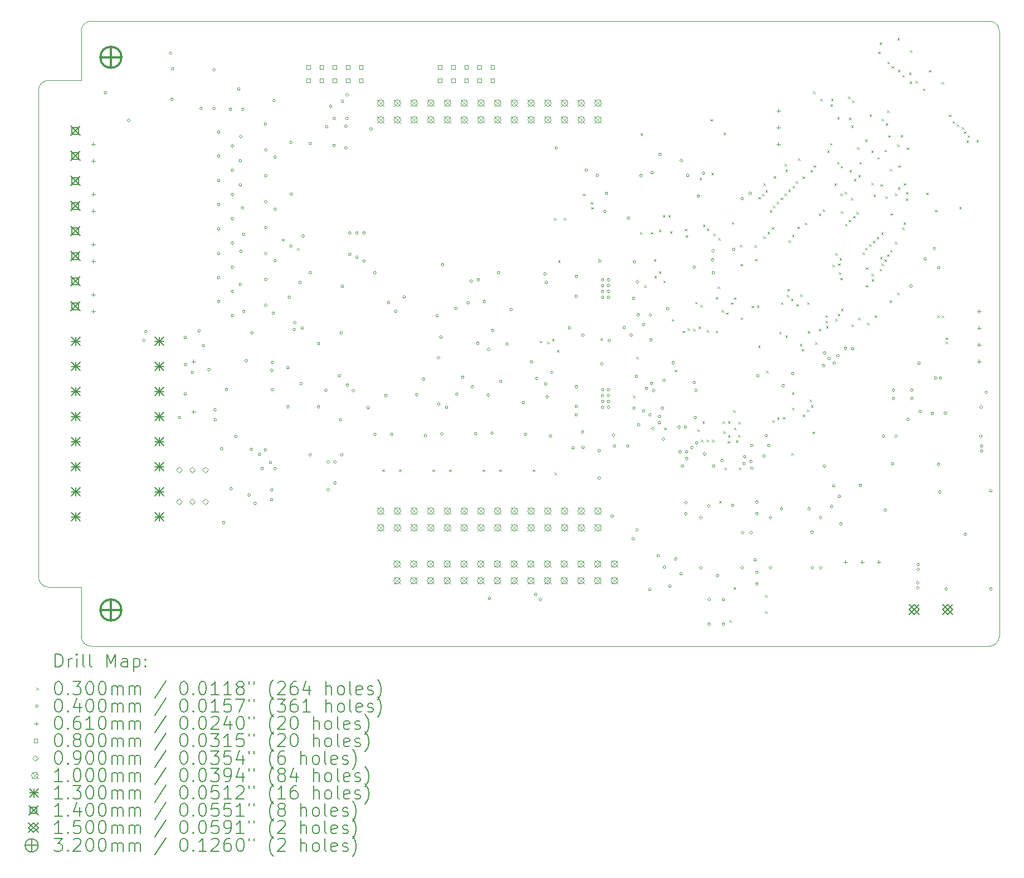
<source format=gbr>
%TF.GenerationSoftware,KiCad,Pcbnew,7.0.10-7.0.10~ubuntu22.04.1*%
%TF.CreationDate,2024-01-19T15:41:53+01:00*%
%TF.ProjectId,EEZ DIB MIO168,45455a20-4449-4422-904d-494f3136382e,r3B1*%
%TF.SameCoordinates,Original*%
%TF.FileFunction,Drillmap*%
%TF.FilePolarity,Positive*%
%FSLAX45Y45*%
G04 Gerber Fmt 4.5, Leading zero omitted, Abs format (unit mm)*
G04 Created by KiCad (PCBNEW 7.0.10-7.0.10~ubuntu22.04.1) date 2024-01-19 15:41:53*
%MOMM*%
%LPD*%
G01*
G04 APERTURE LIST*
%ADD10C,0.100000*%
%ADD11C,0.200000*%
%ADD12C,0.130000*%
%ADD13C,0.140000*%
%ADD14C,0.150000*%
%ADD15C,0.320000*%
G04 APERTURE END LIST*
D10*
X8200110Y-6650360D02*
X7700110Y-6650360D01*
X22150110Y-5900360D02*
G75*
G03*
X22000110Y-5750360I-150000J0D01*
G01*
X7700110Y-6650360D02*
G75*
G03*
X7550110Y-6800360I0J-150000D01*
G01*
X22150110Y-15100360D02*
X22150110Y-5900360D01*
X8350110Y-5750360D02*
G75*
G03*
X8200110Y-5900360I0J-150000D01*
G01*
X7550110Y-14200360D02*
X7550110Y-6800360D01*
X8200110Y-6650360D02*
X8200110Y-5900360D01*
X22000110Y-15250360D02*
G75*
G03*
X22150110Y-15100360I0J150000D01*
G01*
X8200110Y-14350360D02*
X7700110Y-14350360D01*
X8200110Y-15100360D02*
G75*
G03*
X8350110Y-15250360I150000J0D01*
G01*
X8350110Y-5750360D02*
X22000110Y-5750360D01*
X8200110Y-15100360D02*
X8200110Y-14350360D01*
X7550110Y-14200360D02*
G75*
G03*
X7700110Y-14350360I150000J0D01*
G01*
X22000110Y-15250360D02*
X8350110Y-15250360D01*
D11*
D10*
X11249900Y-9059150D02*
X11279900Y-9089150D01*
X11279900Y-9059150D02*
X11249900Y-9089150D01*
X11478500Y-9198850D02*
X11508500Y-9228850D01*
X11508500Y-9198850D02*
X11478500Y-9228850D01*
X12773900Y-12564350D02*
X12803900Y-12594350D01*
X12803900Y-12564350D02*
X12773900Y-12594350D01*
X13027900Y-12564350D02*
X13057900Y-12594350D01*
X13057900Y-12564350D02*
X13027900Y-12594350D01*
X13535900Y-12564350D02*
X13565900Y-12594350D01*
X13565900Y-12564350D02*
X13535900Y-12594350D01*
X13789900Y-12564350D02*
X13819900Y-12594350D01*
X13819900Y-12564350D02*
X13789900Y-12594350D01*
X14297900Y-12564350D02*
X14327900Y-12594350D01*
X14327900Y-12564350D02*
X14297900Y-12594350D01*
X14551900Y-12564350D02*
X14581900Y-12594350D01*
X14581900Y-12564350D02*
X14551900Y-12594350D01*
X15059900Y-12564350D02*
X15089900Y-12594350D01*
X15089900Y-12564350D02*
X15059900Y-12594350D01*
X15167850Y-10608550D02*
X15197850Y-10638550D01*
X15197850Y-10608550D02*
X15167850Y-10638550D01*
X15279419Y-10622130D02*
X15309419Y-10652130D01*
X15309419Y-10622130D02*
X15279419Y-10652130D01*
X15351695Y-10577680D02*
X15381695Y-10607680D01*
X15381695Y-10577680D02*
X15351695Y-10607680D01*
X15383750Y-8741650D02*
X15413750Y-8771650D01*
X15413750Y-8741650D02*
X15383750Y-8771650D01*
X15390100Y-12608800D02*
X15420100Y-12638800D01*
X15420100Y-12608800D02*
X15390100Y-12638800D01*
X15429470Y-10746980D02*
X15459470Y-10776980D01*
X15459470Y-10746980D02*
X15429470Y-10776980D01*
X15447250Y-9383000D02*
X15477250Y-9413000D01*
X15477250Y-9383000D02*
X15447250Y-9413000D01*
X15536150Y-8741650D02*
X15566150Y-8771650D01*
X15566150Y-8741650D02*
X15536150Y-8771650D01*
X15821900Y-8373350D02*
X15851900Y-8403350D01*
X15851900Y-8373350D02*
X15821900Y-8403350D01*
X15942550Y-8500350D02*
X15972550Y-8530350D01*
X15972550Y-8500350D02*
X15942550Y-8530350D01*
X15948900Y-8576550D02*
X15978900Y-8606550D01*
X15978900Y-8576550D02*
X15948900Y-8606550D01*
X16088600Y-10570450D02*
X16118600Y-10600450D01*
X16118600Y-10570450D02*
X16088600Y-10600450D01*
X16583900Y-11440400D02*
X16613900Y-11470400D01*
X16613900Y-11440400D02*
X16583900Y-11470400D01*
X16634700Y-10849850D02*
X16664700Y-10879850D01*
X16664700Y-10849850D02*
X16634700Y-10879850D01*
X16691850Y-8957550D02*
X16721850Y-8987550D01*
X16721850Y-8957550D02*
X16691850Y-8987550D01*
X16698200Y-7452600D02*
X16728200Y-7482600D01*
X16728200Y-7452600D02*
X16698200Y-7482600D01*
X16755350Y-9764000D02*
X16785350Y-9794000D01*
X16785350Y-9764000D02*
X16755350Y-9794000D01*
X16854291Y-8956812D02*
X16884291Y-8986812D01*
X16884291Y-8956812D02*
X16854291Y-8986812D01*
X16901400Y-9370300D02*
X16931400Y-9400300D01*
X16931400Y-9370300D02*
X16901400Y-9400300D01*
X16912400Y-9624300D02*
X16942400Y-9654300D01*
X16942400Y-9624300D02*
X16912400Y-9654300D01*
X16978480Y-8919450D02*
X17008480Y-8949450D01*
X17008480Y-8919450D02*
X16978480Y-8949450D01*
X16978480Y-9555170D02*
X17008480Y-9585170D01*
X17008480Y-9555170D02*
X16978480Y-9585170D01*
X17038656Y-8698201D02*
X17068656Y-8728201D01*
X17068656Y-8698201D02*
X17038656Y-8728201D01*
X17047450Y-9694150D02*
X17077450Y-9724150D01*
X17077450Y-9694150D02*
X17047450Y-9724150D01*
X17060150Y-11929350D02*
X17090150Y-11959350D01*
X17090150Y-11929350D02*
X17060150Y-11959350D01*
X17123650Y-8697200D02*
X17153650Y-8727200D01*
X17153650Y-8697200D02*
X17123650Y-8727200D01*
X17149050Y-8944850D02*
X17179050Y-8974850D01*
X17179050Y-8944850D02*
X17149050Y-8974850D01*
X17174450Y-10278350D02*
X17204450Y-10308350D01*
X17204450Y-10278350D02*
X17174450Y-10308350D01*
X17217659Y-11048283D02*
X17247659Y-11078283D01*
X17247659Y-11048283D02*
X17217659Y-11078283D01*
X17339550Y-10456150D02*
X17369550Y-10486150D01*
X17369550Y-10456150D02*
X17339550Y-10486150D01*
X17371300Y-8906750D02*
X17401300Y-8936750D01*
X17401300Y-8906750D02*
X17371300Y-8936750D01*
X17384000Y-9002000D02*
X17414000Y-9032000D01*
X17414000Y-9002000D02*
X17384000Y-9032000D01*
X17415750Y-10418050D02*
X17445750Y-10448050D01*
X17445750Y-10418050D02*
X17415750Y-10448050D01*
X17498300Y-10424400D02*
X17528300Y-10454400D01*
X17528300Y-10424400D02*
X17498300Y-10454400D01*
X17527046Y-10014996D02*
X17557046Y-10044996D01*
X17557046Y-10014996D02*
X17527046Y-10044996D01*
X17561226Y-11954721D02*
X17591226Y-11984721D01*
X17591226Y-11954721D02*
X17561226Y-11984721D01*
X17580850Y-10392650D02*
X17610850Y-10422650D01*
X17610850Y-10392650D02*
X17580850Y-10422650D01*
X17595615Y-8133085D02*
X17625615Y-8163085D01*
X17625615Y-8133085D02*
X17595615Y-8163085D01*
X17610544Y-10061570D02*
X17640544Y-10091570D01*
X17640544Y-10061570D02*
X17610544Y-10091570D01*
X17618563Y-12113504D02*
X17648563Y-12143504D01*
X17648563Y-12113504D02*
X17618563Y-12143504D01*
X17638000Y-11834100D02*
X17668000Y-11864100D01*
X17668000Y-11834100D02*
X17638000Y-11864100D01*
X17645279Y-8842998D02*
X17675279Y-8872998D01*
X17675279Y-8842998D02*
X17645279Y-8872998D01*
X17701500Y-10441300D02*
X17731500Y-10471300D01*
X17731500Y-10441300D02*
X17701500Y-10471300D01*
X17703563Y-12113480D02*
X17733563Y-12143480D01*
X17733563Y-12113480D02*
X17703563Y-12143480D01*
X17706120Y-8903340D02*
X17736120Y-8933340D01*
X17736120Y-8903340D02*
X17706120Y-8933340D01*
X17761385Y-7240315D02*
X17791385Y-7270315D01*
X17791385Y-7240315D02*
X17761385Y-7270315D01*
X17772570Y-8054630D02*
X17802570Y-8084630D01*
X17802570Y-8054630D02*
X17772570Y-8084630D01*
X17788563Y-12113637D02*
X17818563Y-12143637D01*
X17818563Y-12113637D02*
X17788563Y-12143637D01*
X17803100Y-8977480D02*
X17833100Y-9007480D01*
X17833100Y-8977480D02*
X17803100Y-9007480D01*
X17841200Y-9941800D02*
X17871200Y-9971800D01*
X17871200Y-9941800D02*
X17841200Y-9971800D01*
X17841200Y-10456150D02*
X17871200Y-10486150D01*
X17871200Y-10456150D02*
X17841200Y-10486150D01*
X17872950Y-9783050D02*
X17902950Y-9813050D01*
X17902950Y-9783050D02*
X17872950Y-9813050D01*
X17879300Y-9046450D02*
X17909300Y-9076450D01*
X17909300Y-9046450D02*
X17879300Y-9076450D01*
X17892000Y-13040600D02*
X17922000Y-13070600D01*
X17922000Y-13040600D02*
X17892000Y-13070600D01*
X17930100Y-10138650D02*
X17960100Y-10168650D01*
X17960100Y-10138650D02*
X17930100Y-10168650D01*
X17949150Y-11830780D02*
X17979150Y-11860780D01*
X17979150Y-11830780D02*
X17949150Y-11860780D01*
X17955500Y-11986500D02*
X17985500Y-12016500D01*
X17985500Y-11986500D02*
X17955500Y-12016500D01*
X17961850Y-7446250D02*
X17991850Y-7476250D01*
X17991850Y-7446250D02*
X17961850Y-7476250D01*
X17972344Y-12533305D02*
X18002344Y-12563305D01*
X18002344Y-12533305D02*
X17972344Y-12563305D01*
X17999950Y-10176750D02*
X18029950Y-10206750D01*
X18029950Y-10176750D02*
X17999950Y-10206750D01*
X18025350Y-12132550D02*
X18055350Y-12162550D01*
X18055350Y-12132550D02*
X18025350Y-12162550D01*
X18028291Y-11830780D02*
X18058291Y-11860780D01*
X18058291Y-11830780D02*
X18028291Y-11860780D01*
X18028337Y-12043136D02*
X18058337Y-12073136D01*
X18058337Y-12043136D02*
X18028337Y-12073136D01*
X18050750Y-14856700D02*
X18080750Y-14886700D01*
X18080750Y-14856700D02*
X18050750Y-14886700D01*
X18076150Y-10024350D02*
X18106150Y-10054350D01*
X18106150Y-10024350D02*
X18076150Y-10054350D01*
X18088850Y-8805150D02*
X18118850Y-8835150D01*
X18118850Y-8805150D02*
X18088850Y-8835150D01*
X18108537Y-11661480D02*
X18138537Y-11691480D01*
X18138537Y-11661480D02*
X18108537Y-11691480D01*
X18114250Y-14355050D02*
X18144250Y-14385050D01*
X18144250Y-14355050D02*
X18114250Y-14385050D01*
X18119237Y-9949827D02*
X18149237Y-9979827D01*
X18149237Y-9949827D02*
X18119237Y-9979827D01*
X18121051Y-11929801D02*
X18151051Y-11959801D01*
X18151051Y-11929801D02*
X18121051Y-11959801D01*
X18146880Y-12119995D02*
X18176880Y-12149995D01*
X18176880Y-12119995D02*
X18146880Y-12149995D01*
X18181130Y-12040459D02*
X18211130Y-12070459D01*
X18211130Y-12040459D02*
X18181130Y-12070459D01*
X18184100Y-11840450D02*
X18214100Y-11870450D01*
X18214100Y-11840450D02*
X18184100Y-11870450D01*
X18192745Y-12532600D02*
X18222745Y-12562600D01*
X18222745Y-12532600D02*
X18192745Y-12562600D01*
X18209500Y-9148050D02*
X18239500Y-9178050D01*
X18239500Y-9148050D02*
X18209500Y-9178050D01*
X18216730Y-9440150D02*
X18246730Y-9470150D01*
X18246730Y-9440150D02*
X18216730Y-9470150D01*
X18222200Y-10252950D02*
X18252200Y-10282950D01*
X18252200Y-10252950D02*
X18222200Y-10282950D01*
X18387300Y-10075150D02*
X18417300Y-10105150D01*
X18417300Y-10075150D02*
X18387300Y-10105150D01*
X18430870Y-9154400D02*
X18460870Y-9184400D01*
X18460870Y-9154400D02*
X18430870Y-9184400D01*
X18438100Y-9363950D02*
X18468100Y-9393950D01*
X18468100Y-9363950D02*
X18438100Y-9393950D01*
X18469810Y-10068800D02*
X18499810Y-10098800D01*
X18499810Y-10068800D02*
X18469810Y-10098800D01*
X18485896Y-10681746D02*
X18515896Y-10711746D01*
X18515896Y-10681746D02*
X18485896Y-10711746D01*
X18490426Y-8423988D02*
X18520426Y-8453988D01*
X18520426Y-8423988D02*
X18490426Y-8453988D01*
X18546050Y-8373350D02*
X18576050Y-8403350D01*
X18576050Y-8373350D02*
X18546050Y-8403350D01*
X18565100Y-8214600D02*
X18595100Y-8244600D01*
X18595100Y-8214600D02*
X18565100Y-8244600D01*
X18567640Y-9021050D02*
X18597640Y-9051050D01*
X18597640Y-9021050D02*
X18567640Y-9051050D01*
X18590498Y-14475700D02*
X18620498Y-14505700D01*
X18620498Y-14475700D02*
X18590498Y-14505700D01*
X18590500Y-14717000D02*
X18620500Y-14747000D01*
X18620500Y-14717000D02*
X18590500Y-14747000D01*
X18596850Y-8316200D02*
X18626850Y-8346200D01*
X18626850Y-8316200D02*
X18596850Y-8346200D01*
X18609550Y-11059400D02*
X18639550Y-11089400D01*
X18639550Y-11059400D02*
X18609550Y-11089400D01*
X18628600Y-8951200D02*
X18658600Y-8981200D01*
X18658600Y-8951200D02*
X18628600Y-8981200D01*
X18662348Y-8625219D02*
X18692348Y-8655219D01*
X18692348Y-8625219D02*
X18662348Y-8655219D01*
X18694197Y-8879595D02*
X18724197Y-8909595D01*
X18724197Y-8879595D02*
X18694197Y-8909595D01*
X18700438Y-11817156D02*
X18730438Y-11847156D01*
X18730438Y-11817156D02*
X18700438Y-11847156D01*
X18707787Y-8553384D02*
X18737787Y-8583384D01*
X18737787Y-8553384D02*
X18707787Y-8583384D01*
X18723850Y-8106650D02*
X18753850Y-8136650D01*
X18753850Y-8106650D02*
X18723850Y-8136650D01*
X18768553Y-8493949D02*
X18798553Y-8523949D01*
X18798553Y-8493949D02*
X18768553Y-8523949D01*
X18771840Y-11771040D02*
X18801840Y-11801040D01*
X18801840Y-11771040D02*
X18771840Y-11801040D01*
X18806790Y-10474320D02*
X18836790Y-10504320D01*
X18836790Y-10474320D02*
X18806790Y-10504320D01*
X18828171Y-8433362D02*
X18858171Y-8463362D01*
X18858171Y-8433362D02*
X18828171Y-8463362D01*
X18831800Y-10024350D02*
X18861800Y-10054350D01*
X18861800Y-10024350D02*
X18831800Y-10054350D01*
X18862062Y-11769112D02*
X18892062Y-11799112D01*
X18892062Y-11769112D02*
X18862062Y-11799112D01*
X18886178Y-8371231D02*
X18916178Y-8401231D01*
X18916178Y-8371231D02*
X18886178Y-8401231D01*
X18887290Y-7922500D02*
X18917290Y-7952500D01*
X18917290Y-7922500D02*
X18887290Y-7952500D01*
X18899990Y-8004876D02*
X18929990Y-8034876D01*
X18929990Y-8004876D02*
X18899990Y-8034876D01*
X18901650Y-10526000D02*
X18931650Y-10556000D01*
X18931650Y-10526000D02*
X18901650Y-10556000D01*
X18920700Y-9910050D02*
X18950700Y-9940050D01*
X18950700Y-9910050D02*
X18920700Y-9940050D01*
X18929315Y-9819490D02*
X18959315Y-9849490D01*
X18959315Y-9819490D02*
X18929315Y-9849490D01*
X18944069Y-8308992D02*
X18974069Y-8338992D01*
X18974069Y-8308992D02*
X18944069Y-8338992D01*
X18944891Y-9079409D02*
X18974891Y-9109409D01*
X18974891Y-9079409D02*
X18944891Y-9109409D01*
X18984200Y-9967200D02*
X19014200Y-9997200D01*
X19014200Y-9967200D02*
X18984200Y-9997200D01*
X18987204Y-12313354D02*
X19017204Y-12343354D01*
X19017204Y-12313354D02*
X18987204Y-12343354D01*
X19002368Y-8994845D02*
X19032368Y-9024845D01*
X19032368Y-8994845D02*
X19002368Y-9024845D01*
X19003250Y-11390520D02*
X19033250Y-11420520D01*
X19033250Y-11390520D02*
X19003250Y-11420520D01*
X19003250Y-11624550D02*
X19033250Y-11654550D01*
X19033250Y-11624550D02*
X19003250Y-11654550D01*
X19010318Y-8255737D02*
X19040318Y-8285737D01*
X19040318Y-8255737D02*
X19010318Y-8285737D01*
X19058899Y-8184351D02*
X19088899Y-8214351D01*
X19088899Y-8184351D02*
X19058899Y-8214351D01*
X19066750Y-10049750D02*
X19096750Y-10079750D01*
X19096750Y-10049750D02*
X19066750Y-10079750D01*
X19083207Y-8874726D02*
X19113207Y-8904726D01*
X19113207Y-8874726D02*
X19083207Y-8904726D01*
X19090194Y-7834743D02*
X19120194Y-7864743D01*
X19120194Y-7834743D02*
X19090194Y-7864743D01*
X19118605Y-10657243D02*
X19148605Y-10687243D01*
X19148605Y-10657243D02*
X19118605Y-10687243D01*
X19123900Y-9903700D02*
X19153900Y-9933700D01*
X19153900Y-9903700D02*
X19123900Y-9933700D01*
X19145696Y-10732346D02*
X19175696Y-10762346D01*
X19175696Y-10732346D02*
X19145696Y-10762346D01*
X19157047Y-8111146D02*
X19187047Y-8141146D01*
X19187047Y-8111146D02*
X19157047Y-8141146D01*
X19162000Y-11732500D02*
X19192000Y-11762500D01*
X19192000Y-11732500D02*
X19162000Y-11762500D01*
X19196572Y-8812106D02*
X19226572Y-8842106D01*
X19226572Y-8812106D02*
X19196572Y-8842106D01*
X19227160Y-11656300D02*
X19257160Y-11686300D01*
X19257160Y-11656300D02*
X19227160Y-11686300D01*
X19230825Y-10025375D02*
X19260825Y-10055375D01*
X19260825Y-10025375D02*
X19230825Y-10055375D01*
X19237850Y-10462741D02*
X19267850Y-10492741D01*
X19267850Y-10462741D02*
X19237850Y-10492741D01*
X19268311Y-11503616D02*
X19298311Y-11533616D01*
X19298311Y-11503616D02*
X19268311Y-11533616D01*
X19280903Y-8011910D02*
X19310903Y-8041910D01*
X19310903Y-8011910D02*
X19280903Y-8041910D01*
X19289245Y-11585998D02*
X19319245Y-11615998D01*
X19319245Y-11585998D02*
X19289245Y-11615998D01*
X19311054Y-11989504D02*
X19341054Y-12019504D01*
X19341054Y-11989504D02*
X19311054Y-12019504D01*
X19320750Y-6817600D02*
X19350750Y-6847600D01*
X19350750Y-6817600D02*
X19320750Y-6847600D01*
X19327100Y-7942386D02*
X19357100Y-7972386D01*
X19357100Y-7942386D02*
X19327100Y-7972386D01*
X19352500Y-10627600D02*
X19382500Y-10657600D01*
X19382500Y-10627600D02*
X19352500Y-10657600D01*
X19409650Y-8671800D02*
X19439650Y-8701800D01*
X19439650Y-8671800D02*
X19409650Y-8701800D01*
X19409650Y-10424400D02*
X19439650Y-10454400D01*
X19439650Y-10424400D02*
X19409650Y-10454400D01*
X19428700Y-6931900D02*
X19458700Y-6961900D01*
X19458700Y-6931900D02*
X19428700Y-6961900D01*
X19467428Y-8612355D02*
X19497428Y-8642355D01*
X19497428Y-8612355D02*
X19467428Y-8642355D01*
X19508761Y-10218786D02*
X19538761Y-10248786D01*
X19538761Y-10218786D02*
X19508761Y-10248786D01*
X19511250Y-10303750D02*
X19541250Y-10333750D01*
X19541250Y-10303750D02*
X19511250Y-10333750D01*
X19517600Y-10386300D02*
X19547600Y-10416300D01*
X19547600Y-10386300D02*
X19517600Y-10416300D01*
X19535770Y-7719300D02*
X19565770Y-7749300D01*
X19565770Y-7719300D02*
X19535770Y-7749300D01*
X19576555Y-7603195D02*
X19606555Y-7633195D01*
X19606555Y-7603195D02*
X19576555Y-7633195D01*
X19587450Y-7014449D02*
X19617450Y-7044449D01*
X19617450Y-7014449D02*
X19587450Y-7044449D01*
X19593800Y-6931900D02*
X19623800Y-6961900D01*
X19623800Y-6931900D02*
X19593800Y-6961900D01*
X19617083Y-9451090D02*
X19647083Y-9481090D01*
X19647083Y-9451090D02*
X19617083Y-9481090D01*
X19644600Y-8214600D02*
X19674600Y-8244600D01*
X19674600Y-8214600D02*
X19644600Y-8244600D01*
X19657300Y-9275050D02*
X19687300Y-9305050D01*
X19687300Y-9275050D02*
X19657300Y-9305050D01*
X19657813Y-10273775D02*
X19687813Y-10303775D01*
X19687813Y-10273775D02*
X19657813Y-10303775D01*
X19689050Y-7211300D02*
X19719050Y-7241300D01*
X19719050Y-7211300D02*
X19689050Y-7241300D01*
X19689050Y-7890750D02*
X19719050Y-7920750D01*
X19719050Y-7890750D02*
X19689050Y-7920750D01*
X19695017Y-10197349D02*
X19725017Y-10227349D01*
X19725017Y-10197349D02*
X19695017Y-10227349D01*
X19700836Y-9432691D02*
X19730836Y-9462691D01*
X19730836Y-9432691D02*
X19700836Y-9462691D01*
X19711610Y-9568091D02*
X19741610Y-9598091D01*
X19741610Y-9568091D02*
X19711610Y-9598091D01*
X19722008Y-9350370D02*
X19752008Y-9380370D01*
X19752008Y-9350370D02*
X19722008Y-9380370D01*
X19732190Y-8367472D02*
X19762190Y-8397472D01*
X19762190Y-8367472D02*
X19732190Y-8397472D01*
X19732824Y-9650402D02*
X19762824Y-9680402D01*
X19762824Y-9650402D02*
X19732824Y-9680402D01*
X19738476Y-7950376D02*
X19768476Y-7980376D01*
X19768476Y-7950376D02*
X19738476Y-7980376D01*
X19744242Y-8641192D02*
X19774242Y-8671192D01*
X19774242Y-8641192D02*
X19744242Y-8671192D01*
X19746200Y-10119600D02*
X19776200Y-10149600D01*
X19776200Y-10119600D02*
X19746200Y-10149600D01*
X19802973Y-8341960D02*
X19832973Y-8371960D01*
X19832973Y-8341960D02*
X19802973Y-8371960D01*
X19804808Y-8832553D02*
X19834808Y-8862553D01*
X19834808Y-8832553D02*
X19804808Y-8862553D01*
X19854150Y-6893800D02*
X19884150Y-6923800D01*
X19884150Y-6893800D02*
X19854150Y-6923800D01*
X19861229Y-8773163D02*
X19891229Y-8803163D01*
X19891229Y-8773163D02*
X19861229Y-8803163D01*
X19866850Y-7217650D02*
X19896850Y-7247650D01*
X19896850Y-7217650D02*
X19866850Y-7247650D01*
X19875069Y-8011533D02*
X19905069Y-8041533D01*
X19905069Y-8011533D02*
X19875069Y-8041533D01*
X19894596Y-8434996D02*
X19924596Y-8464996D01*
X19924596Y-8434996D02*
X19894596Y-8464996D01*
X19898354Y-7338054D02*
X19928354Y-7368054D01*
X19928354Y-7338054D02*
X19898354Y-7368054D01*
X19904950Y-10360900D02*
X19934950Y-10390900D01*
X19934950Y-10360900D02*
X19904950Y-10390900D01*
X19911300Y-6957300D02*
X19941300Y-6987300D01*
X19941300Y-6957300D02*
X19911300Y-6987300D01*
X19927931Y-8711646D02*
X19957931Y-8741646D01*
X19957931Y-8711646D02*
X19927931Y-8741646D01*
X19943050Y-8151100D02*
X19973050Y-8181100D01*
X19973050Y-8151100D02*
X19943050Y-8181100D01*
X19979934Y-8650210D02*
X20009934Y-8680210D01*
X20009934Y-8650210D02*
X19979934Y-8680210D01*
X19987500Y-7668500D02*
X20017500Y-7698500D01*
X20017500Y-7668500D02*
X19987500Y-7698500D01*
X20002914Y-10257216D02*
X20032914Y-10287216D01*
X20032914Y-10257216D02*
X20002914Y-10287216D01*
X20009317Y-8090367D02*
X20039317Y-8120367D01*
X20039317Y-8090367D02*
X20009317Y-8120367D01*
X20025599Y-7890750D02*
X20055599Y-7920750D01*
X20055599Y-7890750D02*
X20025599Y-7920750D01*
X20071320Y-9264797D02*
X20101320Y-9294797D01*
X20101320Y-9264797D02*
X20071320Y-9294797D01*
X20109339Y-7546780D02*
X20139339Y-7576780D01*
X20139339Y-7546780D02*
X20109339Y-7576780D01*
X20110257Y-9195280D02*
X20140257Y-9225280D01*
X20140257Y-9195280D02*
X20110257Y-9225280D01*
X20121505Y-9492607D02*
X20151505Y-9522607D01*
X20151505Y-9492607D02*
X20121505Y-9522607D01*
X20124967Y-9761767D02*
X20154967Y-9791767D01*
X20154967Y-9761767D02*
X20124967Y-9791767D01*
X20139900Y-10335500D02*
X20169900Y-10365500D01*
X20169900Y-10335500D02*
X20139900Y-10365500D01*
X20173428Y-9138458D02*
X20203428Y-9168458D01*
X20203428Y-9138458D02*
X20173428Y-9168458D01*
X20176783Y-7167269D02*
X20206783Y-7197269D01*
X20206783Y-7167269D02*
X20176783Y-7197269D01*
X20203400Y-7719300D02*
X20233400Y-7749300D01*
X20233400Y-7719300D02*
X20203400Y-7749300D01*
X20209750Y-8208250D02*
X20239750Y-8238250D01*
X20239750Y-8208250D02*
X20209750Y-8238250D01*
X20209780Y-9588104D02*
X20239780Y-9618104D01*
X20239780Y-9588104D02*
X20209780Y-9618104D01*
X20210669Y-9673099D02*
X20240669Y-9703099D01*
X20240669Y-9673099D02*
X20210669Y-9703099D01*
X20230190Y-9088047D02*
X20260190Y-9118047D01*
X20260190Y-9088047D02*
X20230190Y-9118047D01*
X20236091Y-8386426D02*
X20266091Y-8416426D01*
X20266091Y-8386426D02*
X20236091Y-8416426D01*
X20254200Y-10221200D02*
X20284200Y-10251200D01*
X20284200Y-10221200D02*
X20254200Y-10251200D01*
X20290294Y-9027943D02*
X20320294Y-9057943D01*
X20320294Y-9027943D02*
X20290294Y-9057943D01*
X20298404Y-7814304D02*
X20328404Y-7844304D01*
X20328404Y-7814304D02*
X20298404Y-7844304D01*
X20311350Y-6214350D02*
X20341350Y-6244350D01*
X20341350Y-6214350D02*
X20311350Y-6244350D01*
X20330400Y-6074650D02*
X20360400Y-6104650D01*
X20360400Y-6074650D02*
X20330400Y-6104650D01*
X20331369Y-9515228D02*
X20361369Y-9545228D01*
X20361369Y-9515228D02*
X20331369Y-9545228D01*
X20338185Y-9332200D02*
X20368185Y-9362200D01*
X20368185Y-9332200D02*
X20338185Y-9362200D01*
X20346088Y-8229111D02*
X20376088Y-8259111D01*
X20376088Y-8229111D02*
X20346088Y-8259111D01*
X20355186Y-8963051D02*
X20385186Y-8993051D01*
X20385186Y-8963051D02*
X20355186Y-8993051D01*
X20359100Y-7232500D02*
X20389100Y-7262500D01*
X20389100Y-7232500D02*
X20359100Y-7262500D01*
X20360544Y-9435391D02*
X20390544Y-9465391D01*
X20390544Y-9435391D02*
X20360544Y-9465391D01*
X20404814Y-9373517D02*
X20434814Y-9403517D01*
X20434814Y-9373517D02*
X20404814Y-9403517D01*
X20408828Y-7704673D02*
X20438828Y-7734673D01*
X20438828Y-7704673D02*
X20408828Y-7734673D01*
X20417958Y-8410108D02*
X20447958Y-8440108D01*
X20447958Y-8410108D02*
X20417958Y-8440108D01*
X20425650Y-7300200D02*
X20455650Y-7330200D01*
X20455650Y-7300200D02*
X20425650Y-7330200D01*
X20443502Y-9297832D02*
X20473502Y-9327832D01*
X20473502Y-9297832D02*
X20443502Y-9327832D01*
X20444700Y-7106017D02*
X20474700Y-7136017D01*
X20474700Y-7106017D02*
X20444700Y-7136017D01*
X20451050Y-6366750D02*
X20481050Y-6396750D01*
X20481050Y-6366750D02*
X20451050Y-6396750D01*
X20463750Y-7484349D02*
X20493750Y-7514349D01*
X20493750Y-7484349D02*
X20463750Y-7514349D01*
X20482800Y-9992600D02*
X20512800Y-10022600D01*
X20512800Y-9992600D02*
X20482800Y-10022600D01*
X20485975Y-7995525D02*
X20515975Y-8025525D01*
X20515975Y-7995525D02*
X20485975Y-8025525D01*
X20490991Y-9227335D02*
X20520991Y-9257335D01*
X20520991Y-9227335D02*
X20490991Y-9257335D01*
X20497383Y-8669917D02*
X20527383Y-8699917D01*
X20527383Y-8669917D02*
X20497383Y-8699917D01*
X20512400Y-6435126D02*
X20542400Y-6465126D01*
X20542400Y-6435126D02*
X20512400Y-6465126D01*
X20562175Y-8369683D02*
X20592175Y-8399683D01*
X20592175Y-8369683D02*
X20562175Y-8399683D01*
X20562175Y-9106775D02*
X20592175Y-9136775D01*
X20592175Y-9106775D02*
X20562175Y-9136775D01*
X20597100Y-7624050D02*
X20627100Y-7654050D01*
X20627100Y-7624050D02*
X20597100Y-7654050D01*
X20597100Y-9878300D02*
X20627100Y-9908300D01*
X20627100Y-9878300D02*
X20597100Y-9908300D01*
X20603450Y-6004800D02*
X20633450Y-6034800D01*
X20633450Y-6004800D02*
X20603450Y-6034800D01*
X20609800Y-6487400D02*
X20639800Y-6517400D01*
X20639800Y-6487400D02*
X20609800Y-6517400D01*
X20610818Y-8276142D02*
X20640818Y-8306142D01*
X20640818Y-8276142D02*
X20610818Y-8306142D01*
X20616150Y-7941550D02*
X20646150Y-7971550D01*
X20646150Y-7941550D02*
X20616150Y-7971550D01*
X20654250Y-7478000D02*
X20684250Y-7508000D01*
X20684250Y-7478000D02*
X20654250Y-7508000D01*
X20673300Y-8886783D02*
X20703300Y-8916783D01*
X20703300Y-8886783D02*
X20673300Y-8916783D01*
X20679650Y-6569950D02*
X20709650Y-6599950D01*
X20709650Y-6569950D02*
X20679650Y-6599950D01*
X20694917Y-8811199D02*
X20724917Y-8841199D01*
X20724917Y-8811199D02*
X20694917Y-8841199D01*
X20701044Y-8211358D02*
X20731044Y-8241358D01*
X20731044Y-8211358D02*
X20701044Y-8241358D01*
X20730450Y-8443200D02*
X20760450Y-8473200D01*
X20760450Y-8443200D02*
X20730450Y-8473200D01*
X20731182Y-8346725D02*
X20761182Y-8376725D01*
X20761182Y-8346725D02*
X20731182Y-8376725D01*
X20742760Y-7671059D02*
X20772760Y-7701059D01*
X20772760Y-7671059D02*
X20742760Y-7701059D01*
X20781250Y-6531850D02*
X20811250Y-6561850D01*
X20811250Y-6531850D02*
X20781250Y-6561850D01*
X20787600Y-6665200D02*
X20817600Y-6695200D01*
X20817600Y-6665200D02*
X20787600Y-6695200D01*
X20793950Y-6195300D02*
X20823950Y-6225300D01*
X20823950Y-6195300D02*
X20793950Y-6225300D01*
X20876500Y-6658850D02*
X20906500Y-6688850D01*
X20906500Y-6658850D02*
X20876500Y-6688850D01*
X20990800Y-6773150D02*
X21020800Y-6803150D01*
X21020800Y-6773150D02*
X20990800Y-6803150D01*
X21036817Y-8357371D02*
X21066817Y-8387371D01*
X21066817Y-8357371D02*
X21036817Y-8387371D01*
X21079700Y-6493750D02*
X21109700Y-6523750D01*
X21109700Y-6493750D02*
X21079700Y-6523750D01*
X21173271Y-8617774D02*
X21203271Y-8647774D01*
X21203271Y-8617774D02*
X21173271Y-8647774D01*
X21206700Y-10221200D02*
X21236700Y-10251200D01*
X21236700Y-10221200D02*
X21206700Y-10251200D01*
X21276550Y-6677900D02*
X21306550Y-6707900D01*
X21306550Y-6677900D02*
X21276550Y-6707900D01*
X21276701Y-10221200D02*
X21306701Y-10251200D01*
X21306701Y-10221200D02*
X21276701Y-10251200D01*
X21333700Y-10557750D02*
X21363700Y-10587750D01*
X21363700Y-10557750D02*
X21333700Y-10587750D01*
X21333700Y-10621250D02*
X21363700Y-10651250D01*
X21363700Y-10621250D02*
X21333700Y-10651250D01*
X21384186Y-7172886D02*
X21414186Y-7202886D01*
X21414186Y-7172886D02*
X21384186Y-7202886D01*
X21439500Y-7271648D02*
X21469500Y-7301648D01*
X21469500Y-7271648D02*
X21439500Y-7301648D01*
X21503406Y-7319767D02*
X21533406Y-7349767D01*
X21533406Y-7319767D02*
X21503406Y-7349767D01*
X21543250Y-8570200D02*
X21573250Y-8600200D01*
X21573250Y-8570200D02*
X21543250Y-8600200D01*
X21577889Y-7360722D02*
X21607889Y-7390722D01*
X21607889Y-7360722D02*
X21577889Y-7390722D01*
X21615220Y-7427035D02*
X21645220Y-7457035D01*
X21645220Y-7427035D02*
X21615220Y-7457035D01*
X21653350Y-7566900D02*
X21683350Y-7596900D01*
X21683350Y-7566900D02*
X21653350Y-7596900D01*
X21670398Y-7483627D02*
X21700398Y-7513627D01*
X21700398Y-7483627D02*
X21670398Y-7513627D01*
X21803600Y-7554200D02*
X21833600Y-7584200D01*
X21833600Y-7554200D02*
X21803600Y-7584200D01*
X8586150Y-6838950D02*
G75*
G03*
X8546150Y-6838950I-20000J0D01*
G01*
X8546150Y-6838950D02*
G75*
G03*
X8586150Y-6838950I20000J0D01*
G01*
X8939860Y-7258050D02*
G75*
G03*
X8899860Y-7258050I-20000J0D01*
G01*
X8899860Y-7258050D02*
G75*
G03*
X8939860Y-7258050I20000J0D01*
G01*
X9170310Y-10602160D02*
G75*
G03*
X9130310Y-10602160I-20000J0D01*
G01*
X9130310Y-10602160D02*
G75*
G03*
X9170310Y-10602160I20000J0D01*
G01*
X9202060Y-10468810D02*
G75*
G03*
X9162060Y-10468810I-20000J0D01*
G01*
X9162060Y-10468810D02*
G75*
G03*
X9202060Y-10468810I20000J0D01*
G01*
X9576750Y-6235700D02*
G75*
G03*
X9536750Y-6235700I-20000J0D01*
G01*
X9536750Y-6235700D02*
G75*
G03*
X9576750Y-6235700I20000J0D01*
G01*
X9595760Y-6938210D02*
G75*
G03*
X9555760Y-6938210I-20000J0D01*
G01*
X9555760Y-6938210D02*
G75*
G03*
X9595760Y-6938210I20000J0D01*
G01*
X9608460Y-6474660D02*
G75*
G03*
X9568460Y-6474660I-20000J0D01*
G01*
X9568460Y-6474660D02*
G75*
G03*
X9608460Y-6474660I20000J0D01*
G01*
X9710060Y-11776910D02*
G75*
G03*
X9670060Y-11776910I-20000J0D01*
G01*
X9670060Y-11776910D02*
G75*
G03*
X9710060Y-11776910I20000J0D01*
G01*
X9798960Y-10557710D02*
G75*
G03*
X9758960Y-10557710I-20000J0D01*
G01*
X9758960Y-10557710D02*
G75*
G03*
X9798960Y-10557710I20000J0D01*
G01*
X9798960Y-11414960D02*
G75*
G03*
X9758960Y-11414960I-20000J0D01*
G01*
X9758960Y-11414960D02*
G75*
G03*
X9798960Y-11414960I20000J0D01*
G01*
X9805310Y-10970460D02*
G75*
G03*
X9765310Y-10970460I-20000J0D01*
G01*
X9765310Y-10970460D02*
G75*
G03*
X9805310Y-10970460I20000J0D01*
G01*
X9906910Y-11087300D02*
G75*
G03*
X9866910Y-11087300I-20000J0D01*
G01*
X9866910Y-11087300D02*
G75*
G03*
X9906910Y-11087300I20000J0D01*
G01*
X10010360Y-10456110D02*
G75*
G03*
X9970360Y-10456110I-20000J0D01*
G01*
X9970360Y-10456110D02*
G75*
G03*
X10010360Y-10456110I20000J0D01*
G01*
X10040260Y-7077910D02*
G75*
G03*
X10000260Y-7077910I-20000J0D01*
G01*
X10000260Y-7077910D02*
G75*
G03*
X10040260Y-7077910I20000J0D01*
G01*
X10074800Y-10681920D02*
G75*
G03*
X10034800Y-10681920I-20000J0D01*
G01*
X10034800Y-10681920D02*
G75*
G03*
X10074800Y-10681920I20000J0D01*
G01*
X10160910Y-11046660D02*
G75*
G03*
X10120910Y-11046660I-20000J0D01*
G01*
X10120910Y-11046660D02*
G75*
G03*
X10160910Y-11046660I20000J0D01*
G01*
X10237110Y-6487360D02*
G75*
G03*
X10197110Y-6487360I-20000J0D01*
G01*
X10197110Y-6487360D02*
G75*
G03*
X10237110Y-6487360I20000J0D01*
G01*
X10237110Y-7077910D02*
G75*
G03*
X10197110Y-7077910I-20000J0D01*
G01*
X10197110Y-7077910D02*
G75*
G03*
X10237110Y-7077910I20000J0D01*
G01*
X10249810Y-11656260D02*
G75*
G03*
X10209810Y-11656260I-20000J0D01*
G01*
X10209810Y-11656260D02*
G75*
G03*
X10249810Y-11656260I20000J0D01*
G01*
X10256160Y-11808660D02*
G75*
G03*
X10216160Y-11808660I-20000J0D01*
G01*
X10216160Y-11808660D02*
G75*
G03*
X10256160Y-11808660I20000J0D01*
G01*
X10306960Y-7433510D02*
G75*
G03*
X10266960Y-7433510I-20000J0D01*
G01*
X10266960Y-7433510D02*
G75*
G03*
X10306960Y-7433510I20000J0D01*
G01*
X10306960Y-7801810D02*
G75*
G03*
X10266960Y-7801810I-20000J0D01*
G01*
X10266960Y-7801810D02*
G75*
G03*
X10306960Y-7801810I20000J0D01*
G01*
X10306960Y-8170110D02*
G75*
G03*
X10266960Y-8170110I-20000J0D01*
G01*
X10266960Y-8170110D02*
G75*
G03*
X10306960Y-8170110I20000J0D01*
G01*
X10306960Y-8538410D02*
G75*
G03*
X10266960Y-8538410I-20000J0D01*
G01*
X10266960Y-8538410D02*
G75*
G03*
X10306960Y-8538410I20000J0D01*
G01*
X10306960Y-8906710D02*
G75*
G03*
X10266960Y-8906710I-20000J0D01*
G01*
X10266960Y-8906710D02*
G75*
G03*
X10306960Y-8906710I20000J0D01*
G01*
X10306960Y-9281360D02*
G75*
G03*
X10266960Y-9281360I-20000J0D01*
G01*
X10266960Y-9281360D02*
G75*
G03*
X10306960Y-9281360I20000J0D01*
G01*
X10306960Y-9649660D02*
G75*
G03*
X10266960Y-9649660I-20000J0D01*
G01*
X10266960Y-9649660D02*
G75*
G03*
X10306960Y-9649660I20000J0D01*
G01*
X10306960Y-10011610D02*
G75*
G03*
X10266960Y-10011610I-20000J0D01*
G01*
X10266960Y-10011610D02*
G75*
G03*
X10306960Y-10011610I20000J0D01*
G01*
X10351450Y-12249150D02*
G75*
G03*
X10311450Y-12249150I-20000J0D01*
G01*
X10311450Y-12249150D02*
G75*
G03*
X10351450Y-12249150I20000J0D01*
G01*
X10383160Y-13373300D02*
G75*
G03*
X10343160Y-13373300I-20000J0D01*
G01*
X10343160Y-13373300D02*
G75*
G03*
X10383160Y-13373300I20000J0D01*
G01*
X10426340Y-11350190D02*
G75*
G03*
X10386340Y-11350190I-20000J0D01*
G01*
X10386340Y-11350190D02*
G75*
G03*
X10426340Y-11350190I20000J0D01*
G01*
X10484760Y-7090610D02*
G75*
G03*
X10444760Y-7090610I-20000J0D01*
G01*
X10444760Y-7090610D02*
G75*
G03*
X10484760Y-7090610I20000J0D01*
G01*
X10497460Y-12856410D02*
G75*
G03*
X10457460Y-12856410I-20000J0D01*
G01*
X10457460Y-12856410D02*
G75*
G03*
X10497460Y-12856410I20000J0D01*
G01*
X10516510Y-7649410D02*
G75*
G03*
X10476510Y-7649410I-20000J0D01*
G01*
X10476510Y-7649410D02*
G75*
G03*
X10516510Y-7649410I20000J0D01*
G01*
X10516510Y-8017710D02*
G75*
G03*
X10476510Y-8017710I-20000J0D01*
G01*
X10476510Y-8017710D02*
G75*
G03*
X10516510Y-8017710I20000J0D01*
G01*
X10516510Y-8386010D02*
G75*
G03*
X10476510Y-8386010I-20000J0D01*
G01*
X10476510Y-8386010D02*
G75*
G03*
X10516510Y-8386010I20000J0D01*
G01*
X10516510Y-8754310D02*
G75*
G03*
X10476510Y-8754310I-20000J0D01*
G01*
X10476510Y-8754310D02*
G75*
G03*
X10516510Y-8754310I20000J0D01*
G01*
X10516510Y-9122610D02*
G75*
G03*
X10476510Y-9122610I-20000J0D01*
G01*
X10476510Y-9122610D02*
G75*
G03*
X10516510Y-9122610I20000J0D01*
G01*
X10516510Y-9490910D02*
G75*
G03*
X10476510Y-9490910I-20000J0D01*
G01*
X10476510Y-9490910D02*
G75*
G03*
X10516510Y-9490910I20000J0D01*
G01*
X10516510Y-9859210D02*
G75*
G03*
X10476510Y-9859210I-20000J0D01*
G01*
X10476510Y-9859210D02*
G75*
G03*
X10516510Y-9859210I20000J0D01*
G01*
X10516510Y-10227510D02*
G75*
G03*
X10476510Y-10227510I-20000J0D01*
G01*
X10476510Y-10227510D02*
G75*
G03*
X10516510Y-10227510I20000J0D01*
G01*
X10567310Y-12062660D02*
G75*
G03*
X10527310Y-12062660I-20000J0D01*
G01*
X10527310Y-12062660D02*
G75*
G03*
X10567310Y-12062660I20000J0D01*
G01*
X10611800Y-6781800D02*
G75*
G03*
X10571800Y-6781800I-20000J0D01*
G01*
X10571800Y-6781800D02*
G75*
G03*
X10611800Y-6781800I20000J0D01*
G01*
X10637160Y-7871660D02*
G75*
G03*
X10597160Y-7871660I-20000J0D01*
G01*
X10597160Y-7871660D02*
G75*
G03*
X10637160Y-7871660I20000J0D01*
G01*
X10637160Y-8239960D02*
G75*
G03*
X10597160Y-8239960I-20000J0D01*
G01*
X10597160Y-8239960D02*
G75*
G03*
X10637160Y-8239960I20000J0D01*
G01*
X10637160Y-9751260D02*
G75*
G03*
X10597160Y-9751260I-20000J0D01*
G01*
X10597160Y-9751260D02*
G75*
G03*
X10637160Y-9751260I20000J0D01*
G01*
X10643510Y-7503360D02*
G75*
G03*
X10603510Y-7503360I-20000J0D01*
G01*
X10603510Y-7503360D02*
G75*
G03*
X10643510Y-7503360I20000J0D01*
G01*
X10643510Y-9249610D02*
G75*
G03*
X10603510Y-9249610I-20000J0D01*
G01*
X10603510Y-9249610D02*
G75*
G03*
X10643510Y-9249610I20000J0D01*
G01*
X10668910Y-8589210D02*
G75*
G03*
X10628910Y-8589210I-20000J0D01*
G01*
X10628910Y-8589210D02*
G75*
G03*
X10668910Y-8589210I20000J0D01*
G01*
X10675299Y-7090610D02*
G75*
G03*
X10635299Y-7090610I-20000J0D01*
G01*
X10635299Y-7090610D02*
G75*
G03*
X10675299Y-7090610I20000J0D01*
G01*
X10687960Y-8989260D02*
G75*
G03*
X10647960Y-8989260I-20000J0D01*
G01*
X10647960Y-8989260D02*
G75*
G03*
X10687960Y-8989260I20000J0D01*
G01*
X10687960Y-10164010D02*
G75*
G03*
X10647960Y-10164010I-20000J0D01*
G01*
X10647960Y-10164010D02*
G75*
G03*
X10687960Y-10164010I20000J0D01*
G01*
X10726060Y-10912040D02*
G75*
G03*
X10686060Y-10912040I-20000J0D01*
G01*
X10686060Y-10912040D02*
G75*
G03*
X10726060Y-10912040I20000J0D01*
G01*
X10770510Y-12951660D02*
G75*
G03*
X10730510Y-12951660I-20000J0D01*
G01*
X10730510Y-12951660D02*
G75*
G03*
X10770510Y-12951660I20000J0D01*
G01*
X10802260Y-12259510D02*
G75*
G03*
X10762260Y-12259510I-20000J0D01*
G01*
X10762260Y-12259510D02*
G75*
G03*
X10802260Y-12259510I20000J0D01*
G01*
X10814960Y-10487860D02*
G75*
G03*
X10774960Y-10487860I-20000J0D01*
G01*
X10774960Y-10487860D02*
G75*
G03*
X10814960Y-10487860I20000J0D01*
G01*
X10859410Y-13078660D02*
G75*
G03*
X10819410Y-13078660I-20000J0D01*
G01*
X10819410Y-13078660D02*
G75*
G03*
X10859410Y-13078660I20000J0D01*
G01*
X10929260Y-12335710D02*
G75*
G03*
X10889260Y-12335710I-20000J0D01*
G01*
X10889260Y-12335710D02*
G75*
G03*
X10929260Y-12335710I20000J0D01*
G01*
X10967360Y-12551610D02*
G75*
G03*
X10927360Y-12551610I-20000J0D01*
G01*
X10927360Y-12551610D02*
G75*
G03*
X10967360Y-12551610I20000J0D01*
G01*
X11018160Y-7312860D02*
G75*
G03*
X10978160Y-7312860I-20000J0D01*
G01*
X10978160Y-7312860D02*
G75*
G03*
X11018160Y-7312860I20000J0D01*
G01*
X11018160Y-12265860D02*
G75*
G03*
X10978160Y-12265860I-20000J0D01*
G01*
X10978160Y-12265860D02*
G75*
G03*
X11018160Y-12265860I20000J0D01*
G01*
X11024510Y-7706560D02*
G75*
G03*
X10984510Y-7706560I-20000J0D01*
G01*
X10984510Y-7706560D02*
G75*
G03*
X11024510Y-7706560I20000J0D01*
G01*
X11024510Y-8100260D02*
G75*
G03*
X10984510Y-8100260I-20000J0D01*
G01*
X10984510Y-8100260D02*
G75*
G03*
X11024510Y-8100260I20000J0D01*
G01*
X11024510Y-8493960D02*
G75*
G03*
X10984510Y-8493960I-20000J0D01*
G01*
X10984510Y-8493960D02*
G75*
G03*
X11024510Y-8493960I20000J0D01*
G01*
X11024510Y-8887660D02*
G75*
G03*
X10984510Y-8887660I-20000J0D01*
G01*
X10984510Y-8887660D02*
G75*
G03*
X11024510Y-8887660I20000J0D01*
G01*
X11024510Y-9281360D02*
G75*
G03*
X10984510Y-9281360I-20000J0D01*
G01*
X10984510Y-9281360D02*
G75*
G03*
X11024510Y-9281360I20000J0D01*
G01*
X11024510Y-9675060D02*
G75*
G03*
X10984510Y-9675060I-20000J0D01*
G01*
X10984510Y-9675060D02*
G75*
G03*
X11024510Y-9675060I20000J0D01*
G01*
X11024510Y-10068760D02*
G75*
G03*
X10984510Y-10068760I-20000J0D01*
G01*
X10984510Y-10068760D02*
G75*
G03*
X11024510Y-10068760I20000J0D01*
G01*
X11094360Y-12456360D02*
G75*
G03*
X11054360Y-12456360I-20000J0D01*
G01*
X11054360Y-12456360D02*
G75*
G03*
X11094360Y-12456360I20000J0D01*
G01*
X11113410Y-12874190D02*
G75*
G03*
X11073410Y-12874190I-20000J0D01*
G01*
X11073410Y-12874190D02*
G75*
G03*
X11113410Y-12874190I20000J0D01*
G01*
X11113410Y-13022780D02*
G75*
G03*
X11073410Y-13022780I-20000J0D01*
G01*
X11073410Y-13022780D02*
G75*
G03*
X11113410Y-13022780I20000J0D01*
G01*
X11114680Y-11058090D02*
G75*
G03*
X11074680Y-11058090I-20000J0D01*
G01*
X11074680Y-11058090D02*
G75*
G03*
X11114680Y-11058090I20000J0D01*
G01*
X11123570Y-11351460D02*
G75*
G03*
X11083570Y-11351460I-20000J0D01*
G01*
X11083570Y-11351460D02*
G75*
G03*
X11123570Y-11351460I20000J0D01*
G01*
X11126110Y-10936170D02*
G75*
G03*
X11086110Y-10936170I-20000J0D01*
G01*
X11086110Y-10936170D02*
G75*
G03*
X11126110Y-10936170I20000J0D01*
G01*
X11138810Y-10189410D02*
G75*
G03*
X11098810Y-10189410I-20000J0D01*
G01*
X11098810Y-10189410D02*
G75*
G03*
X11138810Y-10189410I20000J0D01*
G01*
X11148970Y-6959800D02*
G75*
G03*
X11108970Y-6959800I-20000J0D01*
G01*
X11108970Y-6959800D02*
G75*
G03*
X11148970Y-6959800I20000J0D01*
G01*
X11164210Y-7814510D02*
G75*
G03*
X11124210Y-7814510I-20000J0D01*
G01*
X11124210Y-7814510D02*
G75*
G03*
X11164210Y-7814510I20000J0D01*
G01*
X11164210Y-8608260D02*
G75*
G03*
X11124210Y-8608260I-20000J0D01*
G01*
X11124210Y-8608260D02*
G75*
G03*
X11164210Y-8608260I20000J0D01*
G01*
X11164210Y-9389310D02*
G75*
G03*
X11124210Y-9389310I-20000J0D01*
G01*
X11124210Y-9389310D02*
G75*
G03*
X11164210Y-9389310I20000J0D01*
G01*
X11164210Y-12551610D02*
G75*
G03*
X11124210Y-12551610I-20000J0D01*
G01*
X11124210Y-12551610D02*
G75*
G03*
X11164210Y-12551610I20000J0D01*
G01*
X11358520Y-11016180D02*
G75*
G03*
X11318520Y-11016180I-20000J0D01*
G01*
X11318520Y-11016180D02*
G75*
G03*
X11358520Y-11016180I20000J0D01*
G01*
X11361060Y-11611810D02*
G75*
G03*
X11321060Y-11611810I-20000J0D01*
G01*
X11321060Y-11611810D02*
G75*
G03*
X11361060Y-11611810I20000J0D01*
G01*
X11380110Y-9948110D02*
G75*
G03*
X11340110Y-9948110I-20000J0D01*
G01*
X11340110Y-9948110D02*
G75*
G03*
X11380110Y-9948110I20000J0D01*
G01*
X11405510Y-7592260D02*
G75*
G03*
X11365510Y-7592260I-20000J0D01*
G01*
X11365510Y-7592260D02*
G75*
G03*
X11405510Y-7592260I20000J0D01*
G01*
X11405510Y-9167060D02*
G75*
G03*
X11365510Y-9167060I-20000J0D01*
G01*
X11365510Y-9167060D02*
G75*
G03*
X11405510Y-9167060I20000J0D01*
G01*
X11411860Y-8379660D02*
G75*
G03*
X11371860Y-8379660I-20000J0D01*
G01*
X11371860Y-8379660D02*
G75*
G03*
X11411860Y-8379660I20000J0D01*
G01*
X11454994Y-10436092D02*
G75*
G03*
X11414994Y-10436092I-20000J0D01*
G01*
X11414994Y-10436092D02*
G75*
G03*
X11454994Y-10436092I20000J0D01*
G01*
X11462660Y-10330730D02*
G75*
G03*
X11422660Y-10330730I-20000J0D01*
G01*
X11422660Y-10330730D02*
G75*
G03*
X11462660Y-10330730I20000J0D01*
G01*
X11545250Y-9721850D02*
G75*
G03*
X11505250Y-9721850I-20000J0D01*
G01*
X11505250Y-9721850D02*
G75*
G03*
X11545250Y-9721850I20000J0D01*
G01*
X11559180Y-11260020D02*
G75*
G03*
X11519180Y-11260020I-20000J0D01*
G01*
X11519180Y-11260020D02*
G75*
G03*
X11559180Y-11260020I20000J0D01*
G01*
X11576960Y-10414200D02*
G75*
G03*
X11536960Y-10414200I-20000J0D01*
G01*
X11536960Y-10414200D02*
G75*
G03*
X11576960Y-10414200I20000J0D01*
G01*
X11588980Y-9014660D02*
G75*
G03*
X11548980Y-9014660I-20000J0D01*
G01*
X11548980Y-9014660D02*
G75*
G03*
X11588980Y-9014660I20000J0D01*
G01*
X11697610Y-9573460D02*
G75*
G03*
X11657610Y-9573460I-20000J0D01*
G01*
X11657610Y-9573460D02*
G75*
G03*
X11697610Y-9573460I20000J0D01*
G01*
X11697610Y-12340790D02*
G75*
G03*
X11657610Y-12340790I-20000J0D01*
G01*
X11657610Y-12340790D02*
G75*
G03*
X11697610Y-12340790I20000J0D01*
G01*
X11700150Y-7608770D02*
G75*
G03*
X11660150Y-7608770I-20000J0D01*
G01*
X11660150Y-7608770D02*
G75*
G03*
X11700150Y-7608770I20000J0D01*
G01*
X11824610Y-10647880D02*
G75*
G03*
X11784610Y-10647880I-20000J0D01*
G01*
X11784610Y-10647880D02*
G75*
G03*
X11824610Y-10647880I20000J0D01*
G01*
X11824610Y-11611810D02*
G75*
G03*
X11784610Y-11611810I-20000J0D01*
G01*
X11784610Y-11611810D02*
G75*
G03*
X11824610Y-11611810I20000J0D01*
G01*
X11937640Y-11357810D02*
G75*
G03*
X11897640Y-11357810I-20000J0D01*
G01*
X11897640Y-11357810D02*
G75*
G03*
X11937640Y-11357810I20000J0D01*
G01*
X11947800Y-7356040D02*
G75*
G03*
X11907800Y-7356040I-20000J0D01*
G01*
X11907800Y-7356040D02*
G75*
G03*
X11947800Y-7356040I20000J0D01*
G01*
X11971930Y-12447470D02*
G75*
G03*
X11931930Y-12447470I-20000J0D01*
G01*
X11931930Y-12447470D02*
G75*
G03*
X11971930Y-12447470I20000J0D01*
G01*
X11971930Y-12871650D02*
G75*
G03*
X11931930Y-12871650I-20000J0D01*
G01*
X11931930Y-12871650D02*
G75*
G03*
X11971930Y-12871650I20000J0D01*
G01*
X12011300Y-7044890D02*
G75*
G03*
X11971300Y-7044890I-20000J0D01*
G01*
X11971300Y-7044890D02*
G75*
G03*
X12011300Y-7044890I20000J0D01*
G01*
X12060830Y-7229040D02*
G75*
G03*
X12020830Y-7229040I-20000J0D01*
G01*
X12020830Y-7229040D02*
G75*
G03*
X12060830Y-7229040I20000J0D01*
G01*
X12060830Y-7641790D02*
G75*
G03*
X12020830Y-7641790I-20000J0D01*
G01*
X12020830Y-7641790D02*
G75*
G03*
X12060830Y-7641790I20000J0D01*
G01*
X12074800Y-12448740D02*
G75*
G03*
X12034800Y-12448740I-20000J0D01*
G01*
X12034800Y-12448740D02*
G75*
G03*
X12074800Y-12448740I20000J0D01*
G01*
X12074800Y-12768780D02*
G75*
G03*
X12034800Y-12768780I-20000J0D01*
G01*
X12034800Y-12768780D02*
G75*
G03*
X12074800Y-12768780I20000J0D01*
G01*
X12140840Y-11138100D02*
G75*
G03*
X12100840Y-11138100I-20000J0D01*
G01*
X12100840Y-11138100D02*
G75*
G03*
X12140840Y-11138100I20000J0D01*
G01*
X12161160Y-11808660D02*
G75*
G03*
X12121160Y-11808660I-20000J0D01*
G01*
X12121160Y-11808660D02*
G75*
G03*
X12161160Y-11808660I20000J0D01*
G01*
X12168780Y-10486590D02*
G75*
G03*
X12128780Y-10486590I-20000J0D01*
G01*
X12128780Y-10486590D02*
G75*
G03*
X12168780Y-10486590I20000J0D01*
G01*
X12180249Y-12340790D02*
G75*
G03*
X12140249Y-12340790I-20000J0D01*
G01*
X12140249Y-12340790D02*
G75*
G03*
X12180249Y-12340790I20000J0D01*
G01*
X12187830Y-9779200D02*
G75*
G03*
X12147830Y-9779200I-20000J0D01*
G01*
X12147830Y-9779200D02*
G75*
G03*
X12187830Y-9779200I20000J0D01*
G01*
X12189100Y-6968690D02*
G75*
G03*
X12149100Y-6968690I-20000J0D01*
G01*
X12149100Y-6968690D02*
G75*
G03*
X12189100Y-6968690I20000J0D01*
G01*
X12241170Y-7345880D02*
G75*
G03*
X12201170Y-7345880I-20000J0D01*
G01*
X12201170Y-7345880D02*
G75*
G03*
X12241170Y-7345880I20000J0D01*
G01*
X12241170Y-7678620D02*
G75*
G03*
X12201170Y-7678620I-20000J0D01*
G01*
X12201170Y-7678620D02*
G75*
G03*
X12241170Y-7678620I20000J0D01*
G01*
X12257680Y-7229040D02*
G75*
G03*
X12217680Y-7229040I-20000J0D01*
G01*
X12217680Y-7229040D02*
G75*
G03*
X12257680Y-7229040I20000J0D01*
G01*
X12258950Y-6868360D02*
G75*
G03*
X12218950Y-6868360I-20000J0D01*
G01*
X12218950Y-6868360D02*
G75*
G03*
X12258950Y-6868360I20000J0D01*
G01*
X12262760Y-11281610D02*
G75*
G03*
X12222760Y-11281610I-20000J0D01*
G01*
X12222760Y-11281610D02*
G75*
G03*
X12262760Y-11281610I20000J0D01*
G01*
X12300860Y-8970210D02*
G75*
G03*
X12260860Y-8970210I-20000J0D01*
G01*
X12260860Y-8970210D02*
G75*
G03*
X12300860Y-8970210I20000J0D01*
G01*
X12300860Y-9294060D02*
G75*
G03*
X12260860Y-9294060I-20000J0D01*
G01*
X12260860Y-9294060D02*
G75*
G03*
X12300860Y-9294060I20000J0D01*
G01*
X12352930Y-11364160D02*
G75*
G03*
X12312930Y-11364160I-20000J0D01*
G01*
X12312930Y-11364160D02*
G75*
G03*
X12352930Y-11364160I20000J0D01*
G01*
X12408810Y-8970210D02*
G75*
G03*
X12368810Y-8970210I-20000J0D01*
G01*
X12368810Y-8970210D02*
G75*
G03*
X12408810Y-8970210I20000J0D01*
G01*
X12408810Y-9338510D02*
G75*
G03*
X12368810Y-9338510I-20000J0D01*
G01*
X12368810Y-9338510D02*
G75*
G03*
X12408810Y-9338510I20000J0D01*
G01*
X12516760Y-8970210D02*
G75*
G03*
X12476760Y-8970210I-20000J0D01*
G01*
X12476760Y-8970210D02*
G75*
G03*
X12516760Y-8970210I20000J0D01*
G01*
X12516760Y-9395660D02*
G75*
G03*
X12476760Y-9395660I-20000J0D01*
G01*
X12476760Y-9395660D02*
G75*
G03*
X12516760Y-9395660I20000J0D01*
G01*
X12577720Y-11624510D02*
G75*
G03*
X12537720Y-11624510I-20000J0D01*
G01*
X12537720Y-11624510D02*
G75*
G03*
X12577720Y-11624510I20000J0D01*
G01*
X12622170Y-7387790D02*
G75*
G03*
X12582170Y-7387790I-20000J0D01*
G01*
X12582170Y-7387790D02*
G75*
G03*
X12622170Y-7387790I20000J0D01*
G01*
X12681860Y-9573460D02*
G75*
G03*
X12641860Y-9573460I-20000J0D01*
G01*
X12641860Y-9573460D02*
G75*
G03*
X12681860Y-9573460I20000J0D01*
G01*
X12681900Y-12030910D02*
G75*
G03*
X12641900Y-12030910I-20000J0D01*
G01*
X12641900Y-12030910D02*
G75*
G03*
X12681900Y-12030910I20000J0D01*
G01*
X12847000Y-11442700D02*
G75*
G03*
X12807000Y-11442700I-20000J0D01*
G01*
X12807000Y-11442700D02*
G75*
G03*
X12847000Y-11442700I20000J0D01*
G01*
X12891410Y-10026649D02*
G75*
G03*
X12851410Y-10026649I-20000J0D01*
G01*
X12851410Y-10026649D02*
G75*
G03*
X12891410Y-10026649I20000J0D01*
G01*
X12935900Y-12030910D02*
G75*
G03*
X12895900Y-12030910I-20000J0D01*
G01*
X12895900Y-12030910D02*
G75*
G03*
X12935900Y-12030910I20000J0D01*
G01*
X12997618Y-10160720D02*
G75*
G03*
X12957618Y-10160720I-20000J0D01*
G01*
X12957618Y-10160720D02*
G75*
G03*
X12997618Y-10160720I20000J0D01*
G01*
X13126360Y-9941760D02*
G75*
G03*
X13086360Y-9941760I-20000J0D01*
G01*
X13086360Y-9941760D02*
G75*
G03*
X13126360Y-9941760I20000J0D01*
G01*
X13318087Y-11430000D02*
G75*
G03*
X13278087Y-11430000I-20000J0D01*
G01*
X13278087Y-11430000D02*
G75*
G03*
X13318087Y-11430000I20000J0D01*
G01*
X13418460Y-11192710D02*
G75*
G03*
X13378460Y-11192710I-20000J0D01*
G01*
X13378460Y-11192710D02*
G75*
G03*
X13418460Y-11192710I20000J0D01*
G01*
X13450250Y-12049960D02*
G75*
G03*
X13410250Y-12049960I-20000J0D01*
G01*
X13410250Y-12049960D02*
G75*
G03*
X13450250Y-12049960I20000J0D01*
G01*
X13628010Y-10227510D02*
G75*
G03*
X13588010Y-10227510I-20000J0D01*
G01*
X13588010Y-10227510D02*
G75*
G03*
X13628010Y-10227510I20000J0D01*
G01*
X13647060Y-10864850D02*
G75*
G03*
X13607060Y-10864850I-20000J0D01*
G01*
X13607060Y-10864850D02*
G75*
G03*
X13647060Y-10864850I20000J0D01*
G01*
X13650870Y-11567360D02*
G75*
G03*
X13610870Y-11567360I-20000J0D01*
G01*
X13610870Y-11567360D02*
G75*
G03*
X13650870Y-11567360I20000J0D01*
G01*
X13685160Y-10551360D02*
G75*
G03*
X13645160Y-10551360I-20000J0D01*
G01*
X13645160Y-10551360D02*
G75*
G03*
X13685160Y-10551360I20000J0D01*
G01*
X13697900Y-12024560D02*
G75*
G03*
X13657900Y-12024560I-20000J0D01*
G01*
X13657900Y-12024560D02*
G75*
G03*
X13697900Y-12024560I20000J0D01*
G01*
X13710560Y-9452810D02*
G75*
G03*
X13670560Y-9452810I-20000J0D01*
G01*
X13670560Y-9452810D02*
G75*
G03*
X13710560Y-9452810I20000J0D01*
G01*
X13770250Y-11616890D02*
G75*
G03*
X13730250Y-11616890I-20000J0D01*
G01*
X13730250Y-11616890D02*
G75*
G03*
X13770250Y-11616890I20000J0D01*
G01*
X13913800Y-10115550D02*
G75*
G03*
X13873800Y-10115550I-20000J0D01*
G01*
X13873800Y-10115550D02*
G75*
G03*
X13913800Y-10115550I20000J0D01*
G01*
X13926460Y-11421310D02*
G75*
G03*
X13886460Y-11421310I-20000J0D01*
G01*
X13886460Y-11421310D02*
G75*
G03*
X13926460Y-11421310I20000J0D01*
G01*
X14015400Y-11163300D02*
G75*
G03*
X13975400Y-11163300I-20000J0D01*
G01*
X13975400Y-11163300D02*
G75*
G03*
X14015400Y-11163300I20000J0D01*
G01*
X14097910Y-10033000D02*
G75*
G03*
X14057910Y-10033000I-20000J0D01*
G01*
X14057910Y-10033000D02*
G75*
G03*
X14097910Y-10033000I20000J0D01*
G01*
X14145660Y-9702032D02*
G75*
G03*
X14105660Y-9702032I-20000J0D01*
G01*
X14105660Y-9702032D02*
G75*
G03*
X14145660Y-9702032I20000J0D01*
G01*
X14161410Y-11307010D02*
G75*
G03*
X14121410Y-11307010I-20000J0D01*
G01*
X14121410Y-11307010D02*
G75*
G03*
X14161410Y-11307010I20000J0D01*
G01*
X14212250Y-12020550D02*
G75*
G03*
X14172250Y-12020550I-20000J0D01*
G01*
X14172250Y-12020550D02*
G75*
G03*
X14212250Y-12020550I20000J0D01*
G01*
X14243960Y-10646610D02*
G75*
G03*
X14203960Y-10646610I-20000J0D01*
G01*
X14203960Y-10646610D02*
G75*
G03*
X14243960Y-10646610I20000J0D01*
G01*
X14253385Y-9680149D02*
G75*
G03*
X14213385Y-9680149I-20000J0D01*
G01*
X14213385Y-9680149D02*
G75*
G03*
X14253385Y-9680149I20000J0D01*
G01*
X14344880Y-10011610D02*
G75*
G03*
X14304880Y-10011610I-20000J0D01*
G01*
X14304880Y-10011610D02*
G75*
G03*
X14344880Y-10011610I20000J0D01*
G01*
X14402710Y-11434010D02*
G75*
G03*
X14362710Y-11434010I-20000J0D01*
G01*
X14362710Y-11434010D02*
G75*
G03*
X14402710Y-11434010I20000J0D01*
G01*
X14409100Y-10737850D02*
G75*
G03*
X14369100Y-10737850I-20000J0D01*
G01*
X14369100Y-10737850D02*
G75*
G03*
X14409100Y-10737850I20000J0D01*
G01*
X14421760Y-14520110D02*
G75*
G03*
X14381760Y-14520110I-20000J0D01*
G01*
X14381760Y-14520110D02*
G75*
G03*
X14421760Y-14520110I20000J0D01*
G01*
X14459900Y-12014200D02*
G75*
G03*
X14419900Y-12014200I-20000J0D01*
G01*
X14419900Y-12014200D02*
G75*
G03*
X14459900Y-12014200I20000J0D01*
G01*
X14472560Y-10452650D02*
G75*
G03*
X14432560Y-10452650I-20000J0D01*
G01*
X14432560Y-10452650D02*
G75*
G03*
X14472560Y-10452650I20000J0D01*
G01*
X14561460Y-9573460D02*
G75*
G03*
X14521460Y-9573460I-20000J0D01*
G01*
X14521460Y-9573460D02*
G75*
G03*
X14561460Y-9573460I20000J0D01*
G01*
X14592960Y-11224710D02*
G75*
G03*
X14552960Y-11224710I-20000J0D01*
G01*
X14552960Y-11224710D02*
G75*
G03*
X14592960Y-11224710I20000J0D01*
G01*
X14688460Y-10659310D02*
G75*
G03*
X14648460Y-10659310I-20000J0D01*
G01*
X14648460Y-10659310D02*
G75*
G03*
X14688460Y-10659310I20000J0D01*
G01*
X14751960Y-10132260D02*
G75*
G03*
X14711960Y-10132260I-20000J0D01*
G01*
X14711960Y-10132260D02*
G75*
G03*
X14751960Y-10132260I20000J0D01*
G01*
X14936110Y-11548310D02*
G75*
G03*
X14896110Y-11548310I-20000J0D01*
G01*
X14896110Y-11548310D02*
G75*
G03*
X14936110Y-11548310I20000J0D01*
G01*
X14967900Y-12026900D02*
G75*
G03*
X14927900Y-12026900I-20000J0D01*
G01*
X14927900Y-12026900D02*
G75*
G03*
X14967900Y-12026900I20000J0D01*
G01*
X15063150Y-10928350D02*
G75*
G03*
X15023150Y-10928350I-20000J0D01*
G01*
X15023150Y-10928350D02*
G75*
G03*
X15063150Y-10928350I20000J0D01*
G01*
X15126610Y-14462960D02*
G75*
G03*
X15086610Y-14462960I-20000J0D01*
G01*
X15086610Y-14462960D02*
G75*
G03*
X15126610Y-14462960I20000J0D01*
G01*
X15139310Y-11180010D02*
G75*
G03*
X15099310Y-11180010I-20000J0D01*
G01*
X15099310Y-11180010D02*
G75*
G03*
X15139310Y-11180010I20000J0D01*
G01*
X15196460Y-14539160D02*
G75*
G03*
X15156460Y-14539160I-20000J0D01*
G01*
X15156460Y-14539160D02*
G75*
G03*
X15196460Y-14539160I20000J0D01*
G01*
X15266310Y-9592510D02*
G75*
G03*
X15226310Y-9592510I-20000J0D01*
G01*
X15226310Y-9592510D02*
G75*
G03*
X15266310Y-9592510I20000J0D01*
G01*
X15279010Y-11262560D02*
G75*
G03*
X15239010Y-11262560I-20000J0D01*
G01*
X15239010Y-11262560D02*
G75*
G03*
X15279010Y-11262560I20000J0D01*
G01*
X15285400Y-9719510D02*
G75*
G03*
X15245400Y-9719510I-20000J0D01*
G01*
X15245400Y-9719510D02*
G75*
G03*
X15285400Y-9719510I20000J0D01*
G01*
X15298100Y-11459410D02*
G75*
G03*
X15258100Y-11459410I-20000J0D01*
G01*
X15258100Y-11459410D02*
G75*
G03*
X15298100Y-11459410I20000J0D01*
G01*
X15348860Y-12056310D02*
G75*
G03*
X15308860Y-12056310I-20000J0D01*
G01*
X15308860Y-12056310D02*
G75*
G03*
X15348860Y-12056310I20000J0D01*
G01*
X15367950Y-11087100D02*
G75*
G03*
X15327950Y-11087100I-20000J0D01*
G01*
X15327950Y-11087100D02*
G75*
G03*
X15367950Y-11087100I20000J0D01*
G01*
X15437800Y-7678620D02*
G75*
G03*
X15397800Y-7678620I-20000J0D01*
G01*
X15397800Y-7678620D02*
G75*
G03*
X15437800Y-7678620I20000J0D01*
G01*
X15640960Y-10411660D02*
G75*
G03*
X15600960Y-10411660I-20000J0D01*
G01*
X15600960Y-10411660D02*
G75*
G03*
X15640960Y-10411660I20000J0D01*
G01*
X15691760Y-12234110D02*
G75*
G03*
X15651760Y-12234110I-20000J0D01*
G01*
X15651760Y-12234110D02*
G75*
G03*
X15691760Y-12234110I20000J0D01*
G01*
X15742560Y-9630610D02*
G75*
G03*
X15702560Y-9630610I-20000J0D01*
G01*
X15702560Y-9630610D02*
G75*
G03*
X15742560Y-9630610I20000J0D01*
G01*
X15742560Y-9929060D02*
G75*
G03*
X15702560Y-9929060I-20000J0D01*
G01*
X15702560Y-9929060D02*
G75*
G03*
X15742560Y-9929060I20000J0D01*
G01*
X15742560Y-11307010D02*
G75*
G03*
X15702560Y-11307010I-20000J0D01*
G01*
X15702560Y-11307010D02*
G75*
G03*
X15742560Y-11307010I20000J0D01*
G01*
X15742560Y-11605460D02*
G75*
G03*
X15702560Y-11605460I-20000J0D01*
G01*
X15702560Y-11605460D02*
G75*
G03*
X15742560Y-11605460I20000J0D01*
G01*
X15742560Y-11732460D02*
G75*
G03*
X15702560Y-11732460I-20000J0D01*
G01*
X15702560Y-11732460D02*
G75*
G03*
X15742560Y-11732460I20000J0D01*
G01*
X15837810Y-11992810D02*
G75*
G03*
X15797810Y-11992810I-20000J0D01*
G01*
X15797810Y-11992810D02*
G75*
G03*
X15837810Y-11992810I20000J0D01*
G01*
X15844160Y-12227760D02*
G75*
G03*
X15804160Y-12227760I-20000J0D01*
G01*
X15804160Y-12227760D02*
G75*
G03*
X15844160Y-12227760I20000J0D01*
G01*
X15844200Y-10521950D02*
G75*
G03*
X15804200Y-10521950I-20000J0D01*
G01*
X15804200Y-10521950D02*
G75*
G03*
X15844200Y-10521950I20000J0D01*
G01*
X15892420Y-8016440D02*
G75*
G03*
X15852420Y-8016440I-20000J0D01*
G01*
X15852420Y-8016440D02*
G75*
G03*
X15892420Y-8016440I20000J0D01*
G01*
X16061330Y-8093910D02*
G75*
G03*
X16021330Y-8093910I-20000J0D01*
G01*
X16021330Y-8093910D02*
G75*
G03*
X16061330Y-8093910I20000J0D01*
G01*
X16091810Y-12278560D02*
G75*
G03*
X16051810Y-12278560I-20000J0D01*
G01*
X16051810Y-12278560D02*
G75*
G03*
X16091810Y-12278560I20000J0D01*
G01*
X16091810Y-12693850D02*
G75*
G03*
X16051810Y-12693850I-20000J0D01*
G01*
X16051810Y-12693850D02*
G75*
G03*
X16091810Y-12693850I20000J0D01*
G01*
X16098160Y-9396930D02*
G75*
G03*
X16058160Y-9396930I-20000J0D01*
G01*
X16058160Y-9396930D02*
G75*
G03*
X16098160Y-9396930I20000J0D01*
G01*
X16129910Y-10957760D02*
G75*
G03*
X16089910Y-10957760I-20000J0D01*
G01*
X16089910Y-10957760D02*
G75*
G03*
X16129910Y-10957760I20000J0D01*
G01*
X16142610Y-9681410D02*
G75*
G03*
X16102610Y-9681410I-20000J0D01*
G01*
X16102610Y-9681410D02*
G75*
G03*
X16142610Y-9681410I20000J0D01*
G01*
X16142610Y-9770310D02*
G75*
G03*
X16102610Y-9770310I-20000J0D01*
G01*
X16102610Y-9770310D02*
G75*
G03*
X16142610Y-9770310I20000J0D01*
G01*
X16142610Y-9859210D02*
G75*
G03*
X16102610Y-9859210I-20000J0D01*
G01*
X16102610Y-9859210D02*
G75*
G03*
X16142610Y-9859210I20000J0D01*
G01*
X16142610Y-9948110D02*
G75*
G03*
X16102610Y-9948110I-20000J0D01*
G01*
X16102610Y-9948110D02*
G75*
G03*
X16142610Y-9948110I20000J0D01*
G01*
X16142610Y-11351460D02*
G75*
G03*
X16102610Y-11351460I-20000J0D01*
G01*
X16102610Y-11351460D02*
G75*
G03*
X16142610Y-11351460I20000J0D01*
G01*
X16142610Y-11440360D02*
G75*
G03*
X16102610Y-11440360I-20000J0D01*
G01*
X16102610Y-11440360D02*
G75*
G03*
X16142610Y-11440360I20000J0D01*
G01*
X16142610Y-11529260D02*
G75*
G03*
X16102610Y-11529260I-20000J0D01*
G01*
X16102610Y-11529260D02*
G75*
G03*
X16142610Y-11529260I20000J0D01*
G01*
X16142610Y-11618160D02*
G75*
G03*
X16102610Y-11618160I-20000J0D01*
G01*
X16102610Y-11618160D02*
G75*
G03*
X16142610Y-11618160I20000J0D01*
G01*
X16178170Y-8641280D02*
G75*
G03*
X16138170Y-8641280I-20000J0D01*
G01*
X16138170Y-8641280D02*
G75*
G03*
X16178170Y-8641280I20000J0D01*
G01*
X16199800Y-8369300D02*
G75*
G03*
X16159800Y-8369300I-20000J0D01*
G01*
X16159800Y-8369300D02*
G75*
G03*
X16199800Y-8369300I20000J0D01*
G01*
X16231510Y-9681410D02*
G75*
G03*
X16191510Y-9681410I-20000J0D01*
G01*
X16191510Y-9681410D02*
G75*
G03*
X16231510Y-9681410I20000J0D01*
G01*
X16231510Y-9770310D02*
G75*
G03*
X16191510Y-9770310I-20000J0D01*
G01*
X16191510Y-9770310D02*
G75*
G03*
X16231510Y-9770310I20000J0D01*
G01*
X16231510Y-9859210D02*
G75*
G03*
X16191510Y-9859210I-20000J0D01*
G01*
X16191510Y-9859210D02*
G75*
G03*
X16231510Y-9859210I20000J0D01*
G01*
X16231510Y-9948110D02*
G75*
G03*
X16191510Y-9948110I-20000J0D01*
G01*
X16191510Y-9948110D02*
G75*
G03*
X16231510Y-9948110I20000J0D01*
G01*
X16231510Y-11351460D02*
G75*
G03*
X16191510Y-11351460I-20000J0D01*
G01*
X16191510Y-11351460D02*
G75*
G03*
X16231510Y-11351460I20000J0D01*
G01*
X16231510Y-11440360D02*
G75*
G03*
X16191510Y-11440360I-20000J0D01*
G01*
X16191510Y-11440360D02*
G75*
G03*
X16231510Y-11440360I20000J0D01*
G01*
X16231510Y-11529260D02*
G75*
G03*
X16191510Y-11529260I-20000J0D01*
G01*
X16191510Y-11529260D02*
G75*
G03*
X16231510Y-11529260I20000J0D01*
G01*
X16231510Y-11618160D02*
G75*
G03*
X16191510Y-11618160I-20000J0D01*
G01*
X16191510Y-11618160D02*
G75*
G03*
X16231510Y-11618160I20000J0D01*
G01*
X16244210Y-10602160D02*
G75*
G03*
X16204210Y-10602160I-20000J0D01*
G01*
X16204210Y-10602160D02*
G75*
G03*
X16244210Y-10602160I20000J0D01*
G01*
X16287240Y-13275510D02*
G75*
G03*
X16247240Y-13275510I-20000J0D01*
G01*
X16247240Y-13275510D02*
G75*
G03*
X16287240Y-13275510I20000J0D01*
G01*
X16307710Y-12042340D02*
G75*
G03*
X16267710Y-12042340I-20000J0D01*
G01*
X16267710Y-12042340D02*
G75*
G03*
X16307710Y-12042340I20000J0D01*
G01*
X16320410Y-12207440D02*
G75*
G03*
X16280410Y-12207440I-20000J0D01*
G01*
X16280410Y-12207440D02*
G75*
G03*
X16320410Y-12207440I20000J0D01*
G01*
X16472850Y-10407649D02*
G75*
G03*
X16432850Y-10407649I-20000J0D01*
G01*
X16432850Y-10407649D02*
G75*
G03*
X16472850Y-10407649I20000J0D01*
G01*
X16523610Y-12207440D02*
G75*
G03*
X16483610Y-12207440I-20000J0D01*
G01*
X16483610Y-12207440D02*
G75*
G03*
X16523610Y-12207440I20000J0D01*
G01*
X16532500Y-8742880D02*
G75*
G03*
X16492500Y-8742880I-20000J0D01*
G01*
X16492500Y-8742880D02*
G75*
G03*
X16532500Y-8742880I20000J0D01*
G01*
X16574450Y-10521950D02*
G75*
G03*
X16534450Y-10521950I-20000J0D01*
G01*
X16534450Y-10521950D02*
G75*
G03*
X16574450Y-10521950I20000J0D01*
G01*
X16604890Y-13617140D02*
G75*
G03*
X16564890Y-13617140I-20000J0D01*
G01*
X16564890Y-13617140D02*
G75*
G03*
X16604890Y-13617140I20000J0D01*
G01*
X16612551Y-9963150D02*
G75*
G03*
X16572551Y-9963150I-20000J0D01*
G01*
X16572551Y-9963150D02*
G75*
G03*
X16612551Y-9963150I20000J0D01*
G01*
X16618900Y-11633200D02*
G75*
G03*
X16578900Y-11633200I-20000J0D01*
G01*
X16578900Y-11633200D02*
G75*
G03*
X16618900Y-11633200I20000J0D01*
G01*
X16625210Y-9408360D02*
G75*
G03*
X16585210Y-9408360I-20000J0D01*
G01*
X16585210Y-9408360D02*
G75*
G03*
X16625210Y-9408360I20000J0D01*
G01*
X16656960Y-11148260D02*
G75*
G03*
X16616960Y-11148260I-20000J0D01*
G01*
X16616960Y-11148260D02*
G75*
G03*
X16656960Y-11148260I20000J0D01*
G01*
X16663351Y-13481050D02*
G75*
G03*
X16623351Y-13481050I-20000J0D01*
G01*
X16623351Y-13481050D02*
G75*
G03*
X16663351Y-13481050I20000J0D01*
G01*
X16669660Y-9713160D02*
G75*
G03*
X16629660Y-9713160I-20000J0D01*
G01*
X16629660Y-9713160D02*
G75*
G03*
X16669660Y-9713160I20000J0D01*
G01*
X16682360Y-10214810D02*
G75*
G03*
X16642360Y-10214810I-20000J0D01*
G01*
X16642360Y-10214810D02*
G75*
G03*
X16682360Y-10214810I20000J0D01*
G01*
X16688710Y-11884860D02*
G75*
G03*
X16648710Y-11884860I-20000J0D01*
G01*
X16648710Y-11884860D02*
G75*
G03*
X16688710Y-11884860I20000J0D01*
G01*
X16725540Y-8097720D02*
G75*
G03*
X16685540Y-8097720I-20000J0D01*
G01*
X16685540Y-8097720D02*
G75*
G03*
X16725540Y-8097720I20000J0D01*
G01*
X16764910Y-10360860D02*
G75*
G03*
X16724910Y-10360860I-20000J0D01*
G01*
X16724910Y-10360860D02*
G75*
G03*
X16764910Y-10360860I20000J0D01*
G01*
X16764910Y-11675310D02*
G75*
G03*
X16724910Y-11675310I-20000J0D01*
G01*
X16724910Y-11675310D02*
G75*
G03*
X16764910Y-11675310I20000J0D01*
G01*
X16809360Y-11332410D02*
G75*
G03*
X16769360Y-11332410I-20000J0D01*
G01*
X16769360Y-11332410D02*
G75*
G03*
X16809360Y-11332410I20000J0D01*
G01*
X16860160Y-14386760D02*
G75*
G03*
X16820160Y-14386760I-20000J0D01*
G01*
X16820160Y-14386760D02*
G75*
G03*
X16860160Y-14386760I20000J0D01*
G01*
X16862700Y-11731190D02*
G75*
G03*
X16822700Y-11731190I-20000J0D01*
G01*
X16822700Y-11731190D02*
G75*
G03*
X16862700Y-11731190I20000J0D01*
G01*
X16865830Y-10214810D02*
G75*
G03*
X16825830Y-10214810I-20000J0D01*
G01*
X16825830Y-10214810D02*
G75*
G03*
X16865830Y-10214810I20000J0D01*
G01*
X16879210Y-10595060D02*
G75*
G03*
X16839210Y-10595060I-20000J0D01*
G01*
X16839210Y-10595060D02*
G75*
G03*
X16879210Y-10595060I20000J0D01*
G01*
X16885560Y-11256210D02*
G75*
G03*
X16845560Y-11256210I-20000J0D01*
G01*
X16845560Y-11256210D02*
G75*
G03*
X16885560Y-11256210I20000J0D01*
G01*
X16895720Y-8053270D02*
G75*
G03*
X16855720Y-8053270I-20000J0D01*
G01*
X16855720Y-8053270D02*
G75*
G03*
X16895720Y-8053270I20000J0D01*
G01*
X16908420Y-11939470D02*
G75*
G03*
X16868420Y-11939470I-20000J0D01*
G01*
X16868420Y-11939470D02*
G75*
G03*
X16908420Y-11939470I20000J0D01*
G01*
X16917310Y-11364160D02*
G75*
G03*
X16877310Y-11364160I-20000J0D01*
G01*
X16877310Y-11364160D02*
G75*
G03*
X16917310Y-11364160I20000J0D01*
G01*
X16987160Y-13876220D02*
G75*
G03*
X16947160Y-13876220I-20000J0D01*
G01*
X16947160Y-13876220D02*
G75*
G03*
X16987160Y-13876220I20000J0D01*
G01*
X17004940Y-11854380D02*
G75*
G03*
X16964940Y-11854380I-20000J0D01*
G01*
X16964940Y-11854380D02*
G75*
G03*
X17004940Y-11854380I20000J0D01*
G01*
X17007480Y-11757860D02*
G75*
G03*
X16967480Y-11757860I-20000J0D01*
G01*
X16967480Y-11757860D02*
G75*
G03*
X17007480Y-11757860I20000J0D01*
G01*
X17013830Y-7777680D02*
G75*
G03*
X16973830Y-7777680I-20000J0D01*
G01*
X16973830Y-7777680D02*
G75*
G03*
X17013830Y-7777680I20000J0D01*
G01*
X17049390Y-11629590D02*
G75*
G03*
X17009390Y-11629590I-20000J0D01*
G01*
X17009390Y-11629590D02*
G75*
G03*
X17049390Y-11629590I20000J0D01*
G01*
X17066535Y-12100760D02*
G75*
G03*
X17026535Y-12100760I-20000J0D01*
G01*
X17026535Y-12100760D02*
G75*
G03*
X17066535Y-12100760I20000J0D01*
G01*
X17076100Y-11207750D02*
G75*
G03*
X17036100Y-11207750I-20000J0D01*
G01*
X17036100Y-11207750D02*
G75*
G03*
X17076100Y-11207750I20000J0D01*
G01*
X17082410Y-14048180D02*
G75*
G03*
X17042410Y-14048180I-20000J0D01*
G01*
X17042410Y-14048180D02*
G75*
G03*
X17082410Y-14048180I20000J0D01*
G01*
X17133210Y-10119560D02*
G75*
G03*
X17093210Y-10119560I-20000J0D01*
G01*
X17093210Y-10119560D02*
G75*
G03*
X17133210Y-10119560I20000J0D01*
G01*
X17164960Y-14335960D02*
G75*
G03*
X17124960Y-14335960I-20000J0D01*
G01*
X17124960Y-14335960D02*
G75*
G03*
X17164960Y-14335960I20000J0D01*
G01*
X17215760Y-10943790D02*
G75*
G03*
X17175760Y-10943790I-20000J0D01*
G01*
X17175760Y-10943790D02*
G75*
G03*
X17215760Y-10943790I20000J0D01*
G01*
X17253860Y-13923210D02*
G75*
G03*
X17213860Y-13923210I-20000J0D01*
G01*
X17213860Y-13923210D02*
G75*
G03*
X17253860Y-13923210I20000J0D01*
G01*
X17303390Y-11917880D02*
G75*
G03*
X17263390Y-11917880I-20000J0D01*
G01*
X17263390Y-11917880D02*
G75*
G03*
X17303390Y-11917880I20000J0D01*
G01*
X17317995Y-12296975D02*
G75*
G03*
X17277995Y-12296975I-20000J0D01*
G01*
X17277995Y-12296975D02*
G75*
G03*
X17317995Y-12296975I20000J0D01*
G01*
X17336410Y-14148520D02*
G75*
G03*
X17296410Y-14148520I-20000J0D01*
G01*
X17296410Y-14148520D02*
G75*
G03*
X17336410Y-14148520I20000J0D01*
G01*
X17338950Y-7867850D02*
G75*
G03*
X17298950Y-7867850I-20000J0D01*
G01*
X17298950Y-7867850D02*
G75*
G03*
X17338950Y-7867850I20000J0D01*
G01*
X17354190Y-12512760D02*
G75*
G03*
X17314190Y-12512760I-20000J0D01*
G01*
X17314190Y-12512760D02*
G75*
G03*
X17354190Y-12512760I20000J0D01*
G01*
X17400545Y-11917245D02*
G75*
G03*
X17360545Y-11917245I-20000J0D01*
G01*
X17360545Y-11917245D02*
G75*
G03*
X17400545Y-11917245I20000J0D01*
G01*
X17406260Y-13065960D02*
G75*
G03*
X17366260Y-13065960I-20000J0D01*
G01*
X17366260Y-13065960D02*
G75*
G03*
X17406260Y-13065960I20000J0D01*
G01*
X17406260Y-13237410D02*
G75*
G03*
X17366260Y-13237410I-20000J0D01*
G01*
X17366260Y-13237410D02*
G75*
G03*
X17406260Y-13237410I20000J0D01*
G01*
X17418325Y-12295070D02*
G75*
G03*
X17378325Y-12295070I-20000J0D01*
G01*
X17378325Y-12295070D02*
G75*
G03*
X17418325Y-12295070I20000J0D01*
G01*
X17418960Y-12397940D02*
G75*
G03*
X17378960Y-12397940I-20000J0D01*
G01*
X17378960Y-12397940D02*
G75*
G03*
X17418960Y-12397940I20000J0D01*
G01*
X17436740Y-8095180D02*
G75*
G03*
X17396740Y-8095180I-20000J0D01*
G01*
X17396740Y-8095180D02*
G75*
G03*
X17436740Y-8095180I20000J0D01*
G01*
X17500875Y-12231570D02*
G75*
G03*
X17460875Y-12231570I-20000J0D01*
G01*
X17460875Y-12231570D02*
G75*
G03*
X17500875Y-12231570I20000J0D01*
G01*
X17533260Y-9490910D02*
G75*
G03*
X17493260Y-9490910I-20000J0D01*
G01*
X17493260Y-9490910D02*
G75*
G03*
X17533260Y-9490910I20000J0D01*
G01*
X17535800Y-11243510D02*
G75*
G03*
X17495800Y-11243510I-20000J0D01*
G01*
X17495800Y-11243510D02*
G75*
G03*
X17535800Y-11243510I20000J0D01*
G01*
X17549996Y-11773201D02*
G75*
G03*
X17509996Y-11773201I-20000J0D01*
G01*
X17509996Y-11773201D02*
G75*
G03*
X17549996Y-11773201I20000J0D01*
G01*
X17562470Y-11360350D02*
G75*
G03*
X17522470Y-11360350I-20000J0D01*
G01*
X17522470Y-11360350D02*
G75*
G03*
X17562470Y-11360350I20000J0D01*
G01*
X17570090Y-12159180D02*
G75*
G03*
X17530090Y-12159180I-20000J0D01*
G01*
X17530090Y-12159180D02*
G75*
G03*
X17570090Y-12159180I20000J0D01*
G01*
X17596760Y-8411410D02*
G75*
G03*
X17556760Y-8411410I-20000J0D01*
G01*
X17556760Y-8411410D02*
G75*
G03*
X17596760Y-8411410I20000J0D01*
G01*
X17634860Y-13294560D02*
G75*
G03*
X17594860Y-13294560I-20000J0D01*
G01*
X17594860Y-13294560D02*
G75*
G03*
X17634860Y-13294560I20000J0D01*
G01*
X17634860Y-14056560D02*
G75*
G03*
X17594860Y-14056560I-20000J0D01*
G01*
X17594860Y-14056560D02*
G75*
G03*
X17634860Y-14056560I20000J0D01*
G01*
X17674230Y-8059620D02*
G75*
G03*
X17634230Y-8059620I-20000J0D01*
G01*
X17634230Y-8059620D02*
G75*
G03*
X17674230Y-8059620I20000J0D01*
G01*
X17693280Y-12328090D02*
G75*
G03*
X17653280Y-12328090I-20000J0D01*
G01*
X17653280Y-12328090D02*
G75*
G03*
X17693280Y-12328090I20000J0D01*
G01*
X17755510Y-13116760D02*
G75*
G03*
X17715510Y-13116760I-20000J0D01*
G01*
X17715510Y-13116760D02*
G75*
G03*
X17755510Y-13116760I20000J0D01*
G01*
X17761860Y-14539160D02*
G75*
G03*
X17721860Y-14539160I-20000J0D01*
G01*
X17721860Y-14539160D02*
G75*
G03*
X17761860Y-14539160I20000J0D01*
G01*
X17761860Y-14913810D02*
G75*
G03*
X17721860Y-14913810I-20000J0D01*
G01*
X17721860Y-14913810D02*
G75*
G03*
X17761860Y-14913810I20000J0D01*
G01*
X17812660Y-9376610D02*
G75*
G03*
X17772660Y-9376610I-20000J0D01*
G01*
X17772660Y-9376610D02*
G75*
G03*
X17812660Y-9376610I20000J0D01*
G01*
X17821550Y-9239450D02*
G75*
G03*
X17781550Y-9239450I-20000J0D01*
G01*
X17781550Y-9239450D02*
G75*
G03*
X17821550Y-9239450I20000J0D01*
G01*
X17825360Y-9573460D02*
G75*
G03*
X17785360Y-9573460I-20000J0D01*
G01*
X17785360Y-9573460D02*
G75*
G03*
X17825360Y-9573460I20000J0D01*
G01*
X17829170Y-12513510D02*
G75*
G03*
X17789170Y-12513510I-20000J0D01*
G01*
X17789170Y-12513510D02*
G75*
G03*
X17829170Y-12513510I20000J0D01*
G01*
X17888860Y-14177210D02*
G75*
G03*
X17848860Y-14177210I-20000J0D01*
G01*
X17848860Y-14177210D02*
G75*
G03*
X17888860Y-14177210I20000J0D01*
G01*
X17957440Y-12428420D02*
G75*
G03*
X17917440Y-12428420I-20000J0D01*
G01*
X17917440Y-12428420D02*
G75*
G03*
X17957440Y-12428420I20000J0D01*
G01*
X17977760Y-14539160D02*
G75*
G03*
X17937760Y-14539160I-20000J0D01*
G01*
X17937760Y-14539160D02*
G75*
G03*
X17977760Y-14539160I20000J0D01*
G01*
X17977760Y-14913810D02*
G75*
G03*
X17937760Y-14913810I-20000J0D01*
G01*
X17937760Y-14913810D02*
G75*
G03*
X17977760Y-14913810I20000J0D01*
G01*
X18117460Y-13110410D02*
G75*
G03*
X18077460Y-13110410I-20000J0D01*
G01*
X18077460Y-13110410D02*
G75*
G03*
X18117460Y-13110410I20000J0D01*
G01*
X18133970Y-9217110D02*
G75*
G03*
X18093970Y-9217110I-20000J0D01*
G01*
X18093970Y-9217110D02*
G75*
G03*
X18133970Y-9217110I20000J0D01*
G01*
X18263510Y-8449510D02*
G75*
G03*
X18223510Y-8449510I-20000J0D01*
G01*
X18223510Y-8449510D02*
G75*
G03*
X18263510Y-8449510I20000J0D01*
G01*
X18263510Y-14056560D02*
G75*
G03*
X18223510Y-14056560I-20000J0D01*
G01*
X18223510Y-14056560D02*
G75*
G03*
X18263510Y-14056560I20000J0D01*
G01*
X18269860Y-13523160D02*
G75*
G03*
X18229860Y-13523160I-20000J0D01*
G01*
X18229860Y-13523160D02*
G75*
G03*
X18269860Y-13523160I20000J0D01*
G01*
X18290031Y-12475444D02*
G75*
G03*
X18250031Y-12475444I-20000J0D01*
G01*
X18250031Y-12475444D02*
G75*
G03*
X18290031Y-12475444I20000J0D01*
G01*
X18302548Y-12370548D02*
G75*
G03*
X18262548Y-12370548I-20000J0D01*
G01*
X18262548Y-12370548D02*
G75*
G03*
X18302548Y-12370548I20000J0D01*
G01*
X18384160Y-8367510D02*
G75*
G03*
X18344160Y-8367510I-20000J0D01*
G01*
X18344160Y-8367510D02*
G75*
G03*
X18384160Y-8367510I20000J0D01*
G01*
X18396860Y-12441120D02*
G75*
G03*
X18356860Y-12441120I-20000J0D01*
G01*
X18356860Y-12441120D02*
G75*
G03*
X18396860Y-12441120I20000J0D01*
G01*
X18396860Y-13523160D02*
G75*
G03*
X18356860Y-13523160I-20000J0D01*
G01*
X18356860Y-13523160D02*
G75*
G03*
X18396860Y-13523160I20000J0D01*
G01*
X18409560Y-12198550D02*
G75*
G03*
X18369560Y-12198550I-20000J0D01*
G01*
X18369560Y-12198550D02*
G75*
G03*
X18409560Y-12198550I20000J0D01*
G01*
X18410830Y-12541450D02*
G75*
G03*
X18370830Y-12541450I-20000J0D01*
G01*
X18370830Y-12541450D02*
G75*
G03*
X18410830Y-12541450I20000J0D01*
G01*
X18460360Y-13935910D02*
G75*
G03*
X18420360Y-13935910I-20000J0D01*
G01*
X18420360Y-13935910D02*
G75*
G03*
X18460360Y-13935910I20000J0D01*
G01*
X18485760Y-13059610D02*
G75*
G03*
X18445760Y-13059610I-20000J0D01*
G01*
X18445760Y-13059610D02*
G75*
G03*
X18485760Y-13059610I20000J0D01*
G01*
X18485760Y-13237410D02*
G75*
G03*
X18445760Y-13237410I-20000J0D01*
G01*
X18445760Y-13237410D02*
G75*
G03*
X18485760Y-13237410I20000J0D01*
G01*
X18485760Y-14126410D02*
G75*
G03*
X18445760Y-14126410I-20000J0D01*
G01*
X18445760Y-14126410D02*
G75*
G03*
X18485760Y-14126410I20000J0D01*
G01*
X18485760Y-14304210D02*
G75*
G03*
X18445760Y-14304210I-20000J0D01*
G01*
X18445760Y-14304210D02*
G75*
G03*
X18485760Y-14304210I20000J0D01*
G01*
X18500320Y-11140640D02*
G75*
G03*
X18460320Y-11140640I-20000J0D01*
G01*
X18460320Y-11140640D02*
G75*
G03*
X18500320Y-11140640I20000J0D01*
G01*
X18593710Y-12358570D02*
G75*
G03*
X18553710Y-12358570I-20000J0D01*
G01*
X18553710Y-12358570D02*
G75*
G03*
X18593710Y-12358570I20000J0D01*
G01*
X18626730Y-12048690D02*
G75*
G03*
X18586730Y-12048690I-20000J0D01*
G01*
X18586730Y-12048690D02*
G75*
G03*
X18626730Y-12048690I20000J0D01*
G01*
X18666100Y-12198550D02*
G75*
G03*
X18626100Y-12198550I-20000J0D01*
G01*
X18626100Y-12198550D02*
G75*
G03*
X18666100Y-12198550I20000J0D01*
G01*
X18695310Y-13294560D02*
G75*
G03*
X18655310Y-13294560I-20000J0D01*
G01*
X18655310Y-13294560D02*
G75*
G03*
X18695310Y-13294560I20000J0D01*
G01*
X18695310Y-14056560D02*
G75*
G03*
X18655310Y-14056560I-20000J0D01*
G01*
X18655310Y-14056560D02*
G75*
G03*
X18695310Y-14056560I20000J0D01*
G01*
X18860410Y-13161210D02*
G75*
G03*
X18820410Y-13161210I-20000J0D01*
G01*
X18820410Y-13161210D02*
G75*
G03*
X18860410Y-13161210I20000J0D01*
G01*
X18886685Y-11289226D02*
G75*
G03*
X18846685Y-11289226I-20000J0D01*
G01*
X18846685Y-11289226D02*
G75*
G03*
X18886685Y-11289226I20000J0D01*
G01*
X19030080Y-11106150D02*
G75*
G03*
X18990080Y-11106150I-20000J0D01*
G01*
X18990080Y-11106150D02*
G75*
G03*
X19030080Y-11106150I20000J0D01*
G01*
X19279510Y-13161210D02*
G75*
G03*
X19239510Y-13161210I-20000J0D01*
G01*
X19239510Y-13161210D02*
G75*
G03*
X19279510Y-13161210I20000J0D01*
G01*
X19323960Y-13516810D02*
G75*
G03*
X19283960Y-13516810I-20000J0D01*
G01*
X19283960Y-13516810D02*
G75*
G03*
X19323960Y-13516810I20000J0D01*
G01*
X19330310Y-14056560D02*
G75*
G03*
X19290310Y-14056560I-20000J0D01*
G01*
X19290310Y-14056560D02*
G75*
G03*
X19330310Y-14056560I20000J0D01*
G01*
X19457310Y-13294560D02*
G75*
G03*
X19417310Y-13294560I-20000J0D01*
G01*
X19417310Y-13294560D02*
G75*
G03*
X19457310Y-13294560I20000J0D01*
G01*
X19457310Y-14056560D02*
G75*
G03*
X19417310Y-14056560I-20000J0D01*
G01*
X19417310Y-14056560D02*
G75*
G03*
X19457310Y-14056560I20000J0D01*
G01*
X19500490Y-10984430D02*
G75*
G03*
X19460490Y-10984430I-20000J0D01*
G01*
X19460490Y-10984430D02*
G75*
G03*
X19500490Y-10984430I20000J0D01*
G01*
X19513310Y-12514660D02*
G75*
G03*
X19473310Y-12514660I-20000J0D01*
G01*
X19473310Y-12514660D02*
G75*
G03*
X19513310Y-12514660I20000J0D01*
G01*
X19515730Y-10793930D02*
G75*
G03*
X19475730Y-10793930I-20000J0D01*
G01*
X19475730Y-10793930D02*
G75*
G03*
X19515730Y-10793930I20000J0D01*
G01*
X19583040Y-10879020D02*
G75*
G03*
X19543040Y-10879020I-20000J0D01*
G01*
X19543040Y-10879020D02*
G75*
G03*
X19583040Y-10879020I20000J0D01*
G01*
X19622451Y-13125450D02*
G75*
G03*
X19582451Y-13125450I-20000J0D01*
G01*
X19582451Y-13125450D02*
G75*
G03*
X19622451Y-13125450I20000J0D01*
G01*
X19654160Y-12811960D02*
G75*
G03*
X19614160Y-12811960I-20000J0D01*
G01*
X19614160Y-12811960D02*
G75*
G03*
X19654160Y-12811960I20000J0D01*
G01*
X19661780Y-10945060D02*
G75*
G03*
X19621780Y-10945060I-20000J0D01*
G01*
X19621780Y-10945060D02*
G75*
G03*
X19661780Y-10945060I20000J0D01*
G01*
X19716390Y-10837110D02*
G75*
G03*
X19676390Y-10837110I-20000J0D01*
G01*
X19676390Y-10837110D02*
G75*
G03*
X19716390Y-10837110I20000J0D01*
G01*
X19738150Y-12972218D02*
G75*
G03*
X19698150Y-12972218I-20000J0D01*
G01*
X19698150Y-12972218D02*
G75*
G03*
X19738150Y-12972218I20000J0D01*
G01*
X19762110Y-13389810D02*
G75*
G03*
X19722110Y-13389810I-20000J0D01*
G01*
X19722110Y-13389810D02*
G75*
G03*
X19762110Y-13389810I20000J0D01*
G01*
X19831960Y-10722810D02*
G75*
G03*
X19791960Y-10722810I-20000J0D01*
G01*
X19791960Y-10722810D02*
G75*
G03*
X19831960Y-10722810I20000J0D01*
G01*
X19943720Y-10729160D02*
G75*
G03*
X19903720Y-10729160I-20000J0D01*
G01*
X19903720Y-10729160D02*
G75*
G03*
X19943720Y-10729160I20000J0D01*
G01*
X20060560Y-12805610D02*
G75*
G03*
X20020560Y-12805610I-20000J0D01*
G01*
X20020560Y-12805610D02*
G75*
G03*
X20060560Y-12805610I20000J0D01*
G01*
X20409810Y-12056310D02*
G75*
G03*
X20369810Y-12056310I-20000J0D01*
G01*
X20369810Y-12056310D02*
G75*
G03*
X20409810Y-12056310I20000J0D01*
G01*
X20435210Y-13180260D02*
G75*
G03*
X20395210Y-13180260I-20000J0D01*
G01*
X20395210Y-13180260D02*
G75*
G03*
X20435210Y-13180260I20000J0D01*
G01*
X20549550Y-12477750D02*
G75*
G03*
X20509550Y-12477750I-20000J0D01*
G01*
X20509550Y-12477750D02*
G75*
G03*
X20549550Y-12477750I20000J0D01*
G01*
X20562210Y-11357810D02*
G75*
G03*
X20522210Y-11357810I-20000J0D01*
G01*
X20522210Y-11357810D02*
G75*
G03*
X20562210Y-11357810I20000J0D01*
G01*
X20562210Y-11484810D02*
G75*
G03*
X20522210Y-11484810I-20000J0D01*
G01*
X20522210Y-11484810D02*
G75*
G03*
X20562210Y-11484810I20000J0D01*
G01*
X20600350Y-12058650D02*
G75*
G03*
X20560350Y-12058650I-20000J0D01*
G01*
X20560350Y-12058650D02*
G75*
G03*
X20600350Y-12058650I20000J0D01*
G01*
X20784500Y-11799914D02*
G75*
G03*
X20744500Y-11799914I-20000J0D01*
G01*
X20744500Y-11799914D02*
G75*
G03*
X20784500Y-11799914I20000J0D01*
G01*
X20828950Y-9779000D02*
G75*
G03*
X20788950Y-9779000I-20000J0D01*
G01*
X20788950Y-9779000D02*
G75*
G03*
X20828950Y-9779000I20000J0D01*
G01*
X20841610Y-11357810D02*
G75*
G03*
X20801610Y-11357810I-20000J0D01*
G01*
X20801610Y-11357810D02*
G75*
G03*
X20841610Y-11357810I20000J0D01*
G01*
X20841610Y-11484810D02*
G75*
G03*
X20801610Y-11484810I-20000J0D01*
G01*
X20801610Y-11484810D02*
G75*
G03*
X20841610Y-11484810I20000J0D01*
G01*
X20930510Y-14285160D02*
G75*
G03*
X20890510Y-14285160I-20000J0D01*
G01*
X20890510Y-14285160D02*
G75*
G03*
X20930510Y-14285160I20000J0D01*
G01*
X20930510Y-14361360D02*
G75*
G03*
X20890510Y-14361360I-20000J0D01*
G01*
X20890510Y-14361360D02*
G75*
G03*
X20930510Y-14361360I20000J0D01*
G01*
X20936860Y-14012110D02*
G75*
G03*
X20896860Y-14012110I-20000J0D01*
G01*
X20896860Y-14012110D02*
G75*
G03*
X20936860Y-14012110I20000J0D01*
G01*
X20936860Y-14081960D02*
G75*
G03*
X20896860Y-14081960I-20000J0D01*
G01*
X20896860Y-14081960D02*
G75*
G03*
X20936860Y-14081960I20000J0D01*
G01*
X20949600Y-10947400D02*
G75*
G03*
X20909600Y-10947400I-20000J0D01*
G01*
X20909600Y-10947400D02*
G75*
G03*
X20949600Y-10947400I20000J0D01*
G01*
X20968610Y-11681660D02*
G75*
G03*
X20928610Y-11681660I-20000J0D01*
G01*
X20928610Y-11681660D02*
G75*
G03*
X20968610Y-11681660I20000J0D01*
G01*
X21044810Y-9363910D02*
G75*
G03*
X21004810Y-9363910I-20000J0D01*
G01*
X21004810Y-9363910D02*
G75*
G03*
X21044810Y-9363910I20000J0D01*
G01*
X21152760Y-11713410D02*
G75*
G03*
X21112760Y-11713410I-20000J0D01*
G01*
X21112760Y-11713410D02*
G75*
G03*
X21152760Y-11713410I20000J0D01*
G01*
X21184550Y-9207500D02*
G75*
G03*
X21144550Y-9207500I-20000J0D01*
G01*
X21144550Y-9207500D02*
G75*
G03*
X21184550Y-9207500I20000J0D01*
G01*
X21203560Y-11173660D02*
G75*
G03*
X21163560Y-11173660I-20000J0D01*
G01*
X21163560Y-11173660D02*
G75*
G03*
X21203560Y-11173660I20000J0D01*
G01*
X21248010Y-9497260D02*
G75*
G03*
X21208010Y-9497260I-20000J0D01*
G01*
X21208010Y-9497260D02*
G75*
G03*
X21248010Y-9497260I20000J0D01*
G01*
X21248050Y-12484100D02*
G75*
G03*
X21208050Y-12484100I-20000J0D01*
G01*
X21208050Y-12484100D02*
G75*
G03*
X21248050Y-12484100I20000J0D01*
G01*
X21267060Y-12907210D02*
G75*
G03*
X21227060Y-12907210I-20000J0D01*
G01*
X21227060Y-12907210D02*
G75*
G03*
X21267060Y-12907210I20000J0D01*
G01*
X21279760Y-11173660D02*
G75*
G03*
X21239760Y-11173660I-20000J0D01*
G01*
X21239760Y-11173660D02*
G75*
G03*
X21279760Y-11173660I20000J0D01*
G01*
X21349610Y-11707060D02*
G75*
G03*
X21309610Y-11707060I-20000J0D01*
G01*
X21309610Y-11707060D02*
G75*
G03*
X21349610Y-11707060I20000J0D01*
G01*
X21362310Y-14380410D02*
G75*
G03*
X21322310Y-14380410I-20000J0D01*
G01*
X21322310Y-14380410D02*
G75*
G03*
X21362310Y-14380410I20000J0D01*
G01*
X21654450Y-13550900D02*
G75*
G03*
X21614450Y-13550900I-20000J0D01*
G01*
X21614450Y-13550900D02*
G75*
G03*
X21654450Y-13550900I20000J0D01*
G01*
X21889400Y-12058650D02*
G75*
G03*
X21849400Y-12058650I-20000J0D01*
G01*
X21849400Y-12058650D02*
G75*
G03*
X21889400Y-12058650I20000J0D01*
G01*
X21895710Y-11618160D02*
G75*
G03*
X21855710Y-11618160I-20000J0D01*
G01*
X21855710Y-11618160D02*
G75*
G03*
X21895710Y-11618160I20000J0D01*
G01*
X21902060Y-12208710D02*
G75*
G03*
X21862060Y-12208710I-20000J0D01*
G01*
X21862060Y-12208710D02*
G75*
G03*
X21902060Y-12208710I20000J0D01*
G01*
X21902060Y-12284910D02*
G75*
G03*
X21862060Y-12284910I-20000J0D01*
G01*
X21862060Y-12284910D02*
G75*
G03*
X21902060Y-12284910I20000J0D01*
G01*
X21971910Y-11391900D02*
G75*
G03*
X21931910Y-11391900I-20000J0D01*
G01*
X21931910Y-11391900D02*
G75*
G03*
X21971910Y-11391900I20000J0D01*
G01*
X22041760Y-12888160D02*
G75*
G03*
X22001760Y-12888160I-20000J0D01*
G01*
X22001760Y-12888160D02*
G75*
G03*
X22041760Y-12888160I20000J0D01*
G01*
X22041760Y-14380410D02*
G75*
G03*
X22001760Y-14380410I-20000J0D01*
G01*
X22001760Y-14380410D02*
G75*
G03*
X22041760Y-14380410I20000J0D01*
G01*
X8382000Y-7589520D02*
X8382000Y-7650480D01*
X8351520Y-7620000D02*
X8412480Y-7620000D01*
X8382000Y-7843520D02*
X8382000Y-7904480D01*
X8351520Y-7874000D02*
X8412480Y-7874000D01*
X8382000Y-8351520D02*
X8382000Y-8412480D01*
X8351520Y-8382000D02*
X8412480Y-8382000D01*
X8382000Y-8605520D02*
X8382000Y-8666480D01*
X8351520Y-8636000D02*
X8412480Y-8636000D01*
X8382000Y-9113520D02*
X8382000Y-9174480D01*
X8351520Y-9144000D02*
X8412480Y-9144000D01*
X8382000Y-9367520D02*
X8382000Y-9428480D01*
X8351520Y-9398000D02*
X8412480Y-9398000D01*
X8382000Y-9875520D02*
X8382000Y-9936480D01*
X8351520Y-9906000D02*
X8412480Y-9906000D01*
X8382000Y-10129520D02*
X8382000Y-10190480D01*
X8351520Y-10160000D02*
X8412480Y-10160000D01*
X9906000Y-10891520D02*
X9906000Y-10952480D01*
X9875520Y-10922000D02*
X9936480Y-10922000D01*
X9906000Y-11653520D02*
X9906000Y-11714480D01*
X9875520Y-11684000D02*
X9936480Y-11684000D01*
X18796000Y-7081520D02*
X18796000Y-7142480D01*
X18765520Y-7112000D02*
X18826480Y-7112000D01*
X18796000Y-7335520D02*
X18796000Y-7396480D01*
X18765520Y-7366000D02*
X18826480Y-7366000D01*
X18796000Y-7589520D02*
X18796000Y-7650480D01*
X18765520Y-7620000D02*
X18826480Y-7620000D01*
X19812000Y-13939520D02*
X19812000Y-14000480D01*
X19781520Y-13970000D02*
X19842480Y-13970000D01*
X20066000Y-13939520D02*
X20066000Y-14000480D01*
X20035520Y-13970000D02*
X20096480Y-13970000D01*
X20320000Y-13939520D02*
X20320000Y-14000480D01*
X20289520Y-13970000D02*
X20350480Y-13970000D01*
X21844000Y-10129520D02*
X21844000Y-10190480D01*
X21813520Y-10160000D02*
X21874480Y-10160000D01*
X21844000Y-10383520D02*
X21844000Y-10444480D01*
X21813520Y-10414000D02*
X21874480Y-10414000D01*
X21844000Y-10637520D02*
X21844000Y-10698480D01*
X21813520Y-10668000D02*
X21874480Y-10668000D01*
X21844000Y-10891520D02*
X21844000Y-10952480D01*
X21813520Y-10922000D02*
X21874480Y-10922000D01*
X11678284Y-6478284D02*
X11678284Y-6421715D01*
X11621715Y-6421715D01*
X11621715Y-6478284D01*
X11678284Y-6478284D01*
X11678284Y-6678284D02*
X11678284Y-6621715D01*
X11621715Y-6621715D01*
X11621715Y-6678284D01*
X11678284Y-6678284D01*
X11878284Y-6478284D02*
X11878284Y-6421715D01*
X11821715Y-6421715D01*
X11821715Y-6478284D01*
X11878284Y-6478284D01*
X11878284Y-6678284D02*
X11878284Y-6621715D01*
X11821715Y-6621715D01*
X11821715Y-6678284D01*
X11878284Y-6678284D01*
X12078284Y-6478284D02*
X12078284Y-6421715D01*
X12021715Y-6421715D01*
X12021715Y-6478284D01*
X12078284Y-6478284D01*
X12078284Y-6678284D02*
X12078284Y-6621715D01*
X12021715Y-6621715D01*
X12021715Y-6678284D01*
X12078284Y-6678284D01*
X12278284Y-6478284D02*
X12278284Y-6421715D01*
X12221715Y-6421715D01*
X12221715Y-6478284D01*
X12278284Y-6478284D01*
X12278284Y-6678284D02*
X12278284Y-6621715D01*
X12221715Y-6621715D01*
X12221715Y-6678284D01*
X12278284Y-6678284D01*
X12478284Y-6478284D02*
X12478284Y-6421715D01*
X12421715Y-6421715D01*
X12421715Y-6478284D01*
X12478284Y-6478284D01*
X12478284Y-6678284D02*
X12478284Y-6621715D01*
X12421715Y-6621715D01*
X12421715Y-6678284D01*
X12478284Y-6678284D01*
X13678284Y-6478284D02*
X13678284Y-6421715D01*
X13621715Y-6421715D01*
X13621715Y-6478284D01*
X13678284Y-6478284D01*
X13678284Y-6678284D02*
X13678284Y-6621715D01*
X13621715Y-6621715D01*
X13621715Y-6678284D01*
X13678284Y-6678284D01*
X13878284Y-6478284D02*
X13878284Y-6421715D01*
X13821715Y-6421715D01*
X13821715Y-6478284D01*
X13878284Y-6478284D01*
X13878284Y-6678284D02*
X13878284Y-6621715D01*
X13821715Y-6621715D01*
X13821715Y-6678284D01*
X13878284Y-6678284D01*
X14078284Y-6478284D02*
X14078284Y-6421715D01*
X14021715Y-6421715D01*
X14021715Y-6478284D01*
X14078284Y-6478284D01*
X14078284Y-6678284D02*
X14078284Y-6621715D01*
X14021715Y-6621715D01*
X14021715Y-6678284D01*
X14078284Y-6678284D01*
X14278284Y-6478284D02*
X14278284Y-6421715D01*
X14221715Y-6421715D01*
X14221715Y-6478284D01*
X14278284Y-6478284D01*
X14278284Y-6678284D02*
X14278284Y-6621715D01*
X14221715Y-6621715D01*
X14221715Y-6678284D01*
X14278284Y-6678284D01*
X14478284Y-6478284D02*
X14478284Y-6421715D01*
X14421715Y-6421715D01*
X14421715Y-6478284D01*
X14478284Y-6478284D01*
X14478284Y-6678284D02*
X14478284Y-6621715D01*
X14421715Y-6621715D01*
X14421715Y-6678284D01*
X14478284Y-6678284D01*
X9686910Y-12615660D02*
X9731910Y-12570660D01*
X9686910Y-12525660D01*
X9641910Y-12570660D01*
X9686910Y-12615660D01*
X9686910Y-13098260D02*
X9731910Y-13053260D01*
X9686910Y-13008260D01*
X9641910Y-13053260D01*
X9686910Y-13098260D01*
X9886910Y-12615660D02*
X9931910Y-12570660D01*
X9886910Y-12525660D01*
X9841910Y-12570660D01*
X9886910Y-12615660D01*
X9886910Y-13098260D02*
X9931910Y-13053260D01*
X9886910Y-13008260D01*
X9841910Y-13053260D01*
X9886910Y-13098260D01*
X10086910Y-12615660D02*
X10131910Y-12570660D01*
X10086910Y-12525660D01*
X10041910Y-12570660D01*
X10086910Y-12615660D01*
X10086910Y-13098260D02*
X10131910Y-13053260D01*
X10086910Y-13008260D01*
X10041910Y-13053260D01*
X10086910Y-13098260D01*
X12700000Y-6946000D02*
X12800000Y-7046000D01*
X12800000Y-6946000D02*
X12700000Y-7046000D01*
X12800000Y-6996000D02*
G75*
G03*
X12700000Y-6996000I-50000J0D01*
G01*
X12700000Y-6996000D02*
G75*
G03*
X12800000Y-6996000I50000J0D01*
G01*
X12700000Y-7200000D02*
X12800000Y-7300000D01*
X12800000Y-7200000D02*
X12700000Y-7300000D01*
X12800000Y-7250000D02*
G75*
G03*
X12700000Y-7250000I-50000J0D01*
G01*
X12700000Y-7250000D02*
G75*
G03*
X12800000Y-7250000I50000J0D01*
G01*
X12700000Y-13146000D02*
X12800000Y-13246000D01*
X12800000Y-13146000D02*
X12700000Y-13246000D01*
X12800000Y-13196000D02*
G75*
G03*
X12700000Y-13196000I-50000J0D01*
G01*
X12700000Y-13196000D02*
G75*
G03*
X12800000Y-13196000I50000J0D01*
G01*
X12700000Y-13400000D02*
X12800000Y-13500000D01*
X12800000Y-13400000D02*
X12700000Y-13500000D01*
X12800000Y-13450000D02*
G75*
G03*
X12700000Y-13450000I-50000J0D01*
G01*
X12700000Y-13450000D02*
G75*
G03*
X12800000Y-13450000I50000J0D01*
G01*
X12948000Y-13950000D02*
X13048000Y-14050000D01*
X13048000Y-13950000D02*
X12948000Y-14050000D01*
X13048000Y-14000000D02*
G75*
G03*
X12948000Y-14000000I-50000J0D01*
G01*
X12948000Y-14000000D02*
G75*
G03*
X13048000Y-14000000I50000J0D01*
G01*
X12948000Y-14204000D02*
X13048000Y-14304000D01*
X13048000Y-14204000D02*
X12948000Y-14304000D01*
X13048000Y-14254000D02*
G75*
G03*
X12948000Y-14254000I-50000J0D01*
G01*
X12948000Y-14254000D02*
G75*
G03*
X13048000Y-14254000I50000J0D01*
G01*
X12954000Y-6946000D02*
X13054000Y-7046000D01*
X13054000Y-6946000D02*
X12954000Y-7046000D01*
X13054000Y-6996000D02*
G75*
G03*
X12954000Y-6996000I-50000J0D01*
G01*
X12954000Y-6996000D02*
G75*
G03*
X13054000Y-6996000I50000J0D01*
G01*
X12954000Y-7200000D02*
X13054000Y-7300000D01*
X13054000Y-7200000D02*
X12954000Y-7300000D01*
X13054000Y-7250000D02*
G75*
G03*
X12954000Y-7250000I-50000J0D01*
G01*
X12954000Y-7250000D02*
G75*
G03*
X13054000Y-7250000I50000J0D01*
G01*
X12954000Y-13146000D02*
X13054000Y-13246000D01*
X13054000Y-13146000D02*
X12954000Y-13246000D01*
X13054000Y-13196000D02*
G75*
G03*
X12954000Y-13196000I-50000J0D01*
G01*
X12954000Y-13196000D02*
G75*
G03*
X13054000Y-13196000I50000J0D01*
G01*
X12954000Y-13400000D02*
X13054000Y-13500000D01*
X13054000Y-13400000D02*
X12954000Y-13500000D01*
X13054000Y-13450000D02*
G75*
G03*
X12954000Y-13450000I-50000J0D01*
G01*
X12954000Y-13450000D02*
G75*
G03*
X13054000Y-13450000I50000J0D01*
G01*
X13202000Y-13950000D02*
X13302000Y-14050000D01*
X13302000Y-13950000D02*
X13202000Y-14050000D01*
X13302000Y-14000000D02*
G75*
G03*
X13202000Y-14000000I-50000J0D01*
G01*
X13202000Y-14000000D02*
G75*
G03*
X13302000Y-14000000I50000J0D01*
G01*
X13202000Y-14204000D02*
X13302000Y-14304000D01*
X13302000Y-14204000D02*
X13202000Y-14304000D01*
X13302000Y-14254000D02*
G75*
G03*
X13202000Y-14254000I-50000J0D01*
G01*
X13202000Y-14254000D02*
G75*
G03*
X13302000Y-14254000I50000J0D01*
G01*
X13208000Y-6946000D02*
X13308000Y-7046000D01*
X13308000Y-6946000D02*
X13208000Y-7046000D01*
X13308000Y-6996000D02*
G75*
G03*
X13208000Y-6996000I-50000J0D01*
G01*
X13208000Y-6996000D02*
G75*
G03*
X13308000Y-6996000I50000J0D01*
G01*
X13208000Y-7200000D02*
X13308000Y-7300000D01*
X13308000Y-7200000D02*
X13208000Y-7300000D01*
X13308000Y-7250000D02*
G75*
G03*
X13208000Y-7250000I-50000J0D01*
G01*
X13208000Y-7250000D02*
G75*
G03*
X13308000Y-7250000I50000J0D01*
G01*
X13208000Y-13146000D02*
X13308000Y-13246000D01*
X13308000Y-13146000D02*
X13208000Y-13246000D01*
X13308000Y-13196000D02*
G75*
G03*
X13208000Y-13196000I-50000J0D01*
G01*
X13208000Y-13196000D02*
G75*
G03*
X13308000Y-13196000I50000J0D01*
G01*
X13208000Y-13400000D02*
X13308000Y-13500000D01*
X13308000Y-13400000D02*
X13208000Y-13500000D01*
X13308000Y-13450000D02*
G75*
G03*
X13208000Y-13450000I-50000J0D01*
G01*
X13208000Y-13450000D02*
G75*
G03*
X13308000Y-13450000I50000J0D01*
G01*
X13456000Y-13950000D02*
X13556000Y-14050000D01*
X13556000Y-13950000D02*
X13456000Y-14050000D01*
X13556000Y-14000000D02*
G75*
G03*
X13456000Y-14000000I-50000J0D01*
G01*
X13456000Y-14000000D02*
G75*
G03*
X13556000Y-14000000I50000J0D01*
G01*
X13456000Y-14204000D02*
X13556000Y-14304000D01*
X13556000Y-14204000D02*
X13456000Y-14304000D01*
X13556000Y-14254000D02*
G75*
G03*
X13456000Y-14254000I-50000J0D01*
G01*
X13456000Y-14254000D02*
G75*
G03*
X13556000Y-14254000I50000J0D01*
G01*
X13462000Y-6946000D02*
X13562000Y-7046000D01*
X13562000Y-6946000D02*
X13462000Y-7046000D01*
X13562000Y-6996000D02*
G75*
G03*
X13462000Y-6996000I-50000J0D01*
G01*
X13462000Y-6996000D02*
G75*
G03*
X13562000Y-6996000I50000J0D01*
G01*
X13462000Y-7200000D02*
X13562000Y-7300000D01*
X13562000Y-7200000D02*
X13462000Y-7300000D01*
X13562000Y-7250000D02*
G75*
G03*
X13462000Y-7250000I-50000J0D01*
G01*
X13462000Y-7250000D02*
G75*
G03*
X13562000Y-7250000I50000J0D01*
G01*
X13462000Y-13146000D02*
X13562000Y-13246000D01*
X13562000Y-13146000D02*
X13462000Y-13246000D01*
X13562000Y-13196000D02*
G75*
G03*
X13462000Y-13196000I-50000J0D01*
G01*
X13462000Y-13196000D02*
G75*
G03*
X13562000Y-13196000I50000J0D01*
G01*
X13462000Y-13400000D02*
X13562000Y-13500000D01*
X13562000Y-13400000D02*
X13462000Y-13500000D01*
X13562000Y-13450000D02*
G75*
G03*
X13462000Y-13450000I-50000J0D01*
G01*
X13462000Y-13450000D02*
G75*
G03*
X13562000Y-13450000I50000J0D01*
G01*
X13710000Y-13950000D02*
X13810000Y-14050000D01*
X13810000Y-13950000D02*
X13710000Y-14050000D01*
X13810000Y-14000000D02*
G75*
G03*
X13710000Y-14000000I-50000J0D01*
G01*
X13710000Y-14000000D02*
G75*
G03*
X13810000Y-14000000I50000J0D01*
G01*
X13710000Y-14204000D02*
X13810000Y-14304000D01*
X13810000Y-14204000D02*
X13710000Y-14304000D01*
X13810000Y-14254000D02*
G75*
G03*
X13710000Y-14254000I-50000J0D01*
G01*
X13710000Y-14254000D02*
G75*
G03*
X13810000Y-14254000I50000J0D01*
G01*
X13716000Y-6946000D02*
X13816000Y-7046000D01*
X13816000Y-6946000D02*
X13716000Y-7046000D01*
X13816000Y-6996000D02*
G75*
G03*
X13716000Y-6996000I-50000J0D01*
G01*
X13716000Y-6996000D02*
G75*
G03*
X13816000Y-6996000I50000J0D01*
G01*
X13716000Y-7200000D02*
X13816000Y-7300000D01*
X13816000Y-7200000D02*
X13716000Y-7300000D01*
X13816000Y-7250000D02*
G75*
G03*
X13716000Y-7250000I-50000J0D01*
G01*
X13716000Y-7250000D02*
G75*
G03*
X13816000Y-7250000I50000J0D01*
G01*
X13716000Y-13146000D02*
X13816000Y-13246000D01*
X13816000Y-13146000D02*
X13716000Y-13246000D01*
X13816000Y-13196000D02*
G75*
G03*
X13716000Y-13196000I-50000J0D01*
G01*
X13716000Y-13196000D02*
G75*
G03*
X13816000Y-13196000I50000J0D01*
G01*
X13716000Y-13400000D02*
X13816000Y-13500000D01*
X13816000Y-13400000D02*
X13716000Y-13500000D01*
X13816000Y-13450000D02*
G75*
G03*
X13716000Y-13450000I-50000J0D01*
G01*
X13716000Y-13450000D02*
G75*
G03*
X13816000Y-13450000I50000J0D01*
G01*
X13964000Y-13950000D02*
X14064000Y-14050000D01*
X14064000Y-13950000D02*
X13964000Y-14050000D01*
X14064000Y-14000000D02*
G75*
G03*
X13964000Y-14000000I-50000J0D01*
G01*
X13964000Y-14000000D02*
G75*
G03*
X14064000Y-14000000I50000J0D01*
G01*
X13964000Y-14204000D02*
X14064000Y-14304000D01*
X14064000Y-14204000D02*
X13964000Y-14304000D01*
X14064000Y-14254000D02*
G75*
G03*
X13964000Y-14254000I-50000J0D01*
G01*
X13964000Y-14254000D02*
G75*
G03*
X14064000Y-14254000I50000J0D01*
G01*
X13970000Y-6946000D02*
X14070000Y-7046000D01*
X14070000Y-6946000D02*
X13970000Y-7046000D01*
X14070000Y-6996000D02*
G75*
G03*
X13970000Y-6996000I-50000J0D01*
G01*
X13970000Y-6996000D02*
G75*
G03*
X14070000Y-6996000I50000J0D01*
G01*
X13970000Y-7200000D02*
X14070000Y-7300000D01*
X14070000Y-7200000D02*
X13970000Y-7300000D01*
X14070000Y-7250000D02*
G75*
G03*
X13970000Y-7250000I-50000J0D01*
G01*
X13970000Y-7250000D02*
G75*
G03*
X14070000Y-7250000I50000J0D01*
G01*
X13970000Y-13146000D02*
X14070000Y-13246000D01*
X14070000Y-13146000D02*
X13970000Y-13246000D01*
X14070000Y-13196000D02*
G75*
G03*
X13970000Y-13196000I-50000J0D01*
G01*
X13970000Y-13196000D02*
G75*
G03*
X14070000Y-13196000I50000J0D01*
G01*
X13970000Y-13400000D02*
X14070000Y-13500000D01*
X14070000Y-13400000D02*
X13970000Y-13500000D01*
X14070000Y-13450000D02*
G75*
G03*
X13970000Y-13450000I-50000J0D01*
G01*
X13970000Y-13450000D02*
G75*
G03*
X14070000Y-13450000I50000J0D01*
G01*
X14218000Y-13950000D02*
X14318000Y-14050000D01*
X14318000Y-13950000D02*
X14218000Y-14050000D01*
X14318000Y-14000000D02*
G75*
G03*
X14218000Y-14000000I-50000J0D01*
G01*
X14218000Y-14000000D02*
G75*
G03*
X14318000Y-14000000I50000J0D01*
G01*
X14218000Y-14204000D02*
X14318000Y-14304000D01*
X14318000Y-14204000D02*
X14218000Y-14304000D01*
X14318000Y-14254000D02*
G75*
G03*
X14218000Y-14254000I-50000J0D01*
G01*
X14218000Y-14254000D02*
G75*
G03*
X14318000Y-14254000I50000J0D01*
G01*
X14224000Y-6946000D02*
X14324000Y-7046000D01*
X14324000Y-6946000D02*
X14224000Y-7046000D01*
X14324000Y-6996000D02*
G75*
G03*
X14224000Y-6996000I-50000J0D01*
G01*
X14224000Y-6996000D02*
G75*
G03*
X14324000Y-6996000I50000J0D01*
G01*
X14224000Y-7200000D02*
X14324000Y-7300000D01*
X14324000Y-7200000D02*
X14224000Y-7300000D01*
X14324000Y-7250000D02*
G75*
G03*
X14224000Y-7250000I-50000J0D01*
G01*
X14224000Y-7250000D02*
G75*
G03*
X14324000Y-7250000I50000J0D01*
G01*
X14224000Y-13146000D02*
X14324000Y-13246000D01*
X14324000Y-13146000D02*
X14224000Y-13246000D01*
X14324000Y-13196000D02*
G75*
G03*
X14224000Y-13196000I-50000J0D01*
G01*
X14224000Y-13196000D02*
G75*
G03*
X14324000Y-13196000I50000J0D01*
G01*
X14224000Y-13400000D02*
X14324000Y-13500000D01*
X14324000Y-13400000D02*
X14224000Y-13500000D01*
X14324000Y-13450000D02*
G75*
G03*
X14224000Y-13450000I-50000J0D01*
G01*
X14224000Y-13450000D02*
G75*
G03*
X14324000Y-13450000I50000J0D01*
G01*
X14472000Y-13950000D02*
X14572000Y-14050000D01*
X14572000Y-13950000D02*
X14472000Y-14050000D01*
X14572000Y-14000000D02*
G75*
G03*
X14472000Y-14000000I-50000J0D01*
G01*
X14472000Y-14000000D02*
G75*
G03*
X14572000Y-14000000I50000J0D01*
G01*
X14472000Y-14204000D02*
X14572000Y-14304000D01*
X14572000Y-14204000D02*
X14472000Y-14304000D01*
X14572000Y-14254000D02*
G75*
G03*
X14472000Y-14254000I-50000J0D01*
G01*
X14472000Y-14254000D02*
G75*
G03*
X14572000Y-14254000I50000J0D01*
G01*
X14478000Y-6946000D02*
X14578000Y-7046000D01*
X14578000Y-6946000D02*
X14478000Y-7046000D01*
X14578000Y-6996000D02*
G75*
G03*
X14478000Y-6996000I-50000J0D01*
G01*
X14478000Y-6996000D02*
G75*
G03*
X14578000Y-6996000I50000J0D01*
G01*
X14478000Y-7200000D02*
X14578000Y-7300000D01*
X14578000Y-7200000D02*
X14478000Y-7300000D01*
X14578000Y-7250000D02*
G75*
G03*
X14478000Y-7250000I-50000J0D01*
G01*
X14478000Y-7250000D02*
G75*
G03*
X14578000Y-7250000I50000J0D01*
G01*
X14478000Y-13146000D02*
X14578000Y-13246000D01*
X14578000Y-13146000D02*
X14478000Y-13246000D01*
X14578000Y-13196000D02*
G75*
G03*
X14478000Y-13196000I-50000J0D01*
G01*
X14478000Y-13196000D02*
G75*
G03*
X14578000Y-13196000I50000J0D01*
G01*
X14478000Y-13400000D02*
X14578000Y-13500000D01*
X14578000Y-13400000D02*
X14478000Y-13500000D01*
X14578000Y-13450000D02*
G75*
G03*
X14478000Y-13450000I-50000J0D01*
G01*
X14478000Y-13450000D02*
G75*
G03*
X14578000Y-13450000I50000J0D01*
G01*
X14726000Y-13950000D02*
X14826000Y-14050000D01*
X14826000Y-13950000D02*
X14726000Y-14050000D01*
X14826000Y-14000000D02*
G75*
G03*
X14726000Y-14000000I-50000J0D01*
G01*
X14726000Y-14000000D02*
G75*
G03*
X14826000Y-14000000I50000J0D01*
G01*
X14726000Y-14204000D02*
X14826000Y-14304000D01*
X14826000Y-14204000D02*
X14726000Y-14304000D01*
X14826000Y-14254000D02*
G75*
G03*
X14726000Y-14254000I-50000J0D01*
G01*
X14726000Y-14254000D02*
G75*
G03*
X14826000Y-14254000I50000J0D01*
G01*
X14732000Y-6946000D02*
X14832000Y-7046000D01*
X14832000Y-6946000D02*
X14732000Y-7046000D01*
X14832000Y-6996000D02*
G75*
G03*
X14732000Y-6996000I-50000J0D01*
G01*
X14732000Y-6996000D02*
G75*
G03*
X14832000Y-6996000I50000J0D01*
G01*
X14732000Y-7200000D02*
X14832000Y-7300000D01*
X14832000Y-7200000D02*
X14732000Y-7300000D01*
X14832000Y-7250000D02*
G75*
G03*
X14732000Y-7250000I-50000J0D01*
G01*
X14732000Y-7250000D02*
G75*
G03*
X14832000Y-7250000I50000J0D01*
G01*
X14732000Y-13146000D02*
X14832000Y-13246000D01*
X14832000Y-13146000D02*
X14732000Y-13246000D01*
X14832000Y-13196000D02*
G75*
G03*
X14732000Y-13196000I-50000J0D01*
G01*
X14732000Y-13196000D02*
G75*
G03*
X14832000Y-13196000I50000J0D01*
G01*
X14732000Y-13400000D02*
X14832000Y-13500000D01*
X14832000Y-13400000D02*
X14732000Y-13500000D01*
X14832000Y-13450000D02*
G75*
G03*
X14732000Y-13450000I-50000J0D01*
G01*
X14732000Y-13450000D02*
G75*
G03*
X14832000Y-13450000I50000J0D01*
G01*
X14980000Y-13950000D02*
X15080000Y-14050000D01*
X15080000Y-13950000D02*
X14980000Y-14050000D01*
X15080000Y-14000000D02*
G75*
G03*
X14980000Y-14000000I-50000J0D01*
G01*
X14980000Y-14000000D02*
G75*
G03*
X15080000Y-14000000I50000J0D01*
G01*
X14980000Y-14204000D02*
X15080000Y-14304000D01*
X15080000Y-14204000D02*
X14980000Y-14304000D01*
X15080000Y-14254000D02*
G75*
G03*
X14980000Y-14254000I-50000J0D01*
G01*
X14980000Y-14254000D02*
G75*
G03*
X15080000Y-14254000I50000J0D01*
G01*
X14986000Y-6946000D02*
X15086000Y-7046000D01*
X15086000Y-6946000D02*
X14986000Y-7046000D01*
X15086000Y-6996000D02*
G75*
G03*
X14986000Y-6996000I-50000J0D01*
G01*
X14986000Y-6996000D02*
G75*
G03*
X15086000Y-6996000I50000J0D01*
G01*
X14986000Y-7200000D02*
X15086000Y-7300000D01*
X15086000Y-7200000D02*
X14986000Y-7300000D01*
X15086000Y-7250000D02*
G75*
G03*
X14986000Y-7250000I-50000J0D01*
G01*
X14986000Y-7250000D02*
G75*
G03*
X15086000Y-7250000I50000J0D01*
G01*
X14986000Y-13146000D02*
X15086000Y-13246000D01*
X15086000Y-13146000D02*
X14986000Y-13246000D01*
X15086000Y-13196000D02*
G75*
G03*
X14986000Y-13196000I-50000J0D01*
G01*
X14986000Y-13196000D02*
G75*
G03*
X15086000Y-13196000I50000J0D01*
G01*
X14986000Y-13400000D02*
X15086000Y-13500000D01*
X15086000Y-13400000D02*
X14986000Y-13500000D01*
X15086000Y-13450000D02*
G75*
G03*
X14986000Y-13450000I-50000J0D01*
G01*
X14986000Y-13450000D02*
G75*
G03*
X15086000Y-13450000I50000J0D01*
G01*
X15234000Y-13950000D02*
X15334000Y-14050000D01*
X15334000Y-13950000D02*
X15234000Y-14050000D01*
X15334000Y-14000000D02*
G75*
G03*
X15234000Y-14000000I-50000J0D01*
G01*
X15234000Y-14000000D02*
G75*
G03*
X15334000Y-14000000I50000J0D01*
G01*
X15234000Y-14204000D02*
X15334000Y-14304000D01*
X15334000Y-14204000D02*
X15234000Y-14304000D01*
X15334000Y-14254000D02*
G75*
G03*
X15234000Y-14254000I-50000J0D01*
G01*
X15234000Y-14254000D02*
G75*
G03*
X15334000Y-14254000I50000J0D01*
G01*
X15240000Y-6946000D02*
X15340000Y-7046000D01*
X15340000Y-6946000D02*
X15240000Y-7046000D01*
X15340000Y-6996000D02*
G75*
G03*
X15240000Y-6996000I-50000J0D01*
G01*
X15240000Y-6996000D02*
G75*
G03*
X15340000Y-6996000I50000J0D01*
G01*
X15240000Y-7200000D02*
X15340000Y-7300000D01*
X15340000Y-7200000D02*
X15240000Y-7300000D01*
X15340000Y-7250000D02*
G75*
G03*
X15240000Y-7250000I-50000J0D01*
G01*
X15240000Y-7250000D02*
G75*
G03*
X15340000Y-7250000I50000J0D01*
G01*
X15240000Y-13146000D02*
X15340000Y-13246000D01*
X15340000Y-13146000D02*
X15240000Y-13246000D01*
X15340000Y-13196000D02*
G75*
G03*
X15240000Y-13196000I-50000J0D01*
G01*
X15240000Y-13196000D02*
G75*
G03*
X15340000Y-13196000I50000J0D01*
G01*
X15240000Y-13400000D02*
X15340000Y-13500000D01*
X15340000Y-13400000D02*
X15240000Y-13500000D01*
X15340000Y-13450000D02*
G75*
G03*
X15240000Y-13450000I-50000J0D01*
G01*
X15240000Y-13450000D02*
G75*
G03*
X15340000Y-13450000I50000J0D01*
G01*
X15488000Y-13950000D02*
X15588000Y-14050000D01*
X15588000Y-13950000D02*
X15488000Y-14050000D01*
X15588000Y-14000000D02*
G75*
G03*
X15488000Y-14000000I-50000J0D01*
G01*
X15488000Y-14000000D02*
G75*
G03*
X15588000Y-14000000I50000J0D01*
G01*
X15488000Y-14204000D02*
X15588000Y-14304000D01*
X15588000Y-14204000D02*
X15488000Y-14304000D01*
X15588000Y-14254000D02*
G75*
G03*
X15488000Y-14254000I-50000J0D01*
G01*
X15488000Y-14254000D02*
G75*
G03*
X15588000Y-14254000I50000J0D01*
G01*
X15494000Y-6946000D02*
X15594000Y-7046000D01*
X15594000Y-6946000D02*
X15494000Y-7046000D01*
X15594000Y-6996000D02*
G75*
G03*
X15494000Y-6996000I-50000J0D01*
G01*
X15494000Y-6996000D02*
G75*
G03*
X15594000Y-6996000I50000J0D01*
G01*
X15494000Y-7200000D02*
X15594000Y-7300000D01*
X15594000Y-7200000D02*
X15494000Y-7300000D01*
X15594000Y-7250000D02*
G75*
G03*
X15494000Y-7250000I-50000J0D01*
G01*
X15494000Y-7250000D02*
G75*
G03*
X15594000Y-7250000I50000J0D01*
G01*
X15494000Y-13146000D02*
X15594000Y-13246000D01*
X15594000Y-13146000D02*
X15494000Y-13246000D01*
X15594000Y-13196000D02*
G75*
G03*
X15494000Y-13196000I-50000J0D01*
G01*
X15494000Y-13196000D02*
G75*
G03*
X15594000Y-13196000I50000J0D01*
G01*
X15494000Y-13400000D02*
X15594000Y-13500000D01*
X15594000Y-13400000D02*
X15494000Y-13500000D01*
X15594000Y-13450000D02*
G75*
G03*
X15494000Y-13450000I-50000J0D01*
G01*
X15494000Y-13450000D02*
G75*
G03*
X15594000Y-13450000I50000J0D01*
G01*
X15742000Y-13950000D02*
X15842000Y-14050000D01*
X15842000Y-13950000D02*
X15742000Y-14050000D01*
X15842000Y-14000000D02*
G75*
G03*
X15742000Y-14000000I-50000J0D01*
G01*
X15742000Y-14000000D02*
G75*
G03*
X15842000Y-14000000I50000J0D01*
G01*
X15742000Y-14204000D02*
X15842000Y-14304000D01*
X15842000Y-14204000D02*
X15742000Y-14304000D01*
X15842000Y-14254000D02*
G75*
G03*
X15742000Y-14254000I-50000J0D01*
G01*
X15742000Y-14254000D02*
G75*
G03*
X15842000Y-14254000I50000J0D01*
G01*
X15748000Y-6946000D02*
X15848000Y-7046000D01*
X15848000Y-6946000D02*
X15748000Y-7046000D01*
X15848000Y-6996000D02*
G75*
G03*
X15748000Y-6996000I-50000J0D01*
G01*
X15748000Y-6996000D02*
G75*
G03*
X15848000Y-6996000I50000J0D01*
G01*
X15748000Y-7200000D02*
X15848000Y-7300000D01*
X15848000Y-7200000D02*
X15748000Y-7300000D01*
X15848000Y-7250000D02*
G75*
G03*
X15748000Y-7250000I-50000J0D01*
G01*
X15748000Y-7250000D02*
G75*
G03*
X15848000Y-7250000I50000J0D01*
G01*
X15748000Y-13146000D02*
X15848000Y-13246000D01*
X15848000Y-13146000D02*
X15748000Y-13246000D01*
X15848000Y-13196000D02*
G75*
G03*
X15748000Y-13196000I-50000J0D01*
G01*
X15748000Y-13196000D02*
G75*
G03*
X15848000Y-13196000I50000J0D01*
G01*
X15748000Y-13400000D02*
X15848000Y-13500000D01*
X15848000Y-13400000D02*
X15748000Y-13500000D01*
X15848000Y-13450000D02*
G75*
G03*
X15748000Y-13450000I-50000J0D01*
G01*
X15748000Y-13450000D02*
G75*
G03*
X15848000Y-13450000I50000J0D01*
G01*
X15996000Y-13950000D02*
X16096000Y-14050000D01*
X16096000Y-13950000D02*
X15996000Y-14050000D01*
X16096000Y-14000000D02*
G75*
G03*
X15996000Y-14000000I-50000J0D01*
G01*
X15996000Y-14000000D02*
G75*
G03*
X16096000Y-14000000I50000J0D01*
G01*
X15996000Y-14204000D02*
X16096000Y-14304000D01*
X16096000Y-14204000D02*
X15996000Y-14304000D01*
X16096000Y-14254000D02*
G75*
G03*
X15996000Y-14254000I-50000J0D01*
G01*
X15996000Y-14254000D02*
G75*
G03*
X16096000Y-14254000I50000J0D01*
G01*
X16002000Y-6946000D02*
X16102000Y-7046000D01*
X16102000Y-6946000D02*
X16002000Y-7046000D01*
X16102000Y-6996000D02*
G75*
G03*
X16002000Y-6996000I-50000J0D01*
G01*
X16002000Y-6996000D02*
G75*
G03*
X16102000Y-6996000I50000J0D01*
G01*
X16002000Y-7200000D02*
X16102000Y-7300000D01*
X16102000Y-7200000D02*
X16002000Y-7300000D01*
X16102000Y-7250000D02*
G75*
G03*
X16002000Y-7250000I-50000J0D01*
G01*
X16002000Y-7250000D02*
G75*
G03*
X16102000Y-7250000I50000J0D01*
G01*
X16002000Y-13146000D02*
X16102000Y-13246000D01*
X16102000Y-13146000D02*
X16002000Y-13246000D01*
X16102000Y-13196000D02*
G75*
G03*
X16002000Y-13196000I-50000J0D01*
G01*
X16002000Y-13196000D02*
G75*
G03*
X16102000Y-13196000I50000J0D01*
G01*
X16002000Y-13400000D02*
X16102000Y-13500000D01*
X16102000Y-13400000D02*
X16002000Y-13500000D01*
X16102000Y-13450000D02*
G75*
G03*
X16002000Y-13450000I-50000J0D01*
G01*
X16002000Y-13450000D02*
G75*
G03*
X16102000Y-13450000I50000J0D01*
G01*
X16250000Y-13950000D02*
X16350000Y-14050000D01*
X16350000Y-13950000D02*
X16250000Y-14050000D01*
X16350000Y-14000000D02*
G75*
G03*
X16250000Y-14000000I-50000J0D01*
G01*
X16250000Y-14000000D02*
G75*
G03*
X16350000Y-14000000I50000J0D01*
G01*
X16250000Y-14204000D02*
X16350000Y-14304000D01*
X16350000Y-14204000D02*
X16250000Y-14304000D01*
X16350000Y-14254000D02*
G75*
G03*
X16250000Y-14254000I-50000J0D01*
G01*
X16250000Y-14254000D02*
G75*
G03*
X16350000Y-14254000I50000J0D01*
G01*
D12*
X8050000Y-10551500D02*
X8180000Y-10681500D01*
X8180000Y-10551500D02*
X8050000Y-10681500D01*
X8115000Y-10551500D02*
X8115000Y-10681500D01*
X8050000Y-10616500D02*
X8180000Y-10616500D01*
X8050000Y-10932500D02*
X8180000Y-11062500D01*
X8180000Y-10932500D02*
X8050000Y-11062500D01*
X8115000Y-10932500D02*
X8115000Y-11062500D01*
X8050000Y-10997500D02*
X8180000Y-10997500D01*
X8050000Y-11313500D02*
X8180000Y-11443500D01*
X8180000Y-11313500D02*
X8050000Y-11443500D01*
X8115000Y-11313500D02*
X8115000Y-11443500D01*
X8050000Y-11378500D02*
X8180000Y-11378500D01*
X8050000Y-11694500D02*
X8180000Y-11824500D01*
X8180000Y-11694500D02*
X8050000Y-11824500D01*
X8115000Y-11694500D02*
X8115000Y-11824500D01*
X8050000Y-11759500D02*
X8180000Y-11759500D01*
X8050000Y-12075500D02*
X8180000Y-12205500D01*
X8180000Y-12075500D02*
X8050000Y-12205500D01*
X8115000Y-12075500D02*
X8115000Y-12205500D01*
X8050000Y-12140500D02*
X8180000Y-12140500D01*
X8050000Y-12456500D02*
X8180000Y-12586500D01*
X8180000Y-12456500D02*
X8050000Y-12586500D01*
X8115000Y-12456500D02*
X8115000Y-12586500D01*
X8050000Y-12521500D02*
X8180000Y-12521500D01*
X8050000Y-12837500D02*
X8180000Y-12967500D01*
X8180000Y-12837500D02*
X8050000Y-12967500D01*
X8115000Y-12837500D02*
X8115000Y-12967500D01*
X8050000Y-12902500D02*
X8180000Y-12902500D01*
X8050000Y-13218500D02*
X8180000Y-13348500D01*
X8180000Y-13218500D02*
X8050000Y-13348500D01*
X8115000Y-13218500D02*
X8115000Y-13348500D01*
X8050000Y-13283500D02*
X8180000Y-13283500D01*
X9320000Y-10551500D02*
X9450000Y-10681500D01*
X9450000Y-10551500D02*
X9320000Y-10681500D01*
X9385000Y-10551500D02*
X9385000Y-10681500D01*
X9320000Y-10616500D02*
X9450000Y-10616500D01*
X9320000Y-10932500D02*
X9450000Y-11062500D01*
X9450000Y-10932500D02*
X9320000Y-11062500D01*
X9385000Y-10932500D02*
X9385000Y-11062500D01*
X9320000Y-10997500D02*
X9450000Y-10997500D01*
X9320000Y-11313500D02*
X9450000Y-11443500D01*
X9450000Y-11313500D02*
X9320000Y-11443500D01*
X9385000Y-11313500D02*
X9385000Y-11443500D01*
X9320000Y-11378500D02*
X9450000Y-11378500D01*
X9320000Y-11694500D02*
X9450000Y-11824500D01*
X9450000Y-11694500D02*
X9320000Y-11824500D01*
X9385000Y-11694500D02*
X9385000Y-11824500D01*
X9320000Y-11759500D02*
X9450000Y-11759500D01*
X9320000Y-12075500D02*
X9450000Y-12205500D01*
X9450000Y-12075500D02*
X9320000Y-12205500D01*
X9385000Y-12075500D02*
X9385000Y-12205500D01*
X9320000Y-12140500D02*
X9450000Y-12140500D01*
X9320000Y-12456500D02*
X9450000Y-12586500D01*
X9450000Y-12456500D02*
X9320000Y-12586500D01*
X9385000Y-12456500D02*
X9385000Y-12586500D01*
X9320000Y-12521500D02*
X9450000Y-12521500D01*
X9320000Y-12837500D02*
X9450000Y-12967500D01*
X9450000Y-12837500D02*
X9320000Y-12967500D01*
X9385000Y-12837500D02*
X9385000Y-12967500D01*
X9320000Y-12902500D02*
X9450000Y-12902500D01*
X9320000Y-13218500D02*
X9450000Y-13348500D01*
X9450000Y-13218500D02*
X9320000Y-13348500D01*
X9385000Y-13218500D02*
X9385000Y-13348500D01*
X9320000Y-13283500D02*
X9450000Y-13283500D01*
D13*
X8040000Y-7346500D02*
X8180000Y-7486500D01*
X8180000Y-7346500D02*
X8040000Y-7486500D01*
X8159498Y-7465998D02*
X8159498Y-7367002D01*
X8060502Y-7367002D01*
X8060502Y-7465998D01*
X8159498Y-7465998D01*
X8040000Y-7727500D02*
X8180000Y-7867500D01*
X8180000Y-7727500D02*
X8040000Y-7867500D01*
X8159498Y-7846998D02*
X8159498Y-7748002D01*
X8060502Y-7748002D01*
X8060502Y-7846998D01*
X8159498Y-7846998D01*
X8040000Y-8108500D02*
X8180000Y-8248500D01*
X8180000Y-8108500D02*
X8040000Y-8248500D01*
X8159498Y-8227998D02*
X8159498Y-8129002D01*
X8060502Y-8129002D01*
X8060502Y-8227998D01*
X8159498Y-8227998D01*
X8040000Y-8489500D02*
X8180000Y-8629500D01*
X8180000Y-8489500D02*
X8040000Y-8629500D01*
X8159498Y-8608998D02*
X8159498Y-8510002D01*
X8060502Y-8510002D01*
X8060502Y-8608998D01*
X8159498Y-8608998D01*
X8040000Y-8870500D02*
X8180000Y-9010500D01*
X8180000Y-8870500D02*
X8040000Y-9010500D01*
X8159498Y-8989998D02*
X8159498Y-8891002D01*
X8060502Y-8891002D01*
X8060502Y-8989998D01*
X8159498Y-8989998D01*
X8040000Y-9251500D02*
X8180000Y-9391500D01*
X8180000Y-9251500D02*
X8040000Y-9391500D01*
X8159498Y-9370998D02*
X8159498Y-9272002D01*
X8060502Y-9272002D01*
X8060502Y-9370998D01*
X8159498Y-9370998D01*
X8040000Y-9632500D02*
X8180000Y-9772500D01*
X8180000Y-9632500D02*
X8040000Y-9772500D01*
X8159498Y-9751998D02*
X8159498Y-9653002D01*
X8060502Y-9653002D01*
X8060502Y-9751998D01*
X8159498Y-9751998D01*
X8040000Y-10013500D02*
X8180000Y-10153500D01*
X8180000Y-10013500D02*
X8040000Y-10153500D01*
X8159498Y-10132998D02*
X8159498Y-10034002D01*
X8060502Y-10034002D01*
X8060502Y-10132998D01*
X8159498Y-10132998D01*
D14*
X20784710Y-14616560D02*
X20934710Y-14766560D01*
X20934710Y-14616560D02*
X20784710Y-14766560D01*
X20859710Y-14766560D02*
X20934710Y-14691560D01*
X20859710Y-14616560D01*
X20784710Y-14691560D01*
X20859710Y-14766560D01*
X21292710Y-14616560D02*
X21442710Y-14766560D01*
X21442710Y-14616560D02*
X21292710Y-14766560D01*
X21367710Y-14766560D02*
X21442710Y-14691560D01*
X21367710Y-14616560D01*
X21292710Y-14691560D01*
X21367710Y-14766560D01*
D15*
X8650000Y-6140000D02*
X8650000Y-6460000D01*
X8490000Y-6300000D02*
X8810000Y-6300000D01*
X8810000Y-6300000D02*
G75*
G03*
X8490000Y-6300000I-160000J0D01*
G01*
X8490000Y-6300000D02*
G75*
G03*
X8810000Y-6300000I160000J0D01*
G01*
X8650000Y-14540000D02*
X8650000Y-14860000D01*
X8490000Y-14700000D02*
X8810000Y-14700000D01*
X8810000Y-14700000D02*
G75*
G03*
X8490000Y-14700000I-160000J0D01*
G01*
X8490000Y-14700000D02*
G75*
G03*
X8810000Y-14700000I160000J0D01*
G01*
D11*
X7805887Y-15566844D02*
X7805887Y-15366844D01*
X7805887Y-15366844D02*
X7853506Y-15366844D01*
X7853506Y-15366844D02*
X7882077Y-15376368D01*
X7882077Y-15376368D02*
X7901125Y-15395415D01*
X7901125Y-15395415D02*
X7910649Y-15414463D01*
X7910649Y-15414463D02*
X7920172Y-15452558D01*
X7920172Y-15452558D02*
X7920172Y-15481129D01*
X7920172Y-15481129D02*
X7910649Y-15519225D01*
X7910649Y-15519225D02*
X7901125Y-15538272D01*
X7901125Y-15538272D02*
X7882077Y-15557320D01*
X7882077Y-15557320D02*
X7853506Y-15566844D01*
X7853506Y-15566844D02*
X7805887Y-15566844D01*
X8005887Y-15566844D02*
X8005887Y-15433510D01*
X8005887Y-15471606D02*
X8015411Y-15452558D01*
X8015411Y-15452558D02*
X8024934Y-15443034D01*
X8024934Y-15443034D02*
X8043982Y-15433510D01*
X8043982Y-15433510D02*
X8063030Y-15433510D01*
X8129696Y-15566844D02*
X8129696Y-15433510D01*
X8129696Y-15366844D02*
X8120172Y-15376368D01*
X8120172Y-15376368D02*
X8129696Y-15385891D01*
X8129696Y-15385891D02*
X8139220Y-15376368D01*
X8139220Y-15376368D02*
X8129696Y-15366844D01*
X8129696Y-15366844D02*
X8129696Y-15385891D01*
X8253506Y-15566844D02*
X8234458Y-15557320D01*
X8234458Y-15557320D02*
X8224934Y-15538272D01*
X8224934Y-15538272D02*
X8224934Y-15366844D01*
X8358268Y-15566844D02*
X8339220Y-15557320D01*
X8339220Y-15557320D02*
X8329696Y-15538272D01*
X8329696Y-15538272D02*
X8329696Y-15366844D01*
X8586839Y-15566844D02*
X8586839Y-15366844D01*
X8586839Y-15366844D02*
X8653506Y-15509701D01*
X8653506Y-15509701D02*
X8720173Y-15366844D01*
X8720173Y-15366844D02*
X8720173Y-15566844D01*
X8901125Y-15566844D02*
X8901125Y-15462082D01*
X8901125Y-15462082D02*
X8891601Y-15443034D01*
X8891601Y-15443034D02*
X8872554Y-15433510D01*
X8872554Y-15433510D02*
X8834458Y-15433510D01*
X8834458Y-15433510D02*
X8815411Y-15443034D01*
X8901125Y-15557320D02*
X8882077Y-15566844D01*
X8882077Y-15566844D02*
X8834458Y-15566844D01*
X8834458Y-15566844D02*
X8815411Y-15557320D01*
X8815411Y-15557320D02*
X8805887Y-15538272D01*
X8805887Y-15538272D02*
X8805887Y-15519225D01*
X8805887Y-15519225D02*
X8815411Y-15500177D01*
X8815411Y-15500177D02*
X8834458Y-15490653D01*
X8834458Y-15490653D02*
X8882077Y-15490653D01*
X8882077Y-15490653D02*
X8901125Y-15481129D01*
X8996363Y-15433510D02*
X8996363Y-15633510D01*
X8996363Y-15443034D02*
X9015411Y-15433510D01*
X9015411Y-15433510D02*
X9053506Y-15433510D01*
X9053506Y-15433510D02*
X9072554Y-15443034D01*
X9072554Y-15443034D02*
X9082077Y-15452558D01*
X9082077Y-15452558D02*
X9091601Y-15471606D01*
X9091601Y-15471606D02*
X9091601Y-15528748D01*
X9091601Y-15528748D02*
X9082077Y-15547796D01*
X9082077Y-15547796D02*
X9072554Y-15557320D01*
X9072554Y-15557320D02*
X9053506Y-15566844D01*
X9053506Y-15566844D02*
X9015411Y-15566844D01*
X9015411Y-15566844D02*
X8996363Y-15557320D01*
X9177315Y-15547796D02*
X9186839Y-15557320D01*
X9186839Y-15557320D02*
X9177315Y-15566844D01*
X9177315Y-15566844D02*
X9167792Y-15557320D01*
X9167792Y-15557320D02*
X9177315Y-15547796D01*
X9177315Y-15547796D02*
X9177315Y-15566844D01*
X9177315Y-15443034D02*
X9186839Y-15452558D01*
X9186839Y-15452558D02*
X9177315Y-15462082D01*
X9177315Y-15462082D02*
X9167792Y-15452558D01*
X9167792Y-15452558D02*
X9177315Y-15443034D01*
X9177315Y-15443034D02*
X9177315Y-15462082D01*
D10*
X7515110Y-15880360D02*
X7545110Y-15910360D01*
X7545110Y-15880360D02*
X7515110Y-15910360D01*
D11*
X7843982Y-15786844D02*
X7863030Y-15786844D01*
X7863030Y-15786844D02*
X7882077Y-15796368D01*
X7882077Y-15796368D02*
X7891601Y-15805891D01*
X7891601Y-15805891D02*
X7901125Y-15824939D01*
X7901125Y-15824939D02*
X7910649Y-15863034D01*
X7910649Y-15863034D02*
X7910649Y-15910653D01*
X7910649Y-15910653D02*
X7901125Y-15948748D01*
X7901125Y-15948748D02*
X7891601Y-15967796D01*
X7891601Y-15967796D02*
X7882077Y-15977320D01*
X7882077Y-15977320D02*
X7863030Y-15986844D01*
X7863030Y-15986844D02*
X7843982Y-15986844D01*
X7843982Y-15986844D02*
X7824934Y-15977320D01*
X7824934Y-15977320D02*
X7815411Y-15967796D01*
X7815411Y-15967796D02*
X7805887Y-15948748D01*
X7805887Y-15948748D02*
X7796363Y-15910653D01*
X7796363Y-15910653D02*
X7796363Y-15863034D01*
X7796363Y-15863034D02*
X7805887Y-15824939D01*
X7805887Y-15824939D02*
X7815411Y-15805891D01*
X7815411Y-15805891D02*
X7824934Y-15796368D01*
X7824934Y-15796368D02*
X7843982Y-15786844D01*
X7996363Y-15967796D02*
X8005887Y-15977320D01*
X8005887Y-15977320D02*
X7996363Y-15986844D01*
X7996363Y-15986844D02*
X7986839Y-15977320D01*
X7986839Y-15977320D02*
X7996363Y-15967796D01*
X7996363Y-15967796D02*
X7996363Y-15986844D01*
X8072553Y-15786844D02*
X8196363Y-15786844D01*
X8196363Y-15786844D02*
X8129696Y-15863034D01*
X8129696Y-15863034D02*
X8158268Y-15863034D01*
X8158268Y-15863034D02*
X8177315Y-15872558D01*
X8177315Y-15872558D02*
X8186839Y-15882082D01*
X8186839Y-15882082D02*
X8196363Y-15901129D01*
X8196363Y-15901129D02*
X8196363Y-15948748D01*
X8196363Y-15948748D02*
X8186839Y-15967796D01*
X8186839Y-15967796D02*
X8177315Y-15977320D01*
X8177315Y-15977320D02*
X8158268Y-15986844D01*
X8158268Y-15986844D02*
X8101125Y-15986844D01*
X8101125Y-15986844D02*
X8082077Y-15977320D01*
X8082077Y-15977320D02*
X8072553Y-15967796D01*
X8320172Y-15786844D02*
X8339220Y-15786844D01*
X8339220Y-15786844D02*
X8358268Y-15796368D01*
X8358268Y-15796368D02*
X8367792Y-15805891D01*
X8367792Y-15805891D02*
X8377315Y-15824939D01*
X8377315Y-15824939D02*
X8386839Y-15863034D01*
X8386839Y-15863034D02*
X8386839Y-15910653D01*
X8386839Y-15910653D02*
X8377315Y-15948748D01*
X8377315Y-15948748D02*
X8367792Y-15967796D01*
X8367792Y-15967796D02*
X8358268Y-15977320D01*
X8358268Y-15977320D02*
X8339220Y-15986844D01*
X8339220Y-15986844D02*
X8320172Y-15986844D01*
X8320172Y-15986844D02*
X8301125Y-15977320D01*
X8301125Y-15977320D02*
X8291601Y-15967796D01*
X8291601Y-15967796D02*
X8282077Y-15948748D01*
X8282077Y-15948748D02*
X8272553Y-15910653D01*
X8272553Y-15910653D02*
X8272553Y-15863034D01*
X8272553Y-15863034D02*
X8282077Y-15824939D01*
X8282077Y-15824939D02*
X8291601Y-15805891D01*
X8291601Y-15805891D02*
X8301125Y-15796368D01*
X8301125Y-15796368D02*
X8320172Y-15786844D01*
X8510649Y-15786844D02*
X8529696Y-15786844D01*
X8529696Y-15786844D02*
X8548744Y-15796368D01*
X8548744Y-15796368D02*
X8558268Y-15805891D01*
X8558268Y-15805891D02*
X8567792Y-15824939D01*
X8567792Y-15824939D02*
X8577315Y-15863034D01*
X8577315Y-15863034D02*
X8577315Y-15910653D01*
X8577315Y-15910653D02*
X8567792Y-15948748D01*
X8567792Y-15948748D02*
X8558268Y-15967796D01*
X8558268Y-15967796D02*
X8548744Y-15977320D01*
X8548744Y-15977320D02*
X8529696Y-15986844D01*
X8529696Y-15986844D02*
X8510649Y-15986844D01*
X8510649Y-15986844D02*
X8491601Y-15977320D01*
X8491601Y-15977320D02*
X8482077Y-15967796D01*
X8482077Y-15967796D02*
X8472554Y-15948748D01*
X8472554Y-15948748D02*
X8463030Y-15910653D01*
X8463030Y-15910653D02*
X8463030Y-15863034D01*
X8463030Y-15863034D02*
X8472554Y-15824939D01*
X8472554Y-15824939D02*
X8482077Y-15805891D01*
X8482077Y-15805891D02*
X8491601Y-15796368D01*
X8491601Y-15796368D02*
X8510649Y-15786844D01*
X8663030Y-15986844D02*
X8663030Y-15853510D01*
X8663030Y-15872558D02*
X8672554Y-15863034D01*
X8672554Y-15863034D02*
X8691601Y-15853510D01*
X8691601Y-15853510D02*
X8720173Y-15853510D01*
X8720173Y-15853510D02*
X8739220Y-15863034D01*
X8739220Y-15863034D02*
X8748744Y-15882082D01*
X8748744Y-15882082D02*
X8748744Y-15986844D01*
X8748744Y-15882082D02*
X8758268Y-15863034D01*
X8758268Y-15863034D02*
X8777315Y-15853510D01*
X8777315Y-15853510D02*
X8805887Y-15853510D01*
X8805887Y-15853510D02*
X8824935Y-15863034D01*
X8824935Y-15863034D02*
X8834458Y-15882082D01*
X8834458Y-15882082D02*
X8834458Y-15986844D01*
X8929696Y-15986844D02*
X8929696Y-15853510D01*
X8929696Y-15872558D02*
X8939220Y-15863034D01*
X8939220Y-15863034D02*
X8958268Y-15853510D01*
X8958268Y-15853510D02*
X8986839Y-15853510D01*
X8986839Y-15853510D02*
X9005887Y-15863034D01*
X9005887Y-15863034D02*
X9015411Y-15882082D01*
X9015411Y-15882082D02*
X9015411Y-15986844D01*
X9015411Y-15882082D02*
X9024935Y-15863034D01*
X9024935Y-15863034D02*
X9043982Y-15853510D01*
X9043982Y-15853510D02*
X9072554Y-15853510D01*
X9072554Y-15853510D02*
X9091601Y-15863034D01*
X9091601Y-15863034D02*
X9101125Y-15882082D01*
X9101125Y-15882082D02*
X9101125Y-15986844D01*
X9491601Y-15777320D02*
X9320173Y-16034463D01*
X9748744Y-15786844D02*
X9767792Y-15786844D01*
X9767792Y-15786844D02*
X9786839Y-15796368D01*
X9786839Y-15796368D02*
X9796363Y-15805891D01*
X9796363Y-15805891D02*
X9805887Y-15824939D01*
X9805887Y-15824939D02*
X9815411Y-15863034D01*
X9815411Y-15863034D02*
X9815411Y-15910653D01*
X9815411Y-15910653D02*
X9805887Y-15948748D01*
X9805887Y-15948748D02*
X9796363Y-15967796D01*
X9796363Y-15967796D02*
X9786839Y-15977320D01*
X9786839Y-15977320D02*
X9767792Y-15986844D01*
X9767792Y-15986844D02*
X9748744Y-15986844D01*
X9748744Y-15986844D02*
X9729697Y-15977320D01*
X9729697Y-15977320D02*
X9720173Y-15967796D01*
X9720173Y-15967796D02*
X9710649Y-15948748D01*
X9710649Y-15948748D02*
X9701125Y-15910653D01*
X9701125Y-15910653D02*
X9701125Y-15863034D01*
X9701125Y-15863034D02*
X9710649Y-15824939D01*
X9710649Y-15824939D02*
X9720173Y-15805891D01*
X9720173Y-15805891D02*
X9729697Y-15796368D01*
X9729697Y-15796368D02*
X9748744Y-15786844D01*
X9901125Y-15967796D02*
X9910649Y-15977320D01*
X9910649Y-15977320D02*
X9901125Y-15986844D01*
X9901125Y-15986844D02*
X9891601Y-15977320D01*
X9891601Y-15977320D02*
X9901125Y-15967796D01*
X9901125Y-15967796D02*
X9901125Y-15986844D01*
X10034458Y-15786844D02*
X10053506Y-15786844D01*
X10053506Y-15786844D02*
X10072554Y-15796368D01*
X10072554Y-15796368D02*
X10082078Y-15805891D01*
X10082078Y-15805891D02*
X10091601Y-15824939D01*
X10091601Y-15824939D02*
X10101125Y-15863034D01*
X10101125Y-15863034D02*
X10101125Y-15910653D01*
X10101125Y-15910653D02*
X10091601Y-15948748D01*
X10091601Y-15948748D02*
X10082078Y-15967796D01*
X10082078Y-15967796D02*
X10072554Y-15977320D01*
X10072554Y-15977320D02*
X10053506Y-15986844D01*
X10053506Y-15986844D02*
X10034458Y-15986844D01*
X10034458Y-15986844D02*
X10015411Y-15977320D01*
X10015411Y-15977320D02*
X10005887Y-15967796D01*
X10005887Y-15967796D02*
X9996363Y-15948748D01*
X9996363Y-15948748D02*
X9986839Y-15910653D01*
X9986839Y-15910653D02*
X9986839Y-15863034D01*
X9986839Y-15863034D02*
X9996363Y-15824939D01*
X9996363Y-15824939D02*
X10005887Y-15805891D01*
X10005887Y-15805891D02*
X10015411Y-15796368D01*
X10015411Y-15796368D02*
X10034458Y-15786844D01*
X10291601Y-15986844D02*
X10177316Y-15986844D01*
X10234458Y-15986844D02*
X10234458Y-15786844D01*
X10234458Y-15786844D02*
X10215411Y-15815415D01*
X10215411Y-15815415D02*
X10196363Y-15834463D01*
X10196363Y-15834463D02*
X10177316Y-15843987D01*
X10482078Y-15986844D02*
X10367792Y-15986844D01*
X10424935Y-15986844D02*
X10424935Y-15786844D01*
X10424935Y-15786844D02*
X10405887Y-15815415D01*
X10405887Y-15815415D02*
X10386839Y-15834463D01*
X10386839Y-15834463D02*
X10367792Y-15843987D01*
X10596363Y-15872558D02*
X10577316Y-15863034D01*
X10577316Y-15863034D02*
X10567792Y-15853510D01*
X10567792Y-15853510D02*
X10558268Y-15834463D01*
X10558268Y-15834463D02*
X10558268Y-15824939D01*
X10558268Y-15824939D02*
X10567792Y-15805891D01*
X10567792Y-15805891D02*
X10577316Y-15796368D01*
X10577316Y-15796368D02*
X10596363Y-15786844D01*
X10596363Y-15786844D02*
X10634459Y-15786844D01*
X10634459Y-15786844D02*
X10653506Y-15796368D01*
X10653506Y-15796368D02*
X10663030Y-15805891D01*
X10663030Y-15805891D02*
X10672554Y-15824939D01*
X10672554Y-15824939D02*
X10672554Y-15834463D01*
X10672554Y-15834463D02*
X10663030Y-15853510D01*
X10663030Y-15853510D02*
X10653506Y-15863034D01*
X10653506Y-15863034D02*
X10634459Y-15872558D01*
X10634459Y-15872558D02*
X10596363Y-15872558D01*
X10596363Y-15872558D02*
X10577316Y-15882082D01*
X10577316Y-15882082D02*
X10567792Y-15891606D01*
X10567792Y-15891606D02*
X10558268Y-15910653D01*
X10558268Y-15910653D02*
X10558268Y-15948748D01*
X10558268Y-15948748D02*
X10567792Y-15967796D01*
X10567792Y-15967796D02*
X10577316Y-15977320D01*
X10577316Y-15977320D02*
X10596363Y-15986844D01*
X10596363Y-15986844D02*
X10634459Y-15986844D01*
X10634459Y-15986844D02*
X10653506Y-15977320D01*
X10653506Y-15977320D02*
X10663030Y-15967796D01*
X10663030Y-15967796D02*
X10672554Y-15948748D01*
X10672554Y-15948748D02*
X10672554Y-15910653D01*
X10672554Y-15910653D02*
X10663030Y-15891606D01*
X10663030Y-15891606D02*
X10653506Y-15882082D01*
X10653506Y-15882082D02*
X10634459Y-15872558D01*
X10748744Y-15786844D02*
X10748744Y-15824939D01*
X10824935Y-15786844D02*
X10824935Y-15824939D01*
X11120173Y-16063034D02*
X11110649Y-16053510D01*
X11110649Y-16053510D02*
X11091601Y-16024939D01*
X11091601Y-16024939D02*
X11082078Y-16005891D01*
X11082078Y-16005891D02*
X11072554Y-15977320D01*
X11072554Y-15977320D02*
X11063030Y-15929701D01*
X11063030Y-15929701D02*
X11063030Y-15891606D01*
X11063030Y-15891606D02*
X11072554Y-15843987D01*
X11072554Y-15843987D02*
X11082078Y-15815415D01*
X11082078Y-15815415D02*
X11091601Y-15796368D01*
X11091601Y-15796368D02*
X11110649Y-15767796D01*
X11110649Y-15767796D02*
X11120173Y-15758272D01*
X11186839Y-15805891D02*
X11196363Y-15796368D01*
X11196363Y-15796368D02*
X11215411Y-15786844D01*
X11215411Y-15786844D02*
X11263030Y-15786844D01*
X11263030Y-15786844D02*
X11282078Y-15796368D01*
X11282078Y-15796368D02*
X11291601Y-15805891D01*
X11291601Y-15805891D02*
X11301125Y-15824939D01*
X11301125Y-15824939D02*
X11301125Y-15843987D01*
X11301125Y-15843987D02*
X11291601Y-15872558D01*
X11291601Y-15872558D02*
X11177316Y-15986844D01*
X11177316Y-15986844D02*
X11301125Y-15986844D01*
X11472554Y-15786844D02*
X11434458Y-15786844D01*
X11434458Y-15786844D02*
X11415411Y-15796368D01*
X11415411Y-15796368D02*
X11405887Y-15805891D01*
X11405887Y-15805891D02*
X11386839Y-15834463D01*
X11386839Y-15834463D02*
X11377316Y-15872558D01*
X11377316Y-15872558D02*
X11377316Y-15948748D01*
X11377316Y-15948748D02*
X11386839Y-15967796D01*
X11386839Y-15967796D02*
X11396363Y-15977320D01*
X11396363Y-15977320D02*
X11415411Y-15986844D01*
X11415411Y-15986844D02*
X11453506Y-15986844D01*
X11453506Y-15986844D02*
X11472554Y-15977320D01*
X11472554Y-15977320D02*
X11482078Y-15967796D01*
X11482078Y-15967796D02*
X11491601Y-15948748D01*
X11491601Y-15948748D02*
X11491601Y-15901129D01*
X11491601Y-15901129D02*
X11482078Y-15882082D01*
X11482078Y-15882082D02*
X11472554Y-15872558D01*
X11472554Y-15872558D02*
X11453506Y-15863034D01*
X11453506Y-15863034D02*
X11415411Y-15863034D01*
X11415411Y-15863034D02*
X11396363Y-15872558D01*
X11396363Y-15872558D02*
X11386839Y-15882082D01*
X11386839Y-15882082D02*
X11377316Y-15901129D01*
X11663030Y-15853510D02*
X11663030Y-15986844D01*
X11615411Y-15777320D02*
X11567792Y-15920177D01*
X11567792Y-15920177D02*
X11691601Y-15920177D01*
X11920173Y-15986844D02*
X11920173Y-15786844D01*
X12005887Y-15986844D02*
X12005887Y-15882082D01*
X12005887Y-15882082D02*
X11996363Y-15863034D01*
X11996363Y-15863034D02*
X11977316Y-15853510D01*
X11977316Y-15853510D02*
X11948744Y-15853510D01*
X11948744Y-15853510D02*
X11929697Y-15863034D01*
X11929697Y-15863034D02*
X11920173Y-15872558D01*
X12129697Y-15986844D02*
X12110649Y-15977320D01*
X12110649Y-15977320D02*
X12101125Y-15967796D01*
X12101125Y-15967796D02*
X12091601Y-15948748D01*
X12091601Y-15948748D02*
X12091601Y-15891606D01*
X12091601Y-15891606D02*
X12101125Y-15872558D01*
X12101125Y-15872558D02*
X12110649Y-15863034D01*
X12110649Y-15863034D02*
X12129697Y-15853510D01*
X12129697Y-15853510D02*
X12158268Y-15853510D01*
X12158268Y-15853510D02*
X12177316Y-15863034D01*
X12177316Y-15863034D02*
X12186840Y-15872558D01*
X12186840Y-15872558D02*
X12196363Y-15891606D01*
X12196363Y-15891606D02*
X12196363Y-15948748D01*
X12196363Y-15948748D02*
X12186840Y-15967796D01*
X12186840Y-15967796D02*
X12177316Y-15977320D01*
X12177316Y-15977320D02*
X12158268Y-15986844D01*
X12158268Y-15986844D02*
X12129697Y-15986844D01*
X12310649Y-15986844D02*
X12291601Y-15977320D01*
X12291601Y-15977320D02*
X12282078Y-15958272D01*
X12282078Y-15958272D02*
X12282078Y-15786844D01*
X12463030Y-15977320D02*
X12443982Y-15986844D01*
X12443982Y-15986844D02*
X12405887Y-15986844D01*
X12405887Y-15986844D02*
X12386840Y-15977320D01*
X12386840Y-15977320D02*
X12377316Y-15958272D01*
X12377316Y-15958272D02*
X12377316Y-15882082D01*
X12377316Y-15882082D02*
X12386840Y-15863034D01*
X12386840Y-15863034D02*
X12405887Y-15853510D01*
X12405887Y-15853510D02*
X12443982Y-15853510D01*
X12443982Y-15853510D02*
X12463030Y-15863034D01*
X12463030Y-15863034D02*
X12472554Y-15882082D01*
X12472554Y-15882082D02*
X12472554Y-15901129D01*
X12472554Y-15901129D02*
X12377316Y-15920177D01*
X12548744Y-15977320D02*
X12567792Y-15986844D01*
X12567792Y-15986844D02*
X12605887Y-15986844D01*
X12605887Y-15986844D02*
X12624935Y-15977320D01*
X12624935Y-15977320D02*
X12634459Y-15958272D01*
X12634459Y-15958272D02*
X12634459Y-15948748D01*
X12634459Y-15948748D02*
X12624935Y-15929701D01*
X12624935Y-15929701D02*
X12605887Y-15920177D01*
X12605887Y-15920177D02*
X12577316Y-15920177D01*
X12577316Y-15920177D02*
X12558268Y-15910653D01*
X12558268Y-15910653D02*
X12548744Y-15891606D01*
X12548744Y-15891606D02*
X12548744Y-15882082D01*
X12548744Y-15882082D02*
X12558268Y-15863034D01*
X12558268Y-15863034D02*
X12577316Y-15853510D01*
X12577316Y-15853510D02*
X12605887Y-15853510D01*
X12605887Y-15853510D02*
X12624935Y-15863034D01*
X12701125Y-16063034D02*
X12710649Y-16053510D01*
X12710649Y-16053510D02*
X12729697Y-16024939D01*
X12729697Y-16024939D02*
X12739221Y-16005891D01*
X12739221Y-16005891D02*
X12748744Y-15977320D01*
X12748744Y-15977320D02*
X12758268Y-15929701D01*
X12758268Y-15929701D02*
X12758268Y-15891606D01*
X12758268Y-15891606D02*
X12748744Y-15843987D01*
X12748744Y-15843987D02*
X12739221Y-15815415D01*
X12739221Y-15815415D02*
X12729697Y-15796368D01*
X12729697Y-15796368D02*
X12710649Y-15767796D01*
X12710649Y-15767796D02*
X12701125Y-15758272D01*
D10*
X7545110Y-16159360D02*
G75*
G03*
X7505110Y-16159360I-20000J0D01*
G01*
X7505110Y-16159360D02*
G75*
G03*
X7545110Y-16159360I20000J0D01*
G01*
D11*
X7843982Y-16050844D02*
X7863030Y-16050844D01*
X7863030Y-16050844D02*
X7882077Y-16060368D01*
X7882077Y-16060368D02*
X7891601Y-16069891D01*
X7891601Y-16069891D02*
X7901125Y-16088939D01*
X7901125Y-16088939D02*
X7910649Y-16127034D01*
X7910649Y-16127034D02*
X7910649Y-16174653D01*
X7910649Y-16174653D02*
X7901125Y-16212748D01*
X7901125Y-16212748D02*
X7891601Y-16231796D01*
X7891601Y-16231796D02*
X7882077Y-16241320D01*
X7882077Y-16241320D02*
X7863030Y-16250844D01*
X7863030Y-16250844D02*
X7843982Y-16250844D01*
X7843982Y-16250844D02*
X7824934Y-16241320D01*
X7824934Y-16241320D02*
X7815411Y-16231796D01*
X7815411Y-16231796D02*
X7805887Y-16212748D01*
X7805887Y-16212748D02*
X7796363Y-16174653D01*
X7796363Y-16174653D02*
X7796363Y-16127034D01*
X7796363Y-16127034D02*
X7805887Y-16088939D01*
X7805887Y-16088939D02*
X7815411Y-16069891D01*
X7815411Y-16069891D02*
X7824934Y-16060368D01*
X7824934Y-16060368D02*
X7843982Y-16050844D01*
X7996363Y-16231796D02*
X8005887Y-16241320D01*
X8005887Y-16241320D02*
X7996363Y-16250844D01*
X7996363Y-16250844D02*
X7986839Y-16241320D01*
X7986839Y-16241320D02*
X7996363Y-16231796D01*
X7996363Y-16231796D02*
X7996363Y-16250844D01*
X8177315Y-16117510D02*
X8177315Y-16250844D01*
X8129696Y-16041320D02*
X8082077Y-16184177D01*
X8082077Y-16184177D02*
X8205887Y-16184177D01*
X8320172Y-16050844D02*
X8339220Y-16050844D01*
X8339220Y-16050844D02*
X8358268Y-16060368D01*
X8358268Y-16060368D02*
X8367792Y-16069891D01*
X8367792Y-16069891D02*
X8377315Y-16088939D01*
X8377315Y-16088939D02*
X8386839Y-16127034D01*
X8386839Y-16127034D02*
X8386839Y-16174653D01*
X8386839Y-16174653D02*
X8377315Y-16212748D01*
X8377315Y-16212748D02*
X8367792Y-16231796D01*
X8367792Y-16231796D02*
X8358268Y-16241320D01*
X8358268Y-16241320D02*
X8339220Y-16250844D01*
X8339220Y-16250844D02*
X8320172Y-16250844D01*
X8320172Y-16250844D02*
X8301125Y-16241320D01*
X8301125Y-16241320D02*
X8291601Y-16231796D01*
X8291601Y-16231796D02*
X8282077Y-16212748D01*
X8282077Y-16212748D02*
X8272553Y-16174653D01*
X8272553Y-16174653D02*
X8272553Y-16127034D01*
X8272553Y-16127034D02*
X8282077Y-16088939D01*
X8282077Y-16088939D02*
X8291601Y-16069891D01*
X8291601Y-16069891D02*
X8301125Y-16060368D01*
X8301125Y-16060368D02*
X8320172Y-16050844D01*
X8510649Y-16050844D02*
X8529696Y-16050844D01*
X8529696Y-16050844D02*
X8548744Y-16060368D01*
X8548744Y-16060368D02*
X8558268Y-16069891D01*
X8558268Y-16069891D02*
X8567792Y-16088939D01*
X8567792Y-16088939D02*
X8577315Y-16127034D01*
X8577315Y-16127034D02*
X8577315Y-16174653D01*
X8577315Y-16174653D02*
X8567792Y-16212748D01*
X8567792Y-16212748D02*
X8558268Y-16231796D01*
X8558268Y-16231796D02*
X8548744Y-16241320D01*
X8548744Y-16241320D02*
X8529696Y-16250844D01*
X8529696Y-16250844D02*
X8510649Y-16250844D01*
X8510649Y-16250844D02*
X8491601Y-16241320D01*
X8491601Y-16241320D02*
X8482077Y-16231796D01*
X8482077Y-16231796D02*
X8472554Y-16212748D01*
X8472554Y-16212748D02*
X8463030Y-16174653D01*
X8463030Y-16174653D02*
X8463030Y-16127034D01*
X8463030Y-16127034D02*
X8472554Y-16088939D01*
X8472554Y-16088939D02*
X8482077Y-16069891D01*
X8482077Y-16069891D02*
X8491601Y-16060368D01*
X8491601Y-16060368D02*
X8510649Y-16050844D01*
X8663030Y-16250844D02*
X8663030Y-16117510D01*
X8663030Y-16136558D02*
X8672554Y-16127034D01*
X8672554Y-16127034D02*
X8691601Y-16117510D01*
X8691601Y-16117510D02*
X8720173Y-16117510D01*
X8720173Y-16117510D02*
X8739220Y-16127034D01*
X8739220Y-16127034D02*
X8748744Y-16146082D01*
X8748744Y-16146082D02*
X8748744Y-16250844D01*
X8748744Y-16146082D02*
X8758268Y-16127034D01*
X8758268Y-16127034D02*
X8777315Y-16117510D01*
X8777315Y-16117510D02*
X8805887Y-16117510D01*
X8805887Y-16117510D02*
X8824935Y-16127034D01*
X8824935Y-16127034D02*
X8834458Y-16146082D01*
X8834458Y-16146082D02*
X8834458Y-16250844D01*
X8929696Y-16250844D02*
X8929696Y-16117510D01*
X8929696Y-16136558D02*
X8939220Y-16127034D01*
X8939220Y-16127034D02*
X8958268Y-16117510D01*
X8958268Y-16117510D02*
X8986839Y-16117510D01*
X8986839Y-16117510D02*
X9005887Y-16127034D01*
X9005887Y-16127034D02*
X9015411Y-16146082D01*
X9015411Y-16146082D02*
X9015411Y-16250844D01*
X9015411Y-16146082D02*
X9024935Y-16127034D01*
X9024935Y-16127034D02*
X9043982Y-16117510D01*
X9043982Y-16117510D02*
X9072554Y-16117510D01*
X9072554Y-16117510D02*
X9091601Y-16127034D01*
X9091601Y-16127034D02*
X9101125Y-16146082D01*
X9101125Y-16146082D02*
X9101125Y-16250844D01*
X9491601Y-16041320D02*
X9320173Y-16298463D01*
X9748744Y-16050844D02*
X9767792Y-16050844D01*
X9767792Y-16050844D02*
X9786839Y-16060368D01*
X9786839Y-16060368D02*
X9796363Y-16069891D01*
X9796363Y-16069891D02*
X9805887Y-16088939D01*
X9805887Y-16088939D02*
X9815411Y-16127034D01*
X9815411Y-16127034D02*
X9815411Y-16174653D01*
X9815411Y-16174653D02*
X9805887Y-16212748D01*
X9805887Y-16212748D02*
X9796363Y-16231796D01*
X9796363Y-16231796D02*
X9786839Y-16241320D01*
X9786839Y-16241320D02*
X9767792Y-16250844D01*
X9767792Y-16250844D02*
X9748744Y-16250844D01*
X9748744Y-16250844D02*
X9729697Y-16241320D01*
X9729697Y-16241320D02*
X9720173Y-16231796D01*
X9720173Y-16231796D02*
X9710649Y-16212748D01*
X9710649Y-16212748D02*
X9701125Y-16174653D01*
X9701125Y-16174653D02*
X9701125Y-16127034D01*
X9701125Y-16127034D02*
X9710649Y-16088939D01*
X9710649Y-16088939D02*
X9720173Y-16069891D01*
X9720173Y-16069891D02*
X9729697Y-16060368D01*
X9729697Y-16060368D02*
X9748744Y-16050844D01*
X9901125Y-16231796D02*
X9910649Y-16241320D01*
X9910649Y-16241320D02*
X9901125Y-16250844D01*
X9901125Y-16250844D02*
X9891601Y-16241320D01*
X9891601Y-16241320D02*
X9901125Y-16231796D01*
X9901125Y-16231796D02*
X9901125Y-16250844D01*
X10034458Y-16050844D02*
X10053506Y-16050844D01*
X10053506Y-16050844D02*
X10072554Y-16060368D01*
X10072554Y-16060368D02*
X10082078Y-16069891D01*
X10082078Y-16069891D02*
X10091601Y-16088939D01*
X10091601Y-16088939D02*
X10101125Y-16127034D01*
X10101125Y-16127034D02*
X10101125Y-16174653D01*
X10101125Y-16174653D02*
X10091601Y-16212748D01*
X10091601Y-16212748D02*
X10082078Y-16231796D01*
X10082078Y-16231796D02*
X10072554Y-16241320D01*
X10072554Y-16241320D02*
X10053506Y-16250844D01*
X10053506Y-16250844D02*
X10034458Y-16250844D01*
X10034458Y-16250844D02*
X10015411Y-16241320D01*
X10015411Y-16241320D02*
X10005887Y-16231796D01*
X10005887Y-16231796D02*
X9996363Y-16212748D01*
X9996363Y-16212748D02*
X9986839Y-16174653D01*
X9986839Y-16174653D02*
X9986839Y-16127034D01*
X9986839Y-16127034D02*
X9996363Y-16088939D01*
X9996363Y-16088939D02*
X10005887Y-16069891D01*
X10005887Y-16069891D02*
X10015411Y-16060368D01*
X10015411Y-16060368D02*
X10034458Y-16050844D01*
X10291601Y-16250844D02*
X10177316Y-16250844D01*
X10234458Y-16250844D02*
X10234458Y-16050844D01*
X10234458Y-16050844D02*
X10215411Y-16079415D01*
X10215411Y-16079415D02*
X10196363Y-16098463D01*
X10196363Y-16098463D02*
X10177316Y-16107987D01*
X10472554Y-16050844D02*
X10377316Y-16050844D01*
X10377316Y-16050844D02*
X10367792Y-16146082D01*
X10367792Y-16146082D02*
X10377316Y-16136558D01*
X10377316Y-16136558D02*
X10396363Y-16127034D01*
X10396363Y-16127034D02*
X10443982Y-16127034D01*
X10443982Y-16127034D02*
X10463030Y-16136558D01*
X10463030Y-16136558D02*
X10472554Y-16146082D01*
X10472554Y-16146082D02*
X10482078Y-16165129D01*
X10482078Y-16165129D02*
X10482078Y-16212748D01*
X10482078Y-16212748D02*
X10472554Y-16231796D01*
X10472554Y-16231796D02*
X10463030Y-16241320D01*
X10463030Y-16241320D02*
X10443982Y-16250844D01*
X10443982Y-16250844D02*
X10396363Y-16250844D01*
X10396363Y-16250844D02*
X10377316Y-16241320D01*
X10377316Y-16241320D02*
X10367792Y-16231796D01*
X10548744Y-16050844D02*
X10682078Y-16050844D01*
X10682078Y-16050844D02*
X10596363Y-16250844D01*
X10748744Y-16050844D02*
X10748744Y-16088939D01*
X10824935Y-16050844D02*
X10824935Y-16088939D01*
X11120173Y-16327034D02*
X11110649Y-16317510D01*
X11110649Y-16317510D02*
X11091601Y-16288939D01*
X11091601Y-16288939D02*
X11082078Y-16269891D01*
X11082078Y-16269891D02*
X11072554Y-16241320D01*
X11072554Y-16241320D02*
X11063030Y-16193701D01*
X11063030Y-16193701D02*
X11063030Y-16155606D01*
X11063030Y-16155606D02*
X11072554Y-16107987D01*
X11072554Y-16107987D02*
X11082078Y-16079415D01*
X11082078Y-16079415D02*
X11091601Y-16060368D01*
X11091601Y-16060368D02*
X11110649Y-16031796D01*
X11110649Y-16031796D02*
X11120173Y-16022272D01*
X11177316Y-16050844D02*
X11301125Y-16050844D01*
X11301125Y-16050844D02*
X11234458Y-16127034D01*
X11234458Y-16127034D02*
X11263030Y-16127034D01*
X11263030Y-16127034D02*
X11282078Y-16136558D01*
X11282078Y-16136558D02*
X11291601Y-16146082D01*
X11291601Y-16146082D02*
X11301125Y-16165129D01*
X11301125Y-16165129D02*
X11301125Y-16212748D01*
X11301125Y-16212748D02*
X11291601Y-16231796D01*
X11291601Y-16231796D02*
X11282078Y-16241320D01*
X11282078Y-16241320D02*
X11263030Y-16250844D01*
X11263030Y-16250844D02*
X11205887Y-16250844D01*
X11205887Y-16250844D02*
X11186839Y-16241320D01*
X11186839Y-16241320D02*
X11177316Y-16231796D01*
X11472554Y-16050844D02*
X11434458Y-16050844D01*
X11434458Y-16050844D02*
X11415411Y-16060368D01*
X11415411Y-16060368D02*
X11405887Y-16069891D01*
X11405887Y-16069891D02*
X11386839Y-16098463D01*
X11386839Y-16098463D02*
X11377316Y-16136558D01*
X11377316Y-16136558D02*
X11377316Y-16212748D01*
X11377316Y-16212748D02*
X11386839Y-16231796D01*
X11386839Y-16231796D02*
X11396363Y-16241320D01*
X11396363Y-16241320D02*
X11415411Y-16250844D01*
X11415411Y-16250844D02*
X11453506Y-16250844D01*
X11453506Y-16250844D02*
X11472554Y-16241320D01*
X11472554Y-16241320D02*
X11482078Y-16231796D01*
X11482078Y-16231796D02*
X11491601Y-16212748D01*
X11491601Y-16212748D02*
X11491601Y-16165129D01*
X11491601Y-16165129D02*
X11482078Y-16146082D01*
X11482078Y-16146082D02*
X11472554Y-16136558D01*
X11472554Y-16136558D02*
X11453506Y-16127034D01*
X11453506Y-16127034D02*
X11415411Y-16127034D01*
X11415411Y-16127034D02*
X11396363Y-16136558D01*
X11396363Y-16136558D02*
X11386839Y-16146082D01*
X11386839Y-16146082D02*
X11377316Y-16165129D01*
X11682078Y-16250844D02*
X11567792Y-16250844D01*
X11624935Y-16250844D02*
X11624935Y-16050844D01*
X11624935Y-16050844D02*
X11605887Y-16079415D01*
X11605887Y-16079415D02*
X11586839Y-16098463D01*
X11586839Y-16098463D02*
X11567792Y-16107987D01*
X11920173Y-16250844D02*
X11920173Y-16050844D01*
X12005887Y-16250844D02*
X12005887Y-16146082D01*
X12005887Y-16146082D02*
X11996363Y-16127034D01*
X11996363Y-16127034D02*
X11977316Y-16117510D01*
X11977316Y-16117510D02*
X11948744Y-16117510D01*
X11948744Y-16117510D02*
X11929697Y-16127034D01*
X11929697Y-16127034D02*
X11920173Y-16136558D01*
X12129697Y-16250844D02*
X12110649Y-16241320D01*
X12110649Y-16241320D02*
X12101125Y-16231796D01*
X12101125Y-16231796D02*
X12091601Y-16212748D01*
X12091601Y-16212748D02*
X12091601Y-16155606D01*
X12091601Y-16155606D02*
X12101125Y-16136558D01*
X12101125Y-16136558D02*
X12110649Y-16127034D01*
X12110649Y-16127034D02*
X12129697Y-16117510D01*
X12129697Y-16117510D02*
X12158268Y-16117510D01*
X12158268Y-16117510D02*
X12177316Y-16127034D01*
X12177316Y-16127034D02*
X12186840Y-16136558D01*
X12186840Y-16136558D02*
X12196363Y-16155606D01*
X12196363Y-16155606D02*
X12196363Y-16212748D01*
X12196363Y-16212748D02*
X12186840Y-16231796D01*
X12186840Y-16231796D02*
X12177316Y-16241320D01*
X12177316Y-16241320D02*
X12158268Y-16250844D01*
X12158268Y-16250844D02*
X12129697Y-16250844D01*
X12310649Y-16250844D02*
X12291601Y-16241320D01*
X12291601Y-16241320D02*
X12282078Y-16222272D01*
X12282078Y-16222272D02*
X12282078Y-16050844D01*
X12463030Y-16241320D02*
X12443982Y-16250844D01*
X12443982Y-16250844D02*
X12405887Y-16250844D01*
X12405887Y-16250844D02*
X12386840Y-16241320D01*
X12386840Y-16241320D02*
X12377316Y-16222272D01*
X12377316Y-16222272D02*
X12377316Y-16146082D01*
X12377316Y-16146082D02*
X12386840Y-16127034D01*
X12386840Y-16127034D02*
X12405887Y-16117510D01*
X12405887Y-16117510D02*
X12443982Y-16117510D01*
X12443982Y-16117510D02*
X12463030Y-16127034D01*
X12463030Y-16127034D02*
X12472554Y-16146082D01*
X12472554Y-16146082D02*
X12472554Y-16165129D01*
X12472554Y-16165129D02*
X12377316Y-16184177D01*
X12548744Y-16241320D02*
X12567792Y-16250844D01*
X12567792Y-16250844D02*
X12605887Y-16250844D01*
X12605887Y-16250844D02*
X12624935Y-16241320D01*
X12624935Y-16241320D02*
X12634459Y-16222272D01*
X12634459Y-16222272D02*
X12634459Y-16212748D01*
X12634459Y-16212748D02*
X12624935Y-16193701D01*
X12624935Y-16193701D02*
X12605887Y-16184177D01*
X12605887Y-16184177D02*
X12577316Y-16184177D01*
X12577316Y-16184177D02*
X12558268Y-16174653D01*
X12558268Y-16174653D02*
X12548744Y-16155606D01*
X12548744Y-16155606D02*
X12548744Y-16146082D01*
X12548744Y-16146082D02*
X12558268Y-16127034D01*
X12558268Y-16127034D02*
X12577316Y-16117510D01*
X12577316Y-16117510D02*
X12605887Y-16117510D01*
X12605887Y-16117510D02*
X12624935Y-16127034D01*
X12701125Y-16327034D02*
X12710649Y-16317510D01*
X12710649Y-16317510D02*
X12729697Y-16288939D01*
X12729697Y-16288939D02*
X12739221Y-16269891D01*
X12739221Y-16269891D02*
X12748744Y-16241320D01*
X12748744Y-16241320D02*
X12758268Y-16193701D01*
X12758268Y-16193701D02*
X12758268Y-16155606D01*
X12758268Y-16155606D02*
X12748744Y-16107987D01*
X12748744Y-16107987D02*
X12739221Y-16079415D01*
X12739221Y-16079415D02*
X12729697Y-16060368D01*
X12729697Y-16060368D02*
X12710649Y-16031796D01*
X12710649Y-16031796D02*
X12701125Y-16022272D01*
D10*
X7514630Y-16392880D02*
X7514630Y-16453840D01*
X7484150Y-16423360D02*
X7545110Y-16423360D01*
D11*
X7843982Y-16314844D02*
X7863030Y-16314844D01*
X7863030Y-16314844D02*
X7882077Y-16324368D01*
X7882077Y-16324368D02*
X7891601Y-16333891D01*
X7891601Y-16333891D02*
X7901125Y-16352939D01*
X7901125Y-16352939D02*
X7910649Y-16391034D01*
X7910649Y-16391034D02*
X7910649Y-16438653D01*
X7910649Y-16438653D02*
X7901125Y-16476748D01*
X7901125Y-16476748D02*
X7891601Y-16495796D01*
X7891601Y-16495796D02*
X7882077Y-16505320D01*
X7882077Y-16505320D02*
X7863030Y-16514844D01*
X7863030Y-16514844D02*
X7843982Y-16514844D01*
X7843982Y-16514844D02*
X7824934Y-16505320D01*
X7824934Y-16505320D02*
X7815411Y-16495796D01*
X7815411Y-16495796D02*
X7805887Y-16476748D01*
X7805887Y-16476748D02*
X7796363Y-16438653D01*
X7796363Y-16438653D02*
X7796363Y-16391034D01*
X7796363Y-16391034D02*
X7805887Y-16352939D01*
X7805887Y-16352939D02*
X7815411Y-16333891D01*
X7815411Y-16333891D02*
X7824934Y-16324368D01*
X7824934Y-16324368D02*
X7843982Y-16314844D01*
X7996363Y-16495796D02*
X8005887Y-16505320D01*
X8005887Y-16505320D02*
X7996363Y-16514844D01*
X7996363Y-16514844D02*
X7986839Y-16505320D01*
X7986839Y-16505320D02*
X7996363Y-16495796D01*
X7996363Y-16495796D02*
X7996363Y-16514844D01*
X8177315Y-16314844D02*
X8139220Y-16314844D01*
X8139220Y-16314844D02*
X8120172Y-16324368D01*
X8120172Y-16324368D02*
X8110649Y-16333891D01*
X8110649Y-16333891D02*
X8091601Y-16362463D01*
X8091601Y-16362463D02*
X8082077Y-16400558D01*
X8082077Y-16400558D02*
X8082077Y-16476748D01*
X8082077Y-16476748D02*
X8091601Y-16495796D01*
X8091601Y-16495796D02*
X8101125Y-16505320D01*
X8101125Y-16505320D02*
X8120172Y-16514844D01*
X8120172Y-16514844D02*
X8158268Y-16514844D01*
X8158268Y-16514844D02*
X8177315Y-16505320D01*
X8177315Y-16505320D02*
X8186839Y-16495796D01*
X8186839Y-16495796D02*
X8196363Y-16476748D01*
X8196363Y-16476748D02*
X8196363Y-16429129D01*
X8196363Y-16429129D02*
X8186839Y-16410082D01*
X8186839Y-16410082D02*
X8177315Y-16400558D01*
X8177315Y-16400558D02*
X8158268Y-16391034D01*
X8158268Y-16391034D02*
X8120172Y-16391034D01*
X8120172Y-16391034D02*
X8101125Y-16400558D01*
X8101125Y-16400558D02*
X8091601Y-16410082D01*
X8091601Y-16410082D02*
X8082077Y-16429129D01*
X8386839Y-16514844D02*
X8272553Y-16514844D01*
X8329696Y-16514844D02*
X8329696Y-16314844D01*
X8329696Y-16314844D02*
X8310649Y-16343415D01*
X8310649Y-16343415D02*
X8291601Y-16362463D01*
X8291601Y-16362463D02*
X8272553Y-16371987D01*
X8510649Y-16314844D02*
X8529696Y-16314844D01*
X8529696Y-16314844D02*
X8548744Y-16324368D01*
X8548744Y-16324368D02*
X8558268Y-16333891D01*
X8558268Y-16333891D02*
X8567792Y-16352939D01*
X8567792Y-16352939D02*
X8577315Y-16391034D01*
X8577315Y-16391034D02*
X8577315Y-16438653D01*
X8577315Y-16438653D02*
X8567792Y-16476748D01*
X8567792Y-16476748D02*
X8558268Y-16495796D01*
X8558268Y-16495796D02*
X8548744Y-16505320D01*
X8548744Y-16505320D02*
X8529696Y-16514844D01*
X8529696Y-16514844D02*
X8510649Y-16514844D01*
X8510649Y-16514844D02*
X8491601Y-16505320D01*
X8491601Y-16505320D02*
X8482077Y-16495796D01*
X8482077Y-16495796D02*
X8472554Y-16476748D01*
X8472554Y-16476748D02*
X8463030Y-16438653D01*
X8463030Y-16438653D02*
X8463030Y-16391034D01*
X8463030Y-16391034D02*
X8472554Y-16352939D01*
X8472554Y-16352939D02*
X8482077Y-16333891D01*
X8482077Y-16333891D02*
X8491601Y-16324368D01*
X8491601Y-16324368D02*
X8510649Y-16314844D01*
X8663030Y-16514844D02*
X8663030Y-16381510D01*
X8663030Y-16400558D02*
X8672554Y-16391034D01*
X8672554Y-16391034D02*
X8691601Y-16381510D01*
X8691601Y-16381510D02*
X8720173Y-16381510D01*
X8720173Y-16381510D02*
X8739220Y-16391034D01*
X8739220Y-16391034D02*
X8748744Y-16410082D01*
X8748744Y-16410082D02*
X8748744Y-16514844D01*
X8748744Y-16410082D02*
X8758268Y-16391034D01*
X8758268Y-16391034D02*
X8777315Y-16381510D01*
X8777315Y-16381510D02*
X8805887Y-16381510D01*
X8805887Y-16381510D02*
X8824935Y-16391034D01*
X8824935Y-16391034D02*
X8834458Y-16410082D01*
X8834458Y-16410082D02*
X8834458Y-16514844D01*
X8929696Y-16514844D02*
X8929696Y-16381510D01*
X8929696Y-16400558D02*
X8939220Y-16391034D01*
X8939220Y-16391034D02*
X8958268Y-16381510D01*
X8958268Y-16381510D02*
X8986839Y-16381510D01*
X8986839Y-16381510D02*
X9005887Y-16391034D01*
X9005887Y-16391034D02*
X9015411Y-16410082D01*
X9015411Y-16410082D02*
X9015411Y-16514844D01*
X9015411Y-16410082D02*
X9024935Y-16391034D01*
X9024935Y-16391034D02*
X9043982Y-16381510D01*
X9043982Y-16381510D02*
X9072554Y-16381510D01*
X9072554Y-16381510D02*
X9091601Y-16391034D01*
X9091601Y-16391034D02*
X9101125Y-16410082D01*
X9101125Y-16410082D02*
X9101125Y-16514844D01*
X9491601Y-16305320D02*
X9320173Y-16562463D01*
X9748744Y-16314844D02*
X9767792Y-16314844D01*
X9767792Y-16314844D02*
X9786839Y-16324368D01*
X9786839Y-16324368D02*
X9796363Y-16333891D01*
X9796363Y-16333891D02*
X9805887Y-16352939D01*
X9805887Y-16352939D02*
X9815411Y-16391034D01*
X9815411Y-16391034D02*
X9815411Y-16438653D01*
X9815411Y-16438653D02*
X9805887Y-16476748D01*
X9805887Y-16476748D02*
X9796363Y-16495796D01*
X9796363Y-16495796D02*
X9786839Y-16505320D01*
X9786839Y-16505320D02*
X9767792Y-16514844D01*
X9767792Y-16514844D02*
X9748744Y-16514844D01*
X9748744Y-16514844D02*
X9729697Y-16505320D01*
X9729697Y-16505320D02*
X9720173Y-16495796D01*
X9720173Y-16495796D02*
X9710649Y-16476748D01*
X9710649Y-16476748D02*
X9701125Y-16438653D01*
X9701125Y-16438653D02*
X9701125Y-16391034D01*
X9701125Y-16391034D02*
X9710649Y-16352939D01*
X9710649Y-16352939D02*
X9720173Y-16333891D01*
X9720173Y-16333891D02*
X9729697Y-16324368D01*
X9729697Y-16324368D02*
X9748744Y-16314844D01*
X9901125Y-16495796D02*
X9910649Y-16505320D01*
X9910649Y-16505320D02*
X9901125Y-16514844D01*
X9901125Y-16514844D02*
X9891601Y-16505320D01*
X9891601Y-16505320D02*
X9901125Y-16495796D01*
X9901125Y-16495796D02*
X9901125Y-16514844D01*
X10034458Y-16314844D02*
X10053506Y-16314844D01*
X10053506Y-16314844D02*
X10072554Y-16324368D01*
X10072554Y-16324368D02*
X10082078Y-16333891D01*
X10082078Y-16333891D02*
X10091601Y-16352939D01*
X10091601Y-16352939D02*
X10101125Y-16391034D01*
X10101125Y-16391034D02*
X10101125Y-16438653D01*
X10101125Y-16438653D02*
X10091601Y-16476748D01*
X10091601Y-16476748D02*
X10082078Y-16495796D01*
X10082078Y-16495796D02*
X10072554Y-16505320D01*
X10072554Y-16505320D02*
X10053506Y-16514844D01*
X10053506Y-16514844D02*
X10034458Y-16514844D01*
X10034458Y-16514844D02*
X10015411Y-16505320D01*
X10015411Y-16505320D02*
X10005887Y-16495796D01*
X10005887Y-16495796D02*
X9996363Y-16476748D01*
X9996363Y-16476748D02*
X9986839Y-16438653D01*
X9986839Y-16438653D02*
X9986839Y-16391034D01*
X9986839Y-16391034D02*
X9996363Y-16352939D01*
X9996363Y-16352939D02*
X10005887Y-16333891D01*
X10005887Y-16333891D02*
X10015411Y-16324368D01*
X10015411Y-16324368D02*
X10034458Y-16314844D01*
X10177316Y-16333891D02*
X10186839Y-16324368D01*
X10186839Y-16324368D02*
X10205887Y-16314844D01*
X10205887Y-16314844D02*
X10253506Y-16314844D01*
X10253506Y-16314844D02*
X10272554Y-16324368D01*
X10272554Y-16324368D02*
X10282078Y-16333891D01*
X10282078Y-16333891D02*
X10291601Y-16352939D01*
X10291601Y-16352939D02*
X10291601Y-16371987D01*
X10291601Y-16371987D02*
X10282078Y-16400558D01*
X10282078Y-16400558D02*
X10167792Y-16514844D01*
X10167792Y-16514844D02*
X10291601Y-16514844D01*
X10463030Y-16381510D02*
X10463030Y-16514844D01*
X10415411Y-16305320D02*
X10367792Y-16448177D01*
X10367792Y-16448177D02*
X10491601Y-16448177D01*
X10605887Y-16314844D02*
X10624935Y-16314844D01*
X10624935Y-16314844D02*
X10643982Y-16324368D01*
X10643982Y-16324368D02*
X10653506Y-16333891D01*
X10653506Y-16333891D02*
X10663030Y-16352939D01*
X10663030Y-16352939D02*
X10672554Y-16391034D01*
X10672554Y-16391034D02*
X10672554Y-16438653D01*
X10672554Y-16438653D02*
X10663030Y-16476748D01*
X10663030Y-16476748D02*
X10653506Y-16495796D01*
X10653506Y-16495796D02*
X10643982Y-16505320D01*
X10643982Y-16505320D02*
X10624935Y-16514844D01*
X10624935Y-16514844D02*
X10605887Y-16514844D01*
X10605887Y-16514844D02*
X10586839Y-16505320D01*
X10586839Y-16505320D02*
X10577316Y-16495796D01*
X10577316Y-16495796D02*
X10567792Y-16476748D01*
X10567792Y-16476748D02*
X10558268Y-16438653D01*
X10558268Y-16438653D02*
X10558268Y-16391034D01*
X10558268Y-16391034D02*
X10567792Y-16352939D01*
X10567792Y-16352939D02*
X10577316Y-16333891D01*
X10577316Y-16333891D02*
X10586839Y-16324368D01*
X10586839Y-16324368D02*
X10605887Y-16314844D01*
X10748744Y-16314844D02*
X10748744Y-16352939D01*
X10824935Y-16314844D02*
X10824935Y-16352939D01*
X11120173Y-16591034D02*
X11110649Y-16581510D01*
X11110649Y-16581510D02*
X11091601Y-16552939D01*
X11091601Y-16552939D02*
X11082078Y-16533891D01*
X11082078Y-16533891D02*
X11072554Y-16505320D01*
X11072554Y-16505320D02*
X11063030Y-16457701D01*
X11063030Y-16457701D02*
X11063030Y-16419606D01*
X11063030Y-16419606D02*
X11072554Y-16371987D01*
X11072554Y-16371987D02*
X11082078Y-16343415D01*
X11082078Y-16343415D02*
X11091601Y-16324368D01*
X11091601Y-16324368D02*
X11110649Y-16295796D01*
X11110649Y-16295796D02*
X11120173Y-16286272D01*
X11186839Y-16333891D02*
X11196363Y-16324368D01*
X11196363Y-16324368D02*
X11215411Y-16314844D01*
X11215411Y-16314844D02*
X11263030Y-16314844D01*
X11263030Y-16314844D02*
X11282078Y-16324368D01*
X11282078Y-16324368D02*
X11291601Y-16333891D01*
X11291601Y-16333891D02*
X11301125Y-16352939D01*
X11301125Y-16352939D02*
X11301125Y-16371987D01*
X11301125Y-16371987D02*
X11291601Y-16400558D01*
X11291601Y-16400558D02*
X11177316Y-16514844D01*
X11177316Y-16514844D02*
X11301125Y-16514844D01*
X11424935Y-16314844D02*
X11443982Y-16314844D01*
X11443982Y-16314844D02*
X11463030Y-16324368D01*
X11463030Y-16324368D02*
X11472554Y-16333891D01*
X11472554Y-16333891D02*
X11482078Y-16352939D01*
X11482078Y-16352939D02*
X11491601Y-16391034D01*
X11491601Y-16391034D02*
X11491601Y-16438653D01*
X11491601Y-16438653D02*
X11482078Y-16476748D01*
X11482078Y-16476748D02*
X11472554Y-16495796D01*
X11472554Y-16495796D02*
X11463030Y-16505320D01*
X11463030Y-16505320D02*
X11443982Y-16514844D01*
X11443982Y-16514844D02*
X11424935Y-16514844D01*
X11424935Y-16514844D02*
X11405887Y-16505320D01*
X11405887Y-16505320D02*
X11396363Y-16495796D01*
X11396363Y-16495796D02*
X11386839Y-16476748D01*
X11386839Y-16476748D02*
X11377316Y-16438653D01*
X11377316Y-16438653D02*
X11377316Y-16391034D01*
X11377316Y-16391034D02*
X11386839Y-16352939D01*
X11386839Y-16352939D02*
X11396363Y-16333891D01*
X11396363Y-16333891D02*
X11405887Y-16324368D01*
X11405887Y-16324368D02*
X11424935Y-16314844D01*
X11729697Y-16514844D02*
X11729697Y-16314844D01*
X11815411Y-16514844D02*
X11815411Y-16410082D01*
X11815411Y-16410082D02*
X11805887Y-16391034D01*
X11805887Y-16391034D02*
X11786840Y-16381510D01*
X11786840Y-16381510D02*
X11758268Y-16381510D01*
X11758268Y-16381510D02*
X11739220Y-16391034D01*
X11739220Y-16391034D02*
X11729697Y-16400558D01*
X11939220Y-16514844D02*
X11920173Y-16505320D01*
X11920173Y-16505320D02*
X11910649Y-16495796D01*
X11910649Y-16495796D02*
X11901125Y-16476748D01*
X11901125Y-16476748D02*
X11901125Y-16419606D01*
X11901125Y-16419606D02*
X11910649Y-16400558D01*
X11910649Y-16400558D02*
X11920173Y-16391034D01*
X11920173Y-16391034D02*
X11939220Y-16381510D01*
X11939220Y-16381510D02*
X11967792Y-16381510D01*
X11967792Y-16381510D02*
X11986840Y-16391034D01*
X11986840Y-16391034D02*
X11996363Y-16400558D01*
X11996363Y-16400558D02*
X12005887Y-16419606D01*
X12005887Y-16419606D02*
X12005887Y-16476748D01*
X12005887Y-16476748D02*
X11996363Y-16495796D01*
X11996363Y-16495796D02*
X11986840Y-16505320D01*
X11986840Y-16505320D02*
X11967792Y-16514844D01*
X11967792Y-16514844D02*
X11939220Y-16514844D01*
X12120173Y-16514844D02*
X12101125Y-16505320D01*
X12101125Y-16505320D02*
X12091601Y-16486272D01*
X12091601Y-16486272D02*
X12091601Y-16314844D01*
X12272554Y-16505320D02*
X12253506Y-16514844D01*
X12253506Y-16514844D02*
X12215411Y-16514844D01*
X12215411Y-16514844D02*
X12196363Y-16505320D01*
X12196363Y-16505320D02*
X12186840Y-16486272D01*
X12186840Y-16486272D02*
X12186840Y-16410082D01*
X12186840Y-16410082D02*
X12196363Y-16391034D01*
X12196363Y-16391034D02*
X12215411Y-16381510D01*
X12215411Y-16381510D02*
X12253506Y-16381510D01*
X12253506Y-16381510D02*
X12272554Y-16391034D01*
X12272554Y-16391034D02*
X12282078Y-16410082D01*
X12282078Y-16410082D02*
X12282078Y-16429129D01*
X12282078Y-16429129D02*
X12186840Y-16448177D01*
X12358268Y-16505320D02*
X12377316Y-16514844D01*
X12377316Y-16514844D02*
X12415411Y-16514844D01*
X12415411Y-16514844D02*
X12434459Y-16505320D01*
X12434459Y-16505320D02*
X12443982Y-16486272D01*
X12443982Y-16486272D02*
X12443982Y-16476748D01*
X12443982Y-16476748D02*
X12434459Y-16457701D01*
X12434459Y-16457701D02*
X12415411Y-16448177D01*
X12415411Y-16448177D02*
X12386840Y-16448177D01*
X12386840Y-16448177D02*
X12367792Y-16438653D01*
X12367792Y-16438653D02*
X12358268Y-16419606D01*
X12358268Y-16419606D02*
X12358268Y-16410082D01*
X12358268Y-16410082D02*
X12367792Y-16391034D01*
X12367792Y-16391034D02*
X12386840Y-16381510D01*
X12386840Y-16381510D02*
X12415411Y-16381510D01*
X12415411Y-16381510D02*
X12434459Y-16391034D01*
X12510649Y-16591034D02*
X12520173Y-16581510D01*
X12520173Y-16581510D02*
X12539221Y-16552939D01*
X12539221Y-16552939D02*
X12548744Y-16533891D01*
X12548744Y-16533891D02*
X12558268Y-16505320D01*
X12558268Y-16505320D02*
X12567792Y-16457701D01*
X12567792Y-16457701D02*
X12567792Y-16419606D01*
X12567792Y-16419606D02*
X12558268Y-16371987D01*
X12558268Y-16371987D02*
X12548744Y-16343415D01*
X12548744Y-16343415D02*
X12539221Y-16324368D01*
X12539221Y-16324368D02*
X12520173Y-16295796D01*
X12520173Y-16295796D02*
X12510649Y-16286272D01*
D10*
X7533394Y-16715644D02*
X7533394Y-16659075D01*
X7476825Y-16659075D01*
X7476825Y-16715644D01*
X7533394Y-16715644D01*
D11*
X7843982Y-16578844D02*
X7863030Y-16578844D01*
X7863030Y-16578844D02*
X7882077Y-16588368D01*
X7882077Y-16588368D02*
X7891601Y-16597891D01*
X7891601Y-16597891D02*
X7901125Y-16616939D01*
X7901125Y-16616939D02*
X7910649Y-16655034D01*
X7910649Y-16655034D02*
X7910649Y-16702653D01*
X7910649Y-16702653D02*
X7901125Y-16740748D01*
X7901125Y-16740748D02*
X7891601Y-16759796D01*
X7891601Y-16759796D02*
X7882077Y-16769320D01*
X7882077Y-16769320D02*
X7863030Y-16778844D01*
X7863030Y-16778844D02*
X7843982Y-16778844D01*
X7843982Y-16778844D02*
X7824934Y-16769320D01*
X7824934Y-16769320D02*
X7815411Y-16759796D01*
X7815411Y-16759796D02*
X7805887Y-16740748D01*
X7805887Y-16740748D02*
X7796363Y-16702653D01*
X7796363Y-16702653D02*
X7796363Y-16655034D01*
X7796363Y-16655034D02*
X7805887Y-16616939D01*
X7805887Y-16616939D02*
X7815411Y-16597891D01*
X7815411Y-16597891D02*
X7824934Y-16588368D01*
X7824934Y-16588368D02*
X7843982Y-16578844D01*
X7996363Y-16759796D02*
X8005887Y-16769320D01*
X8005887Y-16769320D02*
X7996363Y-16778844D01*
X7996363Y-16778844D02*
X7986839Y-16769320D01*
X7986839Y-16769320D02*
X7996363Y-16759796D01*
X7996363Y-16759796D02*
X7996363Y-16778844D01*
X8120172Y-16664558D02*
X8101125Y-16655034D01*
X8101125Y-16655034D02*
X8091601Y-16645510D01*
X8091601Y-16645510D02*
X8082077Y-16626463D01*
X8082077Y-16626463D02*
X8082077Y-16616939D01*
X8082077Y-16616939D02*
X8091601Y-16597891D01*
X8091601Y-16597891D02*
X8101125Y-16588368D01*
X8101125Y-16588368D02*
X8120172Y-16578844D01*
X8120172Y-16578844D02*
X8158268Y-16578844D01*
X8158268Y-16578844D02*
X8177315Y-16588368D01*
X8177315Y-16588368D02*
X8186839Y-16597891D01*
X8186839Y-16597891D02*
X8196363Y-16616939D01*
X8196363Y-16616939D02*
X8196363Y-16626463D01*
X8196363Y-16626463D02*
X8186839Y-16645510D01*
X8186839Y-16645510D02*
X8177315Y-16655034D01*
X8177315Y-16655034D02*
X8158268Y-16664558D01*
X8158268Y-16664558D02*
X8120172Y-16664558D01*
X8120172Y-16664558D02*
X8101125Y-16674082D01*
X8101125Y-16674082D02*
X8091601Y-16683606D01*
X8091601Y-16683606D02*
X8082077Y-16702653D01*
X8082077Y-16702653D02*
X8082077Y-16740748D01*
X8082077Y-16740748D02*
X8091601Y-16759796D01*
X8091601Y-16759796D02*
X8101125Y-16769320D01*
X8101125Y-16769320D02*
X8120172Y-16778844D01*
X8120172Y-16778844D02*
X8158268Y-16778844D01*
X8158268Y-16778844D02*
X8177315Y-16769320D01*
X8177315Y-16769320D02*
X8186839Y-16759796D01*
X8186839Y-16759796D02*
X8196363Y-16740748D01*
X8196363Y-16740748D02*
X8196363Y-16702653D01*
X8196363Y-16702653D02*
X8186839Y-16683606D01*
X8186839Y-16683606D02*
X8177315Y-16674082D01*
X8177315Y-16674082D02*
X8158268Y-16664558D01*
X8320172Y-16578844D02*
X8339220Y-16578844D01*
X8339220Y-16578844D02*
X8358268Y-16588368D01*
X8358268Y-16588368D02*
X8367792Y-16597891D01*
X8367792Y-16597891D02*
X8377315Y-16616939D01*
X8377315Y-16616939D02*
X8386839Y-16655034D01*
X8386839Y-16655034D02*
X8386839Y-16702653D01*
X8386839Y-16702653D02*
X8377315Y-16740748D01*
X8377315Y-16740748D02*
X8367792Y-16759796D01*
X8367792Y-16759796D02*
X8358268Y-16769320D01*
X8358268Y-16769320D02*
X8339220Y-16778844D01*
X8339220Y-16778844D02*
X8320172Y-16778844D01*
X8320172Y-16778844D02*
X8301125Y-16769320D01*
X8301125Y-16769320D02*
X8291601Y-16759796D01*
X8291601Y-16759796D02*
X8282077Y-16740748D01*
X8282077Y-16740748D02*
X8272553Y-16702653D01*
X8272553Y-16702653D02*
X8272553Y-16655034D01*
X8272553Y-16655034D02*
X8282077Y-16616939D01*
X8282077Y-16616939D02*
X8291601Y-16597891D01*
X8291601Y-16597891D02*
X8301125Y-16588368D01*
X8301125Y-16588368D02*
X8320172Y-16578844D01*
X8510649Y-16578844D02*
X8529696Y-16578844D01*
X8529696Y-16578844D02*
X8548744Y-16588368D01*
X8548744Y-16588368D02*
X8558268Y-16597891D01*
X8558268Y-16597891D02*
X8567792Y-16616939D01*
X8567792Y-16616939D02*
X8577315Y-16655034D01*
X8577315Y-16655034D02*
X8577315Y-16702653D01*
X8577315Y-16702653D02*
X8567792Y-16740748D01*
X8567792Y-16740748D02*
X8558268Y-16759796D01*
X8558268Y-16759796D02*
X8548744Y-16769320D01*
X8548744Y-16769320D02*
X8529696Y-16778844D01*
X8529696Y-16778844D02*
X8510649Y-16778844D01*
X8510649Y-16778844D02*
X8491601Y-16769320D01*
X8491601Y-16769320D02*
X8482077Y-16759796D01*
X8482077Y-16759796D02*
X8472554Y-16740748D01*
X8472554Y-16740748D02*
X8463030Y-16702653D01*
X8463030Y-16702653D02*
X8463030Y-16655034D01*
X8463030Y-16655034D02*
X8472554Y-16616939D01*
X8472554Y-16616939D02*
X8482077Y-16597891D01*
X8482077Y-16597891D02*
X8491601Y-16588368D01*
X8491601Y-16588368D02*
X8510649Y-16578844D01*
X8663030Y-16778844D02*
X8663030Y-16645510D01*
X8663030Y-16664558D02*
X8672554Y-16655034D01*
X8672554Y-16655034D02*
X8691601Y-16645510D01*
X8691601Y-16645510D02*
X8720173Y-16645510D01*
X8720173Y-16645510D02*
X8739220Y-16655034D01*
X8739220Y-16655034D02*
X8748744Y-16674082D01*
X8748744Y-16674082D02*
X8748744Y-16778844D01*
X8748744Y-16674082D02*
X8758268Y-16655034D01*
X8758268Y-16655034D02*
X8777315Y-16645510D01*
X8777315Y-16645510D02*
X8805887Y-16645510D01*
X8805887Y-16645510D02*
X8824935Y-16655034D01*
X8824935Y-16655034D02*
X8834458Y-16674082D01*
X8834458Y-16674082D02*
X8834458Y-16778844D01*
X8929696Y-16778844D02*
X8929696Y-16645510D01*
X8929696Y-16664558D02*
X8939220Y-16655034D01*
X8939220Y-16655034D02*
X8958268Y-16645510D01*
X8958268Y-16645510D02*
X8986839Y-16645510D01*
X8986839Y-16645510D02*
X9005887Y-16655034D01*
X9005887Y-16655034D02*
X9015411Y-16674082D01*
X9015411Y-16674082D02*
X9015411Y-16778844D01*
X9015411Y-16674082D02*
X9024935Y-16655034D01*
X9024935Y-16655034D02*
X9043982Y-16645510D01*
X9043982Y-16645510D02*
X9072554Y-16645510D01*
X9072554Y-16645510D02*
X9091601Y-16655034D01*
X9091601Y-16655034D02*
X9101125Y-16674082D01*
X9101125Y-16674082D02*
X9101125Y-16778844D01*
X9491601Y-16569320D02*
X9320173Y-16826463D01*
X9748744Y-16578844D02*
X9767792Y-16578844D01*
X9767792Y-16578844D02*
X9786839Y-16588368D01*
X9786839Y-16588368D02*
X9796363Y-16597891D01*
X9796363Y-16597891D02*
X9805887Y-16616939D01*
X9805887Y-16616939D02*
X9815411Y-16655034D01*
X9815411Y-16655034D02*
X9815411Y-16702653D01*
X9815411Y-16702653D02*
X9805887Y-16740748D01*
X9805887Y-16740748D02*
X9796363Y-16759796D01*
X9796363Y-16759796D02*
X9786839Y-16769320D01*
X9786839Y-16769320D02*
X9767792Y-16778844D01*
X9767792Y-16778844D02*
X9748744Y-16778844D01*
X9748744Y-16778844D02*
X9729697Y-16769320D01*
X9729697Y-16769320D02*
X9720173Y-16759796D01*
X9720173Y-16759796D02*
X9710649Y-16740748D01*
X9710649Y-16740748D02*
X9701125Y-16702653D01*
X9701125Y-16702653D02*
X9701125Y-16655034D01*
X9701125Y-16655034D02*
X9710649Y-16616939D01*
X9710649Y-16616939D02*
X9720173Y-16597891D01*
X9720173Y-16597891D02*
X9729697Y-16588368D01*
X9729697Y-16588368D02*
X9748744Y-16578844D01*
X9901125Y-16759796D02*
X9910649Y-16769320D01*
X9910649Y-16769320D02*
X9901125Y-16778844D01*
X9901125Y-16778844D02*
X9891601Y-16769320D01*
X9891601Y-16769320D02*
X9901125Y-16759796D01*
X9901125Y-16759796D02*
X9901125Y-16778844D01*
X10034458Y-16578844D02*
X10053506Y-16578844D01*
X10053506Y-16578844D02*
X10072554Y-16588368D01*
X10072554Y-16588368D02*
X10082078Y-16597891D01*
X10082078Y-16597891D02*
X10091601Y-16616939D01*
X10091601Y-16616939D02*
X10101125Y-16655034D01*
X10101125Y-16655034D02*
X10101125Y-16702653D01*
X10101125Y-16702653D02*
X10091601Y-16740748D01*
X10091601Y-16740748D02*
X10082078Y-16759796D01*
X10082078Y-16759796D02*
X10072554Y-16769320D01*
X10072554Y-16769320D02*
X10053506Y-16778844D01*
X10053506Y-16778844D02*
X10034458Y-16778844D01*
X10034458Y-16778844D02*
X10015411Y-16769320D01*
X10015411Y-16769320D02*
X10005887Y-16759796D01*
X10005887Y-16759796D02*
X9996363Y-16740748D01*
X9996363Y-16740748D02*
X9986839Y-16702653D01*
X9986839Y-16702653D02*
X9986839Y-16655034D01*
X9986839Y-16655034D02*
X9996363Y-16616939D01*
X9996363Y-16616939D02*
X10005887Y-16597891D01*
X10005887Y-16597891D02*
X10015411Y-16588368D01*
X10015411Y-16588368D02*
X10034458Y-16578844D01*
X10167792Y-16578844D02*
X10291601Y-16578844D01*
X10291601Y-16578844D02*
X10224935Y-16655034D01*
X10224935Y-16655034D02*
X10253506Y-16655034D01*
X10253506Y-16655034D02*
X10272554Y-16664558D01*
X10272554Y-16664558D02*
X10282078Y-16674082D01*
X10282078Y-16674082D02*
X10291601Y-16693129D01*
X10291601Y-16693129D02*
X10291601Y-16740748D01*
X10291601Y-16740748D02*
X10282078Y-16759796D01*
X10282078Y-16759796D02*
X10272554Y-16769320D01*
X10272554Y-16769320D02*
X10253506Y-16778844D01*
X10253506Y-16778844D02*
X10196363Y-16778844D01*
X10196363Y-16778844D02*
X10177316Y-16769320D01*
X10177316Y-16769320D02*
X10167792Y-16759796D01*
X10482078Y-16778844D02*
X10367792Y-16778844D01*
X10424935Y-16778844D02*
X10424935Y-16578844D01*
X10424935Y-16578844D02*
X10405887Y-16607415D01*
X10405887Y-16607415D02*
X10386839Y-16626463D01*
X10386839Y-16626463D02*
X10367792Y-16635987D01*
X10663030Y-16578844D02*
X10567792Y-16578844D01*
X10567792Y-16578844D02*
X10558268Y-16674082D01*
X10558268Y-16674082D02*
X10567792Y-16664558D01*
X10567792Y-16664558D02*
X10586839Y-16655034D01*
X10586839Y-16655034D02*
X10634459Y-16655034D01*
X10634459Y-16655034D02*
X10653506Y-16664558D01*
X10653506Y-16664558D02*
X10663030Y-16674082D01*
X10663030Y-16674082D02*
X10672554Y-16693129D01*
X10672554Y-16693129D02*
X10672554Y-16740748D01*
X10672554Y-16740748D02*
X10663030Y-16759796D01*
X10663030Y-16759796D02*
X10653506Y-16769320D01*
X10653506Y-16769320D02*
X10634459Y-16778844D01*
X10634459Y-16778844D02*
X10586839Y-16778844D01*
X10586839Y-16778844D02*
X10567792Y-16769320D01*
X10567792Y-16769320D02*
X10558268Y-16759796D01*
X10748744Y-16578844D02*
X10748744Y-16616939D01*
X10824935Y-16578844D02*
X10824935Y-16616939D01*
X11120173Y-16855034D02*
X11110649Y-16845510D01*
X11110649Y-16845510D02*
X11091601Y-16816939D01*
X11091601Y-16816939D02*
X11082078Y-16797891D01*
X11082078Y-16797891D02*
X11072554Y-16769320D01*
X11072554Y-16769320D02*
X11063030Y-16721701D01*
X11063030Y-16721701D02*
X11063030Y-16683606D01*
X11063030Y-16683606D02*
X11072554Y-16635987D01*
X11072554Y-16635987D02*
X11082078Y-16607415D01*
X11082078Y-16607415D02*
X11091601Y-16588368D01*
X11091601Y-16588368D02*
X11110649Y-16559796D01*
X11110649Y-16559796D02*
X11120173Y-16550272D01*
X11186839Y-16597891D02*
X11196363Y-16588368D01*
X11196363Y-16588368D02*
X11215411Y-16578844D01*
X11215411Y-16578844D02*
X11263030Y-16578844D01*
X11263030Y-16578844D02*
X11282078Y-16588368D01*
X11282078Y-16588368D02*
X11291601Y-16597891D01*
X11291601Y-16597891D02*
X11301125Y-16616939D01*
X11301125Y-16616939D02*
X11301125Y-16635987D01*
X11301125Y-16635987D02*
X11291601Y-16664558D01*
X11291601Y-16664558D02*
X11177316Y-16778844D01*
X11177316Y-16778844D02*
X11301125Y-16778844D01*
X11424935Y-16578844D02*
X11443982Y-16578844D01*
X11443982Y-16578844D02*
X11463030Y-16588368D01*
X11463030Y-16588368D02*
X11472554Y-16597891D01*
X11472554Y-16597891D02*
X11482078Y-16616939D01*
X11482078Y-16616939D02*
X11491601Y-16655034D01*
X11491601Y-16655034D02*
X11491601Y-16702653D01*
X11491601Y-16702653D02*
X11482078Y-16740748D01*
X11482078Y-16740748D02*
X11472554Y-16759796D01*
X11472554Y-16759796D02*
X11463030Y-16769320D01*
X11463030Y-16769320D02*
X11443982Y-16778844D01*
X11443982Y-16778844D02*
X11424935Y-16778844D01*
X11424935Y-16778844D02*
X11405887Y-16769320D01*
X11405887Y-16769320D02*
X11396363Y-16759796D01*
X11396363Y-16759796D02*
X11386839Y-16740748D01*
X11386839Y-16740748D02*
X11377316Y-16702653D01*
X11377316Y-16702653D02*
X11377316Y-16655034D01*
X11377316Y-16655034D02*
X11386839Y-16616939D01*
X11386839Y-16616939D02*
X11396363Y-16597891D01*
X11396363Y-16597891D02*
X11405887Y-16588368D01*
X11405887Y-16588368D02*
X11424935Y-16578844D01*
X11729697Y-16778844D02*
X11729697Y-16578844D01*
X11815411Y-16778844D02*
X11815411Y-16674082D01*
X11815411Y-16674082D02*
X11805887Y-16655034D01*
X11805887Y-16655034D02*
X11786840Y-16645510D01*
X11786840Y-16645510D02*
X11758268Y-16645510D01*
X11758268Y-16645510D02*
X11739220Y-16655034D01*
X11739220Y-16655034D02*
X11729697Y-16664558D01*
X11939220Y-16778844D02*
X11920173Y-16769320D01*
X11920173Y-16769320D02*
X11910649Y-16759796D01*
X11910649Y-16759796D02*
X11901125Y-16740748D01*
X11901125Y-16740748D02*
X11901125Y-16683606D01*
X11901125Y-16683606D02*
X11910649Y-16664558D01*
X11910649Y-16664558D02*
X11920173Y-16655034D01*
X11920173Y-16655034D02*
X11939220Y-16645510D01*
X11939220Y-16645510D02*
X11967792Y-16645510D01*
X11967792Y-16645510D02*
X11986840Y-16655034D01*
X11986840Y-16655034D02*
X11996363Y-16664558D01*
X11996363Y-16664558D02*
X12005887Y-16683606D01*
X12005887Y-16683606D02*
X12005887Y-16740748D01*
X12005887Y-16740748D02*
X11996363Y-16759796D01*
X11996363Y-16759796D02*
X11986840Y-16769320D01*
X11986840Y-16769320D02*
X11967792Y-16778844D01*
X11967792Y-16778844D02*
X11939220Y-16778844D01*
X12120173Y-16778844D02*
X12101125Y-16769320D01*
X12101125Y-16769320D02*
X12091601Y-16750272D01*
X12091601Y-16750272D02*
X12091601Y-16578844D01*
X12272554Y-16769320D02*
X12253506Y-16778844D01*
X12253506Y-16778844D02*
X12215411Y-16778844D01*
X12215411Y-16778844D02*
X12196363Y-16769320D01*
X12196363Y-16769320D02*
X12186840Y-16750272D01*
X12186840Y-16750272D02*
X12186840Y-16674082D01*
X12186840Y-16674082D02*
X12196363Y-16655034D01*
X12196363Y-16655034D02*
X12215411Y-16645510D01*
X12215411Y-16645510D02*
X12253506Y-16645510D01*
X12253506Y-16645510D02*
X12272554Y-16655034D01*
X12272554Y-16655034D02*
X12282078Y-16674082D01*
X12282078Y-16674082D02*
X12282078Y-16693129D01*
X12282078Y-16693129D02*
X12186840Y-16712177D01*
X12358268Y-16769320D02*
X12377316Y-16778844D01*
X12377316Y-16778844D02*
X12415411Y-16778844D01*
X12415411Y-16778844D02*
X12434459Y-16769320D01*
X12434459Y-16769320D02*
X12443982Y-16750272D01*
X12443982Y-16750272D02*
X12443982Y-16740748D01*
X12443982Y-16740748D02*
X12434459Y-16721701D01*
X12434459Y-16721701D02*
X12415411Y-16712177D01*
X12415411Y-16712177D02*
X12386840Y-16712177D01*
X12386840Y-16712177D02*
X12367792Y-16702653D01*
X12367792Y-16702653D02*
X12358268Y-16683606D01*
X12358268Y-16683606D02*
X12358268Y-16674082D01*
X12358268Y-16674082D02*
X12367792Y-16655034D01*
X12367792Y-16655034D02*
X12386840Y-16645510D01*
X12386840Y-16645510D02*
X12415411Y-16645510D01*
X12415411Y-16645510D02*
X12434459Y-16655034D01*
X12510649Y-16855034D02*
X12520173Y-16845510D01*
X12520173Y-16845510D02*
X12539221Y-16816939D01*
X12539221Y-16816939D02*
X12548744Y-16797891D01*
X12548744Y-16797891D02*
X12558268Y-16769320D01*
X12558268Y-16769320D02*
X12567792Y-16721701D01*
X12567792Y-16721701D02*
X12567792Y-16683606D01*
X12567792Y-16683606D02*
X12558268Y-16635987D01*
X12558268Y-16635987D02*
X12548744Y-16607415D01*
X12548744Y-16607415D02*
X12539221Y-16588368D01*
X12539221Y-16588368D02*
X12520173Y-16559796D01*
X12520173Y-16559796D02*
X12510649Y-16550272D01*
D10*
X7500110Y-16996360D02*
X7545110Y-16951360D01*
X7500110Y-16906360D01*
X7455110Y-16951360D01*
X7500110Y-16996360D01*
D11*
X7843982Y-16842844D02*
X7863030Y-16842844D01*
X7863030Y-16842844D02*
X7882077Y-16852368D01*
X7882077Y-16852368D02*
X7891601Y-16861891D01*
X7891601Y-16861891D02*
X7901125Y-16880939D01*
X7901125Y-16880939D02*
X7910649Y-16919034D01*
X7910649Y-16919034D02*
X7910649Y-16966653D01*
X7910649Y-16966653D02*
X7901125Y-17004749D01*
X7901125Y-17004749D02*
X7891601Y-17023796D01*
X7891601Y-17023796D02*
X7882077Y-17033320D01*
X7882077Y-17033320D02*
X7863030Y-17042844D01*
X7863030Y-17042844D02*
X7843982Y-17042844D01*
X7843982Y-17042844D02*
X7824934Y-17033320D01*
X7824934Y-17033320D02*
X7815411Y-17023796D01*
X7815411Y-17023796D02*
X7805887Y-17004749D01*
X7805887Y-17004749D02*
X7796363Y-16966653D01*
X7796363Y-16966653D02*
X7796363Y-16919034D01*
X7796363Y-16919034D02*
X7805887Y-16880939D01*
X7805887Y-16880939D02*
X7815411Y-16861891D01*
X7815411Y-16861891D02*
X7824934Y-16852368D01*
X7824934Y-16852368D02*
X7843982Y-16842844D01*
X7996363Y-17023796D02*
X8005887Y-17033320D01*
X8005887Y-17033320D02*
X7996363Y-17042844D01*
X7996363Y-17042844D02*
X7986839Y-17033320D01*
X7986839Y-17033320D02*
X7996363Y-17023796D01*
X7996363Y-17023796D02*
X7996363Y-17042844D01*
X8101125Y-17042844D02*
X8139220Y-17042844D01*
X8139220Y-17042844D02*
X8158268Y-17033320D01*
X8158268Y-17033320D02*
X8167792Y-17023796D01*
X8167792Y-17023796D02*
X8186839Y-16995225D01*
X8186839Y-16995225D02*
X8196363Y-16957130D01*
X8196363Y-16957130D02*
X8196363Y-16880939D01*
X8196363Y-16880939D02*
X8186839Y-16861891D01*
X8186839Y-16861891D02*
X8177315Y-16852368D01*
X8177315Y-16852368D02*
X8158268Y-16842844D01*
X8158268Y-16842844D02*
X8120172Y-16842844D01*
X8120172Y-16842844D02*
X8101125Y-16852368D01*
X8101125Y-16852368D02*
X8091601Y-16861891D01*
X8091601Y-16861891D02*
X8082077Y-16880939D01*
X8082077Y-16880939D02*
X8082077Y-16928558D01*
X8082077Y-16928558D02*
X8091601Y-16947606D01*
X8091601Y-16947606D02*
X8101125Y-16957130D01*
X8101125Y-16957130D02*
X8120172Y-16966653D01*
X8120172Y-16966653D02*
X8158268Y-16966653D01*
X8158268Y-16966653D02*
X8177315Y-16957130D01*
X8177315Y-16957130D02*
X8186839Y-16947606D01*
X8186839Y-16947606D02*
X8196363Y-16928558D01*
X8320172Y-16842844D02*
X8339220Y-16842844D01*
X8339220Y-16842844D02*
X8358268Y-16852368D01*
X8358268Y-16852368D02*
X8367792Y-16861891D01*
X8367792Y-16861891D02*
X8377315Y-16880939D01*
X8377315Y-16880939D02*
X8386839Y-16919034D01*
X8386839Y-16919034D02*
X8386839Y-16966653D01*
X8386839Y-16966653D02*
X8377315Y-17004749D01*
X8377315Y-17004749D02*
X8367792Y-17023796D01*
X8367792Y-17023796D02*
X8358268Y-17033320D01*
X8358268Y-17033320D02*
X8339220Y-17042844D01*
X8339220Y-17042844D02*
X8320172Y-17042844D01*
X8320172Y-17042844D02*
X8301125Y-17033320D01*
X8301125Y-17033320D02*
X8291601Y-17023796D01*
X8291601Y-17023796D02*
X8282077Y-17004749D01*
X8282077Y-17004749D02*
X8272553Y-16966653D01*
X8272553Y-16966653D02*
X8272553Y-16919034D01*
X8272553Y-16919034D02*
X8282077Y-16880939D01*
X8282077Y-16880939D02*
X8291601Y-16861891D01*
X8291601Y-16861891D02*
X8301125Y-16852368D01*
X8301125Y-16852368D02*
X8320172Y-16842844D01*
X8510649Y-16842844D02*
X8529696Y-16842844D01*
X8529696Y-16842844D02*
X8548744Y-16852368D01*
X8548744Y-16852368D02*
X8558268Y-16861891D01*
X8558268Y-16861891D02*
X8567792Y-16880939D01*
X8567792Y-16880939D02*
X8577315Y-16919034D01*
X8577315Y-16919034D02*
X8577315Y-16966653D01*
X8577315Y-16966653D02*
X8567792Y-17004749D01*
X8567792Y-17004749D02*
X8558268Y-17023796D01*
X8558268Y-17023796D02*
X8548744Y-17033320D01*
X8548744Y-17033320D02*
X8529696Y-17042844D01*
X8529696Y-17042844D02*
X8510649Y-17042844D01*
X8510649Y-17042844D02*
X8491601Y-17033320D01*
X8491601Y-17033320D02*
X8482077Y-17023796D01*
X8482077Y-17023796D02*
X8472554Y-17004749D01*
X8472554Y-17004749D02*
X8463030Y-16966653D01*
X8463030Y-16966653D02*
X8463030Y-16919034D01*
X8463030Y-16919034D02*
X8472554Y-16880939D01*
X8472554Y-16880939D02*
X8482077Y-16861891D01*
X8482077Y-16861891D02*
X8491601Y-16852368D01*
X8491601Y-16852368D02*
X8510649Y-16842844D01*
X8663030Y-17042844D02*
X8663030Y-16909510D01*
X8663030Y-16928558D02*
X8672554Y-16919034D01*
X8672554Y-16919034D02*
X8691601Y-16909510D01*
X8691601Y-16909510D02*
X8720173Y-16909510D01*
X8720173Y-16909510D02*
X8739220Y-16919034D01*
X8739220Y-16919034D02*
X8748744Y-16938082D01*
X8748744Y-16938082D02*
X8748744Y-17042844D01*
X8748744Y-16938082D02*
X8758268Y-16919034D01*
X8758268Y-16919034D02*
X8777315Y-16909510D01*
X8777315Y-16909510D02*
X8805887Y-16909510D01*
X8805887Y-16909510D02*
X8824935Y-16919034D01*
X8824935Y-16919034D02*
X8834458Y-16938082D01*
X8834458Y-16938082D02*
X8834458Y-17042844D01*
X8929696Y-17042844D02*
X8929696Y-16909510D01*
X8929696Y-16928558D02*
X8939220Y-16919034D01*
X8939220Y-16919034D02*
X8958268Y-16909510D01*
X8958268Y-16909510D02*
X8986839Y-16909510D01*
X8986839Y-16909510D02*
X9005887Y-16919034D01*
X9005887Y-16919034D02*
X9015411Y-16938082D01*
X9015411Y-16938082D02*
X9015411Y-17042844D01*
X9015411Y-16938082D02*
X9024935Y-16919034D01*
X9024935Y-16919034D02*
X9043982Y-16909510D01*
X9043982Y-16909510D02*
X9072554Y-16909510D01*
X9072554Y-16909510D02*
X9091601Y-16919034D01*
X9091601Y-16919034D02*
X9101125Y-16938082D01*
X9101125Y-16938082D02*
X9101125Y-17042844D01*
X9491601Y-16833320D02*
X9320173Y-17090463D01*
X9748744Y-16842844D02*
X9767792Y-16842844D01*
X9767792Y-16842844D02*
X9786839Y-16852368D01*
X9786839Y-16852368D02*
X9796363Y-16861891D01*
X9796363Y-16861891D02*
X9805887Y-16880939D01*
X9805887Y-16880939D02*
X9815411Y-16919034D01*
X9815411Y-16919034D02*
X9815411Y-16966653D01*
X9815411Y-16966653D02*
X9805887Y-17004749D01*
X9805887Y-17004749D02*
X9796363Y-17023796D01*
X9796363Y-17023796D02*
X9786839Y-17033320D01*
X9786839Y-17033320D02*
X9767792Y-17042844D01*
X9767792Y-17042844D02*
X9748744Y-17042844D01*
X9748744Y-17042844D02*
X9729697Y-17033320D01*
X9729697Y-17033320D02*
X9720173Y-17023796D01*
X9720173Y-17023796D02*
X9710649Y-17004749D01*
X9710649Y-17004749D02*
X9701125Y-16966653D01*
X9701125Y-16966653D02*
X9701125Y-16919034D01*
X9701125Y-16919034D02*
X9710649Y-16880939D01*
X9710649Y-16880939D02*
X9720173Y-16861891D01*
X9720173Y-16861891D02*
X9729697Y-16852368D01*
X9729697Y-16852368D02*
X9748744Y-16842844D01*
X9901125Y-17023796D02*
X9910649Y-17033320D01*
X9910649Y-17033320D02*
X9901125Y-17042844D01*
X9901125Y-17042844D02*
X9891601Y-17033320D01*
X9891601Y-17033320D02*
X9901125Y-17023796D01*
X9901125Y-17023796D02*
X9901125Y-17042844D01*
X10034458Y-16842844D02*
X10053506Y-16842844D01*
X10053506Y-16842844D02*
X10072554Y-16852368D01*
X10072554Y-16852368D02*
X10082078Y-16861891D01*
X10082078Y-16861891D02*
X10091601Y-16880939D01*
X10091601Y-16880939D02*
X10101125Y-16919034D01*
X10101125Y-16919034D02*
X10101125Y-16966653D01*
X10101125Y-16966653D02*
X10091601Y-17004749D01*
X10091601Y-17004749D02*
X10082078Y-17023796D01*
X10082078Y-17023796D02*
X10072554Y-17033320D01*
X10072554Y-17033320D02*
X10053506Y-17042844D01*
X10053506Y-17042844D02*
X10034458Y-17042844D01*
X10034458Y-17042844D02*
X10015411Y-17033320D01*
X10015411Y-17033320D02*
X10005887Y-17023796D01*
X10005887Y-17023796D02*
X9996363Y-17004749D01*
X9996363Y-17004749D02*
X9986839Y-16966653D01*
X9986839Y-16966653D02*
X9986839Y-16919034D01*
X9986839Y-16919034D02*
X9996363Y-16880939D01*
X9996363Y-16880939D02*
X10005887Y-16861891D01*
X10005887Y-16861891D02*
X10015411Y-16852368D01*
X10015411Y-16852368D02*
X10034458Y-16842844D01*
X10167792Y-16842844D02*
X10291601Y-16842844D01*
X10291601Y-16842844D02*
X10224935Y-16919034D01*
X10224935Y-16919034D02*
X10253506Y-16919034D01*
X10253506Y-16919034D02*
X10272554Y-16928558D01*
X10272554Y-16928558D02*
X10282078Y-16938082D01*
X10282078Y-16938082D02*
X10291601Y-16957130D01*
X10291601Y-16957130D02*
X10291601Y-17004749D01*
X10291601Y-17004749D02*
X10282078Y-17023796D01*
X10282078Y-17023796D02*
X10272554Y-17033320D01*
X10272554Y-17033320D02*
X10253506Y-17042844D01*
X10253506Y-17042844D02*
X10196363Y-17042844D01*
X10196363Y-17042844D02*
X10177316Y-17033320D01*
X10177316Y-17033320D02*
X10167792Y-17023796D01*
X10472554Y-16842844D02*
X10377316Y-16842844D01*
X10377316Y-16842844D02*
X10367792Y-16938082D01*
X10367792Y-16938082D02*
X10377316Y-16928558D01*
X10377316Y-16928558D02*
X10396363Y-16919034D01*
X10396363Y-16919034D02*
X10443982Y-16919034D01*
X10443982Y-16919034D02*
X10463030Y-16928558D01*
X10463030Y-16928558D02*
X10472554Y-16938082D01*
X10472554Y-16938082D02*
X10482078Y-16957130D01*
X10482078Y-16957130D02*
X10482078Y-17004749D01*
X10482078Y-17004749D02*
X10472554Y-17023796D01*
X10472554Y-17023796D02*
X10463030Y-17033320D01*
X10463030Y-17033320D02*
X10443982Y-17042844D01*
X10443982Y-17042844D02*
X10396363Y-17042844D01*
X10396363Y-17042844D02*
X10377316Y-17033320D01*
X10377316Y-17033320D02*
X10367792Y-17023796D01*
X10653506Y-16909510D02*
X10653506Y-17042844D01*
X10605887Y-16833320D02*
X10558268Y-16976177D01*
X10558268Y-16976177D02*
X10682078Y-16976177D01*
X10748744Y-16842844D02*
X10748744Y-16880939D01*
X10824935Y-16842844D02*
X10824935Y-16880939D01*
X11120173Y-17119034D02*
X11110649Y-17109510D01*
X11110649Y-17109510D02*
X11091601Y-17080939D01*
X11091601Y-17080939D02*
X11082078Y-17061891D01*
X11082078Y-17061891D02*
X11072554Y-17033320D01*
X11072554Y-17033320D02*
X11063030Y-16985701D01*
X11063030Y-16985701D02*
X11063030Y-16947606D01*
X11063030Y-16947606D02*
X11072554Y-16899987D01*
X11072554Y-16899987D02*
X11082078Y-16871415D01*
X11082078Y-16871415D02*
X11091601Y-16852368D01*
X11091601Y-16852368D02*
X11110649Y-16823796D01*
X11110649Y-16823796D02*
X11120173Y-16814272D01*
X11282078Y-16842844D02*
X11243982Y-16842844D01*
X11243982Y-16842844D02*
X11224935Y-16852368D01*
X11224935Y-16852368D02*
X11215411Y-16861891D01*
X11215411Y-16861891D02*
X11196363Y-16890463D01*
X11196363Y-16890463D02*
X11186839Y-16928558D01*
X11186839Y-16928558D02*
X11186839Y-17004749D01*
X11186839Y-17004749D02*
X11196363Y-17023796D01*
X11196363Y-17023796D02*
X11205887Y-17033320D01*
X11205887Y-17033320D02*
X11224935Y-17042844D01*
X11224935Y-17042844D02*
X11263030Y-17042844D01*
X11263030Y-17042844D02*
X11282078Y-17033320D01*
X11282078Y-17033320D02*
X11291601Y-17023796D01*
X11291601Y-17023796D02*
X11301125Y-17004749D01*
X11301125Y-17004749D02*
X11301125Y-16957130D01*
X11301125Y-16957130D02*
X11291601Y-16938082D01*
X11291601Y-16938082D02*
X11282078Y-16928558D01*
X11282078Y-16928558D02*
X11263030Y-16919034D01*
X11263030Y-16919034D02*
X11224935Y-16919034D01*
X11224935Y-16919034D02*
X11205887Y-16928558D01*
X11205887Y-16928558D02*
X11196363Y-16938082D01*
X11196363Y-16938082D02*
X11186839Y-16957130D01*
X11539220Y-17042844D02*
X11539220Y-16842844D01*
X11624935Y-17042844D02*
X11624935Y-16938082D01*
X11624935Y-16938082D02*
X11615411Y-16919034D01*
X11615411Y-16919034D02*
X11596363Y-16909510D01*
X11596363Y-16909510D02*
X11567792Y-16909510D01*
X11567792Y-16909510D02*
X11548744Y-16919034D01*
X11548744Y-16919034D02*
X11539220Y-16928558D01*
X11748744Y-17042844D02*
X11729697Y-17033320D01*
X11729697Y-17033320D02*
X11720173Y-17023796D01*
X11720173Y-17023796D02*
X11710649Y-17004749D01*
X11710649Y-17004749D02*
X11710649Y-16947606D01*
X11710649Y-16947606D02*
X11720173Y-16928558D01*
X11720173Y-16928558D02*
X11729697Y-16919034D01*
X11729697Y-16919034D02*
X11748744Y-16909510D01*
X11748744Y-16909510D02*
X11777316Y-16909510D01*
X11777316Y-16909510D02*
X11796363Y-16919034D01*
X11796363Y-16919034D02*
X11805887Y-16928558D01*
X11805887Y-16928558D02*
X11815411Y-16947606D01*
X11815411Y-16947606D02*
X11815411Y-17004749D01*
X11815411Y-17004749D02*
X11805887Y-17023796D01*
X11805887Y-17023796D02*
X11796363Y-17033320D01*
X11796363Y-17033320D02*
X11777316Y-17042844D01*
X11777316Y-17042844D02*
X11748744Y-17042844D01*
X11929697Y-17042844D02*
X11910649Y-17033320D01*
X11910649Y-17033320D02*
X11901125Y-17014272D01*
X11901125Y-17014272D02*
X11901125Y-16842844D01*
X12082078Y-17033320D02*
X12063030Y-17042844D01*
X12063030Y-17042844D02*
X12024935Y-17042844D01*
X12024935Y-17042844D02*
X12005887Y-17033320D01*
X12005887Y-17033320D02*
X11996363Y-17014272D01*
X11996363Y-17014272D02*
X11996363Y-16938082D01*
X11996363Y-16938082D02*
X12005887Y-16919034D01*
X12005887Y-16919034D02*
X12024935Y-16909510D01*
X12024935Y-16909510D02*
X12063030Y-16909510D01*
X12063030Y-16909510D02*
X12082078Y-16919034D01*
X12082078Y-16919034D02*
X12091601Y-16938082D01*
X12091601Y-16938082D02*
X12091601Y-16957130D01*
X12091601Y-16957130D02*
X11996363Y-16976177D01*
X12167792Y-17033320D02*
X12186840Y-17042844D01*
X12186840Y-17042844D02*
X12224935Y-17042844D01*
X12224935Y-17042844D02*
X12243982Y-17033320D01*
X12243982Y-17033320D02*
X12253506Y-17014272D01*
X12253506Y-17014272D02*
X12253506Y-17004749D01*
X12253506Y-17004749D02*
X12243982Y-16985701D01*
X12243982Y-16985701D02*
X12224935Y-16976177D01*
X12224935Y-16976177D02*
X12196363Y-16976177D01*
X12196363Y-16976177D02*
X12177316Y-16966653D01*
X12177316Y-16966653D02*
X12167792Y-16947606D01*
X12167792Y-16947606D02*
X12167792Y-16938082D01*
X12167792Y-16938082D02*
X12177316Y-16919034D01*
X12177316Y-16919034D02*
X12196363Y-16909510D01*
X12196363Y-16909510D02*
X12224935Y-16909510D01*
X12224935Y-16909510D02*
X12243982Y-16919034D01*
X12320173Y-17119034D02*
X12329697Y-17109510D01*
X12329697Y-17109510D02*
X12348744Y-17080939D01*
X12348744Y-17080939D02*
X12358268Y-17061891D01*
X12358268Y-17061891D02*
X12367792Y-17033320D01*
X12367792Y-17033320D02*
X12377316Y-16985701D01*
X12377316Y-16985701D02*
X12377316Y-16947606D01*
X12377316Y-16947606D02*
X12367792Y-16899987D01*
X12367792Y-16899987D02*
X12358268Y-16871415D01*
X12358268Y-16871415D02*
X12348744Y-16852368D01*
X12348744Y-16852368D02*
X12329697Y-16823796D01*
X12329697Y-16823796D02*
X12320173Y-16814272D01*
D10*
X7445110Y-17165360D02*
X7545110Y-17265360D01*
X7545110Y-17165360D02*
X7445110Y-17265360D01*
X7545110Y-17215360D02*
G75*
G03*
X7445110Y-17215360I-50000J0D01*
G01*
X7445110Y-17215360D02*
G75*
G03*
X7545110Y-17215360I50000J0D01*
G01*
D11*
X7910649Y-17306844D02*
X7796363Y-17306844D01*
X7853506Y-17306844D02*
X7853506Y-17106844D01*
X7853506Y-17106844D02*
X7834458Y-17135415D01*
X7834458Y-17135415D02*
X7815411Y-17154463D01*
X7815411Y-17154463D02*
X7796363Y-17163987D01*
X7996363Y-17287796D02*
X8005887Y-17297320D01*
X8005887Y-17297320D02*
X7996363Y-17306844D01*
X7996363Y-17306844D02*
X7986839Y-17297320D01*
X7986839Y-17297320D02*
X7996363Y-17287796D01*
X7996363Y-17287796D02*
X7996363Y-17306844D01*
X8129696Y-17106844D02*
X8148744Y-17106844D01*
X8148744Y-17106844D02*
X8167792Y-17116368D01*
X8167792Y-17116368D02*
X8177315Y-17125891D01*
X8177315Y-17125891D02*
X8186839Y-17144939D01*
X8186839Y-17144939D02*
X8196363Y-17183034D01*
X8196363Y-17183034D02*
X8196363Y-17230653D01*
X8196363Y-17230653D02*
X8186839Y-17268749D01*
X8186839Y-17268749D02*
X8177315Y-17287796D01*
X8177315Y-17287796D02*
X8167792Y-17297320D01*
X8167792Y-17297320D02*
X8148744Y-17306844D01*
X8148744Y-17306844D02*
X8129696Y-17306844D01*
X8129696Y-17306844D02*
X8110649Y-17297320D01*
X8110649Y-17297320D02*
X8101125Y-17287796D01*
X8101125Y-17287796D02*
X8091601Y-17268749D01*
X8091601Y-17268749D02*
X8082077Y-17230653D01*
X8082077Y-17230653D02*
X8082077Y-17183034D01*
X8082077Y-17183034D02*
X8091601Y-17144939D01*
X8091601Y-17144939D02*
X8101125Y-17125891D01*
X8101125Y-17125891D02*
X8110649Y-17116368D01*
X8110649Y-17116368D02*
X8129696Y-17106844D01*
X8320172Y-17106844D02*
X8339220Y-17106844D01*
X8339220Y-17106844D02*
X8358268Y-17116368D01*
X8358268Y-17116368D02*
X8367792Y-17125891D01*
X8367792Y-17125891D02*
X8377315Y-17144939D01*
X8377315Y-17144939D02*
X8386839Y-17183034D01*
X8386839Y-17183034D02*
X8386839Y-17230653D01*
X8386839Y-17230653D02*
X8377315Y-17268749D01*
X8377315Y-17268749D02*
X8367792Y-17287796D01*
X8367792Y-17287796D02*
X8358268Y-17297320D01*
X8358268Y-17297320D02*
X8339220Y-17306844D01*
X8339220Y-17306844D02*
X8320172Y-17306844D01*
X8320172Y-17306844D02*
X8301125Y-17297320D01*
X8301125Y-17297320D02*
X8291601Y-17287796D01*
X8291601Y-17287796D02*
X8282077Y-17268749D01*
X8282077Y-17268749D02*
X8272553Y-17230653D01*
X8272553Y-17230653D02*
X8272553Y-17183034D01*
X8272553Y-17183034D02*
X8282077Y-17144939D01*
X8282077Y-17144939D02*
X8291601Y-17125891D01*
X8291601Y-17125891D02*
X8301125Y-17116368D01*
X8301125Y-17116368D02*
X8320172Y-17106844D01*
X8510649Y-17106844D02*
X8529696Y-17106844D01*
X8529696Y-17106844D02*
X8548744Y-17116368D01*
X8548744Y-17116368D02*
X8558268Y-17125891D01*
X8558268Y-17125891D02*
X8567792Y-17144939D01*
X8567792Y-17144939D02*
X8577315Y-17183034D01*
X8577315Y-17183034D02*
X8577315Y-17230653D01*
X8577315Y-17230653D02*
X8567792Y-17268749D01*
X8567792Y-17268749D02*
X8558268Y-17287796D01*
X8558268Y-17287796D02*
X8548744Y-17297320D01*
X8548744Y-17297320D02*
X8529696Y-17306844D01*
X8529696Y-17306844D02*
X8510649Y-17306844D01*
X8510649Y-17306844D02*
X8491601Y-17297320D01*
X8491601Y-17297320D02*
X8482077Y-17287796D01*
X8482077Y-17287796D02*
X8472554Y-17268749D01*
X8472554Y-17268749D02*
X8463030Y-17230653D01*
X8463030Y-17230653D02*
X8463030Y-17183034D01*
X8463030Y-17183034D02*
X8472554Y-17144939D01*
X8472554Y-17144939D02*
X8482077Y-17125891D01*
X8482077Y-17125891D02*
X8491601Y-17116368D01*
X8491601Y-17116368D02*
X8510649Y-17106844D01*
X8663030Y-17306844D02*
X8663030Y-17173510D01*
X8663030Y-17192558D02*
X8672554Y-17183034D01*
X8672554Y-17183034D02*
X8691601Y-17173510D01*
X8691601Y-17173510D02*
X8720173Y-17173510D01*
X8720173Y-17173510D02*
X8739220Y-17183034D01*
X8739220Y-17183034D02*
X8748744Y-17202082D01*
X8748744Y-17202082D02*
X8748744Y-17306844D01*
X8748744Y-17202082D02*
X8758268Y-17183034D01*
X8758268Y-17183034D02*
X8777315Y-17173510D01*
X8777315Y-17173510D02*
X8805887Y-17173510D01*
X8805887Y-17173510D02*
X8824935Y-17183034D01*
X8824935Y-17183034D02*
X8834458Y-17202082D01*
X8834458Y-17202082D02*
X8834458Y-17306844D01*
X8929696Y-17306844D02*
X8929696Y-17173510D01*
X8929696Y-17192558D02*
X8939220Y-17183034D01*
X8939220Y-17183034D02*
X8958268Y-17173510D01*
X8958268Y-17173510D02*
X8986839Y-17173510D01*
X8986839Y-17173510D02*
X9005887Y-17183034D01*
X9005887Y-17183034D02*
X9015411Y-17202082D01*
X9015411Y-17202082D02*
X9015411Y-17306844D01*
X9015411Y-17202082D02*
X9024935Y-17183034D01*
X9024935Y-17183034D02*
X9043982Y-17173510D01*
X9043982Y-17173510D02*
X9072554Y-17173510D01*
X9072554Y-17173510D02*
X9091601Y-17183034D01*
X9091601Y-17183034D02*
X9101125Y-17202082D01*
X9101125Y-17202082D02*
X9101125Y-17306844D01*
X9491601Y-17097320D02*
X9320173Y-17354463D01*
X9748744Y-17106844D02*
X9767792Y-17106844D01*
X9767792Y-17106844D02*
X9786839Y-17116368D01*
X9786839Y-17116368D02*
X9796363Y-17125891D01*
X9796363Y-17125891D02*
X9805887Y-17144939D01*
X9805887Y-17144939D02*
X9815411Y-17183034D01*
X9815411Y-17183034D02*
X9815411Y-17230653D01*
X9815411Y-17230653D02*
X9805887Y-17268749D01*
X9805887Y-17268749D02*
X9796363Y-17287796D01*
X9796363Y-17287796D02*
X9786839Y-17297320D01*
X9786839Y-17297320D02*
X9767792Y-17306844D01*
X9767792Y-17306844D02*
X9748744Y-17306844D01*
X9748744Y-17306844D02*
X9729697Y-17297320D01*
X9729697Y-17297320D02*
X9720173Y-17287796D01*
X9720173Y-17287796D02*
X9710649Y-17268749D01*
X9710649Y-17268749D02*
X9701125Y-17230653D01*
X9701125Y-17230653D02*
X9701125Y-17183034D01*
X9701125Y-17183034D02*
X9710649Y-17144939D01*
X9710649Y-17144939D02*
X9720173Y-17125891D01*
X9720173Y-17125891D02*
X9729697Y-17116368D01*
X9729697Y-17116368D02*
X9748744Y-17106844D01*
X9901125Y-17287796D02*
X9910649Y-17297320D01*
X9910649Y-17297320D02*
X9901125Y-17306844D01*
X9901125Y-17306844D02*
X9891601Y-17297320D01*
X9891601Y-17297320D02*
X9901125Y-17287796D01*
X9901125Y-17287796D02*
X9901125Y-17306844D01*
X10034458Y-17106844D02*
X10053506Y-17106844D01*
X10053506Y-17106844D02*
X10072554Y-17116368D01*
X10072554Y-17116368D02*
X10082078Y-17125891D01*
X10082078Y-17125891D02*
X10091601Y-17144939D01*
X10091601Y-17144939D02*
X10101125Y-17183034D01*
X10101125Y-17183034D02*
X10101125Y-17230653D01*
X10101125Y-17230653D02*
X10091601Y-17268749D01*
X10091601Y-17268749D02*
X10082078Y-17287796D01*
X10082078Y-17287796D02*
X10072554Y-17297320D01*
X10072554Y-17297320D02*
X10053506Y-17306844D01*
X10053506Y-17306844D02*
X10034458Y-17306844D01*
X10034458Y-17306844D02*
X10015411Y-17297320D01*
X10015411Y-17297320D02*
X10005887Y-17287796D01*
X10005887Y-17287796D02*
X9996363Y-17268749D01*
X9996363Y-17268749D02*
X9986839Y-17230653D01*
X9986839Y-17230653D02*
X9986839Y-17183034D01*
X9986839Y-17183034D02*
X9996363Y-17144939D01*
X9996363Y-17144939D02*
X10005887Y-17125891D01*
X10005887Y-17125891D02*
X10015411Y-17116368D01*
X10015411Y-17116368D02*
X10034458Y-17106844D01*
X10167792Y-17106844D02*
X10291601Y-17106844D01*
X10291601Y-17106844D02*
X10224935Y-17183034D01*
X10224935Y-17183034D02*
X10253506Y-17183034D01*
X10253506Y-17183034D02*
X10272554Y-17192558D01*
X10272554Y-17192558D02*
X10282078Y-17202082D01*
X10282078Y-17202082D02*
X10291601Y-17221130D01*
X10291601Y-17221130D02*
X10291601Y-17268749D01*
X10291601Y-17268749D02*
X10282078Y-17287796D01*
X10282078Y-17287796D02*
X10272554Y-17297320D01*
X10272554Y-17297320D02*
X10253506Y-17306844D01*
X10253506Y-17306844D02*
X10196363Y-17306844D01*
X10196363Y-17306844D02*
X10177316Y-17297320D01*
X10177316Y-17297320D02*
X10167792Y-17287796D01*
X10386839Y-17306844D02*
X10424935Y-17306844D01*
X10424935Y-17306844D02*
X10443982Y-17297320D01*
X10443982Y-17297320D02*
X10453506Y-17287796D01*
X10453506Y-17287796D02*
X10472554Y-17259225D01*
X10472554Y-17259225D02*
X10482078Y-17221130D01*
X10482078Y-17221130D02*
X10482078Y-17144939D01*
X10482078Y-17144939D02*
X10472554Y-17125891D01*
X10472554Y-17125891D02*
X10463030Y-17116368D01*
X10463030Y-17116368D02*
X10443982Y-17106844D01*
X10443982Y-17106844D02*
X10405887Y-17106844D01*
X10405887Y-17106844D02*
X10386839Y-17116368D01*
X10386839Y-17116368D02*
X10377316Y-17125891D01*
X10377316Y-17125891D02*
X10367792Y-17144939D01*
X10367792Y-17144939D02*
X10367792Y-17192558D01*
X10367792Y-17192558D02*
X10377316Y-17211606D01*
X10377316Y-17211606D02*
X10386839Y-17221130D01*
X10386839Y-17221130D02*
X10405887Y-17230653D01*
X10405887Y-17230653D02*
X10443982Y-17230653D01*
X10443982Y-17230653D02*
X10463030Y-17221130D01*
X10463030Y-17221130D02*
X10472554Y-17211606D01*
X10472554Y-17211606D02*
X10482078Y-17192558D01*
X10653506Y-17173510D02*
X10653506Y-17306844D01*
X10605887Y-17097320D02*
X10558268Y-17240177D01*
X10558268Y-17240177D02*
X10682078Y-17240177D01*
X10748744Y-17106844D02*
X10748744Y-17144939D01*
X10824935Y-17106844D02*
X10824935Y-17144939D01*
X11120173Y-17383034D02*
X11110649Y-17373510D01*
X11110649Y-17373510D02*
X11091601Y-17344939D01*
X11091601Y-17344939D02*
X11082078Y-17325891D01*
X11082078Y-17325891D02*
X11072554Y-17297320D01*
X11072554Y-17297320D02*
X11063030Y-17249701D01*
X11063030Y-17249701D02*
X11063030Y-17211606D01*
X11063030Y-17211606D02*
X11072554Y-17163987D01*
X11072554Y-17163987D02*
X11082078Y-17135415D01*
X11082078Y-17135415D02*
X11091601Y-17116368D01*
X11091601Y-17116368D02*
X11110649Y-17087796D01*
X11110649Y-17087796D02*
X11120173Y-17078272D01*
X11224935Y-17192558D02*
X11205887Y-17183034D01*
X11205887Y-17183034D02*
X11196363Y-17173510D01*
X11196363Y-17173510D02*
X11186839Y-17154463D01*
X11186839Y-17154463D02*
X11186839Y-17144939D01*
X11186839Y-17144939D02*
X11196363Y-17125891D01*
X11196363Y-17125891D02*
X11205887Y-17116368D01*
X11205887Y-17116368D02*
X11224935Y-17106844D01*
X11224935Y-17106844D02*
X11263030Y-17106844D01*
X11263030Y-17106844D02*
X11282078Y-17116368D01*
X11282078Y-17116368D02*
X11291601Y-17125891D01*
X11291601Y-17125891D02*
X11301125Y-17144939D01*
X11301125Y-17144939D02*
X11301125Y-17154463D01*
X11301125Y-17154463D02*
X11291601Y-17173510D01*
X11291601Y-17173510D02*
X11282078Y-17183034D01*
X11282078Y-17183034D02*
X11263030Y-17192558D01*
X11263030Y-17192558D02*
X11224935Y-17192558D01*
X11224935Y-17192558D02*
X11205887Y-17202082D01*
X11205887Y-17202082D02*
X11196363Y-17211606D01*
X11196363Y-17211606D02*
X11186839Y-17230653D01*
X11186839Y-17230653D02*
X11186839Y-17268749D01*
X11186839Y-17268749D02*
X11196363Y-17287796D01*
X11196363Y-17287796D02*
X11205887Y-17297320D01*
X11205887Y-17297320D02*
X11224935Y-17306844D01*
X11224935Y-17306844D02*
X11263030Y-17306844D01*
X11263030Y-17306844D02*
X11282078Y-17297320D01*
X11282078Y-17297320D02*
X11291601Y-17287796D01*
X11291601Y-17287796D02*
X11301125Y-17268749D01*
X11301125Y-17268749D02*
X11301125Y-17230653D01*
X11301125Y-17230653D02*
X11291601Y-17211606D01*
X11291601Y-17211606D02*
X11282078Y-17202082D01*
X11282078Y-17202082D02*
X11263030Y-17192558D01*
X11472554Y-17173510D02*
X11472554Y-17306844D01*
X11424935Y-17097320D02*
X11377316Y-17240177D01*
X11377316Y-17240177D02*
X11501125Y-17240177D01*
X11729697Y-17306844D02*
X11729697Y-17106844D01*
X11815411Y-17306844D02*
X11815411Y-17202082D01*
X11815411Y-17202082D02*
X11805887Y-17183034D01*
X11805887Y-17183034D02*
X11786840Y-17173510D01*
X11786840Y-17173510D02*
X11758268Y-17173510D01*
X11758268Y-17173510D02*
X11739220Y-17183034D01*
X11739220Y-17183034D02*
X11729697Y-17192558D01*
X11939220Y-17306844D02*
X11920173Y-17297320D01*
X11920173Y-17297320D02*
X11910649Y-17287796D01*
X11910649Y-17287796D02*
X11901125Y-17268749D01*
X11901125Y-17268749D02*
X11901125Y-17211606D01*
X11901125Y-17211606D02*
X11910649Y-17192558D01*
X11910649Y-17192558D02*
X11920173Y-17183034D01*
X11920173Y-17183034D02*
X11939220Y-17173510D01*
X11939220Y-17173510D02*
X11967792Y-17173510D01*
X11967792Y-17173510D02*
X11986840Y-17183034D01*
X11986840Y-17183034D02*
X11996363Y-17192558D01*
X11996363Y-17192558D02*
X12005887Y-17211606D01*
X12005887Y-17211606D02*
X12005887Y-17268749D01*
X12005887Y-17268749D02*
X11996363Y-17287796D01*
X11996363Y-17287796D02*
X11986840Y-17297320D01*
X11986840Y-17297320D02*
X11967792Y-17306844D01*
X11967792Y-17306844D02*
X11939220Y-17306844D01*
X12120173Y-17306844D02*
X12101125Y-17297320D01*
X12101125Y-17297320D02*
X12091601Y-17278272D01*
X12091601Y-17278272D02*
X12091601Y-17106844D01*
X12272554Y-17297320D02*
X12253506Y-17306844D01*
X12253506Y-17306844D02*
X12215411Y-17306844D01*
X12215411Y-17306844D02*
X12196363Y-17297320D01*
X12196363Y-17297320D02*
X12186840Y-17278272D01*
X12186840Y-17278272D02*
X12186840Y-17202082D01*
X12186840Y-17202082D02*
X12196363Y-17183034D01*
X12196363Y-17183034D02*
X12215411Y-17173510D01*
X12215411Y-17173510D02*
X12253506Y-17173510D01*
X12253506Y-17173510D02*
X12272554Y-17183034D01*
X12272554Y-17183034D02*
X12282078Y-17202082D01*
X12282078Y-17202082D02*
X12282078Y-17221130D01*
X12282078Y-17221130D02*
X12186840Y-17240177D01*
X12358268Y-17297320D02*
X12377316Y-17306844D01*
X12377316Y-17306844D02*
X12415411Y-17306844D01*
X12415411Y-17306844D02*
X12434459Y-17297320D01*
X12434459Y-17297320D02*
X12443982Y-17278272D01*
X12443982Y-17278272D02*
X12443982Y-17268749D01*
X12443982Y-17268749D02*
X12434459Y-17249701D01*
X12434459Y-17249701D02*
X12415411Y-17240177D01*
X12415411Y-17240177D02*
X12386840Y-17240177D01*
X12386840Y-17240177D02*
X12367792Y-17230653D01*
X12367792Y-17230653D02*
X12358268Y-17211606D01*
X12358268Y-17211606D02*
X12358268Y-17202082D01*
X12358268Y-17202082D02*
X12367792Y-17183034D01*
X12367792Y-17183034D02*
X12386840Y-17173510D01*
X12386840Y-17173510D02*
X12415411Y-17173510D01*
X12415411Y-17173510D02*
X12434459Y-17183034D01*
X12510649Y-17383034D02*
X12520173Y-17373510D01*
X12520173Y-17373510D02*
X12539221Y-17344939D01*
X12539221Y-17344939D02*
X12548744Y-17325891D01*
X12548744Y-17325891D02*
X12558268Y-17297320D01*
X12558268Y-17297320D02*
X12567792Y-17249701D01*
X12567792Y-17249701D02*
X12567792Y-17211606D01*
X12567792Y-17211606D02*
X12558268Y-17163987D01*
X12558268Y-17163987D02*
X12548744Y-17135415D01*
X12548744Y-17135415D02*
X12539221Y-17116368D01*
X12539221Y-17116368D02*
X12520173Y-17087796D01*
X12520173Y-17087796D02*
X12510649Y-17078272D01*
D12*
X7415110Y-17414360D02*
X7545110Y-17544360D01*
X7545110Y-17414360D02*
X7415110Y-17544360D01*
X7480110Y-17414360D02*
X7480110Y-17544360D01*
X7415110Y-17479360D02*
X7545110Y-17479360D01*
D11*
X7910649Y-17570844D02*
X7796363Y-17570844D01*
X7853506Y-17570844D02*
X7853506Y-17370844D01*
X7853506Y-17370844D02*
X7834458Y-17399415D01*
X7834458Y-17399415D02*
X7815411Y-17418463D01*
X7815411Y-17418463D02*
X7796363Y-17427987D01*
X7996363Y-17551796D02*
X8005887Y-17561320D01*
X8005887Y-17561320D02*
X7996363Y-17570844D01*
X7996363Y-17570844D02*
X7986839Y-17561320D01*
X7986839Y-17561320D02*
X7996363Y-17551796D01*
X7996363Y-17551796D02*
X7996363Y-17570844D01*
X8072553Y-17370844D02*
X8196363Y-17370844D01*
X8196363Y-17370844D02*
X8129696Y-17447034D01*
X8129696Y-17447034D02*
X8158268Y-17447034D01*
X8158268Y-17447034D02*
X8177315Y-17456558D01*
X8177315Y-17456558D02*
X8186839Y-17466082D01*
X8186839Y-17466082D02*
X8196363Y-17485130D01*
X8196363Y-17485130D02*
X8196363Y-17532749D01*
X8196363Y-17532749D02*
X8186839Y-17551796D01*
X8186839Y-17551796D02*
X8177315Y-17561320D01*
X8177315Y-17561320D02*
X8158268Y-17570844D01*
X8158268Y-17570844D02*
X8101125Y-17570844D01*
X8101125Y-17570844D02*
X8082077Y-17561320D01*
X8082077Y-17561320D02*
X8072553Y-17551796D01*
X8320172Y-17370844D02*
X8339220Y-17370844D01*
X8339220Y-17370844D02*
X8358268Y-17380368D01*
X8358268Y-17380368D02*
X8367792Y-17389891D01*
X8367792Y-17389891D02*
X8377315Y-17408939D01*
X8377315Y-17408939D02*
X8386839Y-17447034D01*
X8386839Y-17447034D02*
X8386839Y-17494653D01*
X8386839Y-17494653D02*
X8377315Y-17532749D01*
X8377315Y-17532749D02*
X8367792Y-17551796D01*
X8367792Y-17551796D02*
X8358268Y-17561320D01*
X8358268Y-17561320D02*
X8339220Y-17570844D01*
X8339220Y-17570844D02*
X8320172Y-17570844D01*
X8320172Y-17570844D02*
X8301125Y-17561320D01*
X8301125Y-17561320D02*
X8291601Y-17551796D01*
X8291601Y-17551796D02*
X8282077Y-17532749D01*
X8282077Y-17532749D02*
X8272553Y-17494653D01*
X8272553Y-17494653D02*
X8272553Y-17447034D01*
X8272553Y-17447034D02*
X8282077Y-17408939D01*
X8282077Y-17408939D02*
X8291601Y-17389891D01*
X8291601Y-17389891D02*
X8301125Y-17380368D01*
X8301125Y-17380368D02*
X8320172Y-17370844D01*
X8510649Y-17370844D02*
X8529696Y-17370844D01*
X8529696Y-17370844D02*
X8548744Y-17380368D01*
X8548744Y-17380368D02*
X8558268Y-17389891D01*
X8558268Y-17389891D02*
X8567792Y-17408939D01*
X8567792Y-17408939D02*
X8577315Y-17447034D01*
X8577315Y-17447034D02*
X8577315Y-17494653D01*
X8577315Y-17494653D02*
X8567792Y-17532749D01*
X8567792Y-17532749D02*
X8558268Y-17551796D01*
X8558268Y-17551796D02*
X8548744Y-17561320D01*
X8548744Y-17561320D02*
X8529696Y-17570844D01*
X8529696Y-17570844D02*
X8510649Y-17570844D01*
X8510649Y-17570844D02*
X8491601Y-17561320D01*
X8491601Y-17561320D02*
X8482077Y-17551796D01*
X8482077Y-17551796D02*
X8472554Y-17532749D01*
X8472554Y-17532749D02*
X8463030Y-17494653D01*
X8463030Y-17494653D02*
X8463030Y-17447034D01*
X8463030Y-17447034D02*
X8472554Y-17408939D01*
X8472554Y-17408939D02*
X8482077Y-17389891D01*
X8482077Y-17389891D02*
X8491601Y-17380368D01*
X8491601Y-17380368D02*
X8510649Y-17370844D01*
X8663030Y-17570844D02*
X8663030Y-17437510D01*
X8663030Y-17456558D02*
X8672554Y-17447034D01*
X8672554Y-17447034D02*
X8691601Y-17437510D01*
X8691601Y-17437510D02*
X8720173Y-17437510D01*
X8720173Y-17437510D02*
X8739220Y-17447034D01*
X8739220Y-17447034D02*
X8748744Y-17466082D01*
X8748744Y-17466082D02*
X8748744Y-17570844D01*
X8748744Y-17466082D02*
X8758268Y-17447034D01*
X8758268Y-17447034D02*
X8777315Y-17437510D01*
X8777315Y-17437510D02*
X8805887Y-17437510D01*
X8805887Y-17437510D02*
X8824935Y-17447034D01*
X8824935Y-17447034D02*
X8834458Y-17466082D01*
X8834458Y-17466082D02*
X8834458Y-17570844D01*
X8929696Y-17570844D02*
X8929696Y-17437510D01*
X8929696Y-17456558D02*
X8939220Y-17447034D01*
X8939220Y-17447034D02*
X8958268Y-17437510D01*
X8958268Y-17437510D02*
X8986839Y-17437510D01*
X8986839Y-17437510D02*
X9005887Y-17447034D01*
X9005887Y-17447034D02*
X9015411Y-17466082D01*
X9015411Y-17466082D02*
X9015411Y-17570844D01*
X9015411Y-17466082D02*
X9024935Y-17447034D01*
X9024935Y-17447034D02*
X9043982Y-17437510D01*
X9043982Y-17437510D02*
X9072554Y-17437510D01*
X9072554Y-17437510D02*
X9091601Y-17447034D01*
X9091601Y-17447034D02*
X9101125Y-17466082D01*
X9101125Y-17466082D02*
X9101125Y-17570844D01*
X9491601Y-17361320D02*
X9320173Y-17618463D01*
X9748744Y-17370844D02*
X9767792Y-17370844D01*
X9767792Y-17370844D02*
X9786839Y-17380368D01*
X9786839Y-17380368D02*
X9796363Y-17389891D01*
X9796363Y-17389891D02*
X9805887Y-17408939D01*
X9805887Y-17408939D02*
X9815411Y-17447034D01*
X9815411Y-17447034D02*
X9815411Y-17494653D01*
X9815411Y-17494653D02*
X9805887Y-17532749D01*
X9805887Y-17532749D02*
X9796363Y-17551796D01*
X9796363Y-17551796D02*
X9786839Y-17561320D01*
X9786839Y-17561320D02*
X9767792Y-17570844D01*
X9767792Y-17570844D02*
X9748744Y-17570844D01*
X9748744Y-17570844D02*
X9729697Y-17561320D01*
X9729697Y-17561320D02*
X9720173Y-17551796D01*
X9720173Y-17551796D02*
X9710649Y-17532749D01*
X9710649Y-17532749D02*
X9701125Y-17494653D01*
X9701125Y-17494653D02*
X9701125Y-17447034D01*
X9701125Y-17447034D02*
X9710649Y-17408939D01*
X9710649Y-17408939D02*
X9720173Y-17389891D01*
X9720173Y-17389891D02*
X9729697Y-17380368D01*
X9729697Y-17380368D02*
X9748744Y-17370844D01*
X9901125Y-17551796D02*
X9910649Y-17561320D01*
X9910649Y-17561320D02*
X9901125Y-17570844D01*
X9901125Y-17570844D02*
X9891601Y-17561320D01*
X9891601Y-17561320D02*
X9901125Y-17551796D01*
X9901125Y-17551796D02*
X9901125Y-17570844D01*
X10034458Y-17370844D02*
X10053506Y-17370844D01*
X10053506Y-17370844D02*
X10072554Y-17380368D01*
X10072554Y-17380368D02*
X10082078Y-17389891D01*
X10082078Y-17389891D02*
X10091601Y-17408939D01*
X10091601Y-17408939D02*
X10101125Y-17447034D01*
X10101125Y-17447034D02*
X10101125Y-17494653D01*
X10101125Y-17494653D02*
X10091601Y-17532749D01*
X10091601Y-17532749D02*
X10082078Y-17551796D01*
X10082078Y-17551796D02*
X10072554Y-17561320D01*
X10072554Y-17561320D02*
X10053506Y-17570844D01*
X10053506Y-17570844D02*
X10034458Y-17570844D01*
X10034458Y-17570844D02*
X10015411Y-17561320D01*
X10015411Y-17561320D02*
X10005887Y-17551796D01*
X10005887Y-17551796D02*
X9996363Y-17532749D01*
X9996363Y-17532749D02*
X9986839Y-17494653D01*
X9986839Y-17494653D02*
X9986839Y-17447034D01*
X9986839Y-17447034D02*
X9996363Y-17408939D01*
X9996363Y-17408939D02*
X10005887Y-17389891D01*
X10005887Y-17389891D02*

... [44634 chars truncated]
</source>
